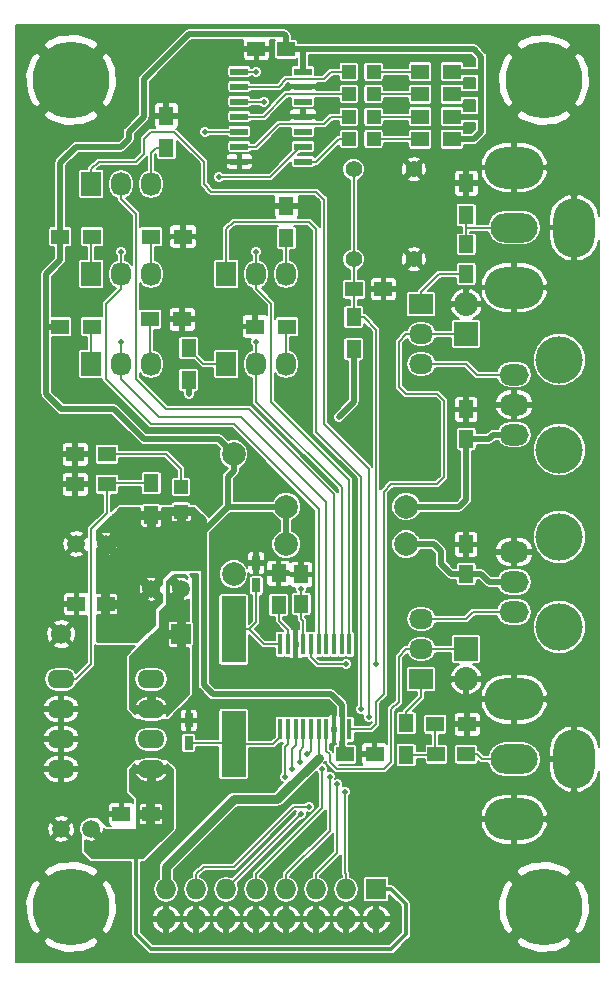
<source format=gtl>
G04 #@! TF.FileFunction,Copper,L1,Top,Signal*
%FSLAX46Y46*%
G04 Gerber Fmt 4.6, Leading zero omitted, Abs format (unit mm)*
G04 Created by KiCad (PCBNEW (2015-07-22 BZR 5980)-product) date Montag, 16. Mai 2016 'u14' 16:14:33*
%MOMM*%
G01*
G04 APERTURE LIST*
%ADD10C,0.100000*%
%ADD11C,0.500000*%
%ADD12C,6.500000*%
%ADD13C,1.501140*%
%ADD14R,1.500000X1.250000*%
%ADD15R,1.250000X1.500000*%
%ADD16R,0.750000X1.200000*%
%ADD17C,1.699260*%
%ADD18R,1.699260X1.699260*%
%ADD19R,1.198880X1.198880*%
%ADD20O,3.500000X5.000000*%
%ADD21O,5.000000X3.500000*%
%ADD22O,4.000000X2.500000*%
%ADD23R,2.032000X1.727200*%
%ADD24O,2.032000X1.727200*%
%ADD25R,1.727200X2.032000*%
%ADD26O,1.727200X2.032000*%
%ADD27C,1.998980*%
%ADD28R,1.727200X1.727200*%
%ADD29O,1.727200X1.727200*%
%ADD30R,1.300000X1.500000*%
%ADD31R,1.500000X1.300000*%
%ADD32C,1.397000*%
%ADD33O,2.300000X1.600000*%
%ADD34O,2.500000X1.800000*%
%ADD35C,4.000000*%
%ADD36R,1.500000X0.600000*%
%ADD37R,0.450000X1.750000*%
%ADD38R,2.032000X2.032000*%
%ADD39O,2.032000X2.032000*%
%ADD40R,2.100580X5.600700*%
%ADD41C,0.350000*%
%ADD42C,0.500000*%
%ADD43C,0.400000*%
%ADD44C,0.200000*%
%ADD45C,0.800000*%
G04 APERTURE END LIST*
D10*
D11*
X113030000Y-74930000D03*
X114300000Y-74930000D03*
X114300000Y-76200000D03*
X113030000Y-76200000D03*
D12*
X105000000Y-75000000D03*
X145000000Y-75000000D03*
X145000000Y-145000000D03*
D11*
X119380000Y-113030000D03*
X117475000Y-118110000D03*
X121920000Y-113030000D03*
X117475000Y-115570000D03*
X121285000Y-120650000D03*
X121920000Y-121285000D03*
X116205000Y-128270000D03*
X116205000Y-129540000D03*
X106680000Y-86360000D03*
X105410000Y-86360000D03*
X114300000Y-82550000D03*
X114300000Y-83820000D03*
X114935000Y-90170000D03*
X114935000Y-91440000D03*
X114935000Y-92710000D03*
X127000000Y-128270000D03*
X125730000Y-128270000D03*
X124460000Y-128270000D03*
X123190000Y-128270000D03*
X108585000Y-127000000D03*
X108585000Y-129540000D03*
X108585000Y-132080000D03*
X131445000Y-130175000D03*
X130810000Y-130810000D03*
X123190000Y-125730000D03*
X124460000Y-125730000D03*
X125730000Y-125730000D03*
X127000000Y-125730000D03*
X128270000Y-125730000D03*
D12*
X105000000Y-145000000D03*
D13*
X104140000Y-138430000D03*
X106680000Y-138430000D03*
D14*
X111740000Y-137160000D03*
X109240000Y-137160000D03*
X107930000Y-119380000D03*
X105430000Y-119380000D03*
D15*
X138430000Y-102890000D03*
X138430000Y-105390000D03*
X138430000Y-88920000D03*
X138430000Y-91420000D03*
D14*
X138410000Y-132080000D03*
X135910000Y-132080000D03*
D15*
X138430000Y-114320000D03*
X138430000Y-116820000D03*
D14*
X128925000Y-92710000D03*
X131425000Y-92710000D03*
X123170000Y-72390000D03*
X120670000Y-72390000D03*
D16*
X114935000Y-131125000D03*
X114935000Y-129225000D03*
X120650000Y-117790000D03*
X120650000Y-115890000D03*
D15*
X124460000Y-119360000D03*
X124460000Y-116860000D03*
D14*
X128170000Y-132080000D03*
X130670000Y-132080000D03*
D17*
X104140000Y-121920000D03*
D18*
X114300000Y-121920000D03*
D19*
X114300000Y-111539020D03*
X114300000Y-109440980D03*
X130589020Y-74295000D03*
X128490980Y-74295000D03*
X130589020Y-76200000D03*
X128490980Y-76200000D03*
X130589020Y-78105000D03*
X128490980Y-78105000D03*
X130589020Y-80010000D03*
X128490980Y-80010000D03*
D20*
X147580000Y-87500000D03*
D21*
X142500000Y-92580000D03*
X142500000Y-82420000D03*
D22*
X142500000Y-87500000D03*
D20*
X147580000Y-132500000D03*
D21*
X142500000Y-137580000D03*
X142500000Y-127420000D03*
D22*
X142500000Y-132500000D03*
D23*
X134620000Y-93980000D03*
D24*
X134620000Y-96520000D03*
X134620000Y-99060000D03*
D23*
X134620000Y-125730000D03*
D24*
X134620000Y-123190000D03*
X134620000Y-120650000D03*
D25*
X106680000Y-91440000D03*
D26*
X109220000Y-91440000D03*
X111760000Y-91440000D03*
D25*
X118110000Y-91440000D03*
D26*
X120650000Y-91440000D03*
X123190000Y-91440000D03*
D25*
X118110000Y-99060000D03*
D26*
X120650000Y-99060000D03*
X123190000Y-99060000D03*
D25*
X106680000Y-83820000D03*
D26*
X109220000Y-83820000D03*
X111760000Y-83820000D03*
D25*
X106680000Y-99060000D03*
D26*
X109220000Y-99060000D03*
X111760000Y-99060000D03*
D13*
X114300000Y-118110000D03*
X111760000Y-118110000D03*
D27*
X118745000Y-106680000D03*
X118745000Y-116840000D03*
D28*
X130810000Y-143510000D03*
D29*
X130810000Y-146050000D03*
X128270000Y-143510000D03*
X128270000Y-146050000D03*
X125730000Y-143510000D03*
X125730000Y-146050000D03*
X123190000Y-143510000D03*
X123190000Y-146050000D03*
X120650000Y-143510000D03*
X120650000Y-146050000D03*
X118110000Y-143510000D03*
X118110000Y-146050000D03*
X115570000Y-143510000D03*
X115570000Y-146050000D03*
X113030000Y-143510000D03*
X113030000Y-146050000D03*
D30*
X111760000Y-111840000D03*
X111760000Y-109140000D03*
D31*
X108030000Y-109220000D03*
X105330000Y-109220000D03*
X108030000Y-106680000D03*
X105330000Y-106680000D03*
D30*
X138430000Y-86440000D03*
X138430000Y-83740000D03*
D31*
X135810000Y-129540000D03*
X138510000Y-129540000D03*
D30*
X133350000Y-129460000D03*
X133350000Y-132160000D03*
X128905000Y-97790000D03*
X128905000Y-95090000D03*
X122555000Y-119460000D03*
X122555000Y-116760000D03*
D31*
X134540000Y-74295000D03*
X137240000Y-74295000D03*
X134540000Y-76200000D03*
X137240000Y-76200000D03*
X134540000Y-78105000D03*
X137240000Y-78105000D03*
X134540000Y-80010000D03*
X137240000Y-80010000D03*
X104060000Y-88265000D03*
X106760000Y-88265000D03*
X111760000Y-88265000D03*
X114460000Y-88265000D03*
D30*
X123190000Y-88345000D03*
X123190000Y-85645000D03*
X114935000Y-100410000D03*
X114935000Y-97710000D03*
D31*
X123270000Y-95885000D03*
X120570000Y-95885000D03*
D30*
X113030000Y-80725000D03*
X113030000Y-78025000D03*
D31*
X104060000Y-95885000D03*
X106760000Y-95885000D03*
X111680000Y-95250000D03*
X114380000Y-95250000D03*
D32*
X128905000Y-82550000D03*
X133985000Y-82550000D03*
X128905000Y-90170000D03*
X133985000Y-90170000D03*
D33*
X104140000Y-125730000D03*
X104140000Y-128270000D03*
X104140000Y-130810000D03*
X104140000Y-133350000D03*
X111760000Y-133350000D03*
X111760000Y-130810000D03*
X111760000Y-128270000D03*
X111760000Y-125730000D03*
D34*
X142500000Y-99960000D03*
X142500000Y-102500000D03*
X142500000Y-105040000D03*
D35*
X146310000Y-106310000D03*
X146310000Y-98690000D03*
D34*
X142500000Y-114960000D03*
X142500000Y-117500000D03*
X142500000Y-120040000D03*
D35*
X146310000Y-121310000D03*
X146310000Y-113690000D03*
D36*
X119220000Y-74295000D03*
X119220000Y-75565000D03*
X119220000Y-76835000D03*
X119220000Y-78105000D03*
X119220000Y-79375000D03*
X119220000Y-80645000D03*
X119220000Y-81915000D03*
X124620000Y-81915000D03*
X124620000Y-80645000D03*
X124620000Y-79375000D03*
X124620000Y-78105000D03*
X124620000Y-76835000D03*
X124620000Y-75565000D03*
X124620000Y-74295000D03*
D37*
X128535000Y-122765000D03*
X127885000Y-122765000D03*
X127235000Y-122765000D03*
X126585000Y-122765000D03*
X125935000Y-122765000D03*
X125285000Y-122765000D03*
X124635000Y-122765000D03*
X123985000Y-122765000D03*
X123335000Y-122765000D03*
X122685000Y-122765000D03*
X122685000Y-129965000D03*
X123335000Y-129965000D03*
X123985000Y-129965000D03*
X124635000Y-129965000D03*
X125285000Y-129965000D03*
X125935000Y-129965000D03*
X126585000Y-129965000D03*
X127235000Y-129965000D03*
X127885000Y-129965000D03*
X128535000Y-129965000D03*
D38*
X138430000Y-96520000D03*
D39*
X138430000Y-93980000D03*
D38*
X138430000Y-123190000D03*
D39*
X138430000Y-125730000D03*
D40*
X118745000Y-131213860D03*
X118745000Y-121516140D03*
D13*
X105410000Y-114300000D03*
X107950000Y-114300000D03*
D27*
X123190000Y-111125000D03*
X133350000Y-111125000D03*
X123190000Y-114300000D03*
X133350000Y-114300000D03*
D11*
X127635000Y-103505000D03*
X114935000Y-105410000D03*
X114935000Y-101600000D03*
X130810000Y-124460000D03*
X128270000Y-124460000D03*
X124460000Y-118110000D03*
X109220000Y-89535000D03*
X117475000Y-83185000D03*
X125095000Y-136525000D03*
X129540000Y-128270000D03*
X120650000Y-89535000D03*
X120650000Y-74295000D03*
X120650000Y-97155000D03*
X121285000Y-76835000D03*
X130175000Y-128905000D03*
X124460000Y-137160000D03*
X116329604Y-79375000D03*
X109220000Y-97155000D03*
X128150000Y-135255000D03*
X123070000Y-133985000D03*
X127515000Y-134620000D03*
X123705000Y-133350000D03*
X126880000Y-133985000D03*
X124340000Y-132715000D03*
X126245000Y-133350000D03*
X124975000Y-132080000D03*
D41*
X111740000Y-137160000D02*
X111740000Y-133370000D01*
X111740000Y-133370000D02*
X111760000Y-133350000D01*
X107950000Y-139700000D02*
X110490000Y-139700000D01*
X106680000Y-138430000D02*
X107950000Y-139700000D01*
X110490000Y-139700000D02*
X111740000Y-138450000D01*
X111740000Y-138450000D02*
X111740000Y-137160000D01*
X110490000Y-147320000D02*
X110490000Y-139700000D01*
X111760000Y-148590000D02*
X110490000Y-147320000D01*
X132080000Y-148590000D02*
X111760000Y-148590000D01*
X133350000Y-147320000D02*
X132080000Y-148590000D01*
X133350000Y-144780000D02*
X133350000Y-147320000D01*
X132080000Y-143510000D02*
X133350000Y-144780000D01*
X130810000Y-143510000D02*
X132080000Y-143510000D01*
D42*
X104060000Y-84770765D02*
X104060000Y-81995000D01*
X111125000Y-78105000D02*
X111125000Y-74930000D01*
X104060000Y-81995000D02*
X105410000Y-80645000D01*
X111125000Y-74930000D02*
X114935000Y-71120000D01*
X105410000Y-80645000D02*
X109220000Y-80645000D01*
X109220000Y-80645000D02*
X109855000Y-80010000D01*
X109855000Y-80010000D02*
X109855000Y-79375000D01*
X109855000Y-79375000D02*
X111125000Y-78105000D01*
X114935000Y-71120000D02*
X123025000Y-71120000D01*
X123025000Y-71120000D02*
X123170000Y-71265000D01*
X123170000Y-71265000D02*
X123170000Y-72390000D01*
X104060000Y-84770765D02*
X104060000Y-88265000D01*
X104060000Y-84770765D02*
X104060000Y-83265000D01*
X123190000Y-114300000D02*
X123190000Y-111125000D01*
X121285000Y-111125000D02*
X123190000Y-111125000D01*
X139700000Y-76311138D02*
X139700000Y-74268446D01*
X139700000Y-74268446D02*
X139700000Y-73025000D01*
X137240000Y-74295000D02*
X139673446Y-74295000D01*
X139673446Y-74295000D02*
X139700000Y-74268446D01*
X139700000Y-78005643D02*
X139700000Y-76311138D01*
X137240000Y-76200000D02*
X139588862Y-76200000D01*
X139588862Y-76200000D02*
X139700000Y-76311138D01*
X139700000Y-79375000D02*
X139700000Y-78005643D01*
X137240000Y-78105000D02*
X139600643Y-78105000D01*
X139600643Y-78105000D02*
X139700000Y-78005643D01*
X124620000Y-73362217D02*
X124620000Y-72989078D01*
X139065000Y-72390000D02*
X124632888Y-72390000D01*
X124620000Y-74295000D02*
X124620000Y-73362217D01*
X124632888Y-72390000D02*
X123170000Y-72390000D01*
X124620000Y-73362217D02*
X124620000Y-72402888D01*
X124620000Y-72402888D02*
X124632888Y-72390000D01*
X139700000Y-73025000D02*
X139065000Y-72390000D01*
X139065000Y-80010000D02*
X139700000Y-79375000D01*
X137240000Y-80010000D02*
X139065000Y-80010000D01*
X128905000Y-97790000D02*
X128905000Y-102235000D01*
X128905000Y-102235000D02*
X127635000Y-103505000D01*
X124020922Y-72390000D02*
X123170000Y-72390000D01*
X102870000Y-101600000D02*
X102870000Y-95901924D01*
X102870000Y-95901924D02*
X102870000Y-91440000D01*
X104060000Y-95885000D02*
X102886924Y-95885000D01*
X102886924Y-95885000D02*
X102870000Y-95901924D01*
X114935000Y-100410000D02*
X114935000Y-101600000D01*
X102870000Y-91440000D02*
X104060000Y-90250000D01*
X104060000Y-90250000D02*
X104060000Y-88265000D01*
X104140000Y-102870000D02*
X102870000Y-101600000D01*
X108585000Y-102870000D02*
X104140000Y-102870000D01*
X111125000Y-105410000D02*
X108585000Y-102870000D01*
X114935000Y-105410000D02*
X111125000Y-105410000D01*
X114935000Y-105410000D02*
X117475000Y-105410000D01*
X117475000Y-105410000D02*
X118745000Y-106680000D01*
X118745000Y-106680000D02*
X118745000Y-108093492D01*
X118745000Y-108093492D02*
X118230000Y-108608492D01*
X118230000Y-108608492D02*
X118230000Y-111125000D01*
X118230000Y-111125000D02*
X121285000Y-111125000D01*
X127885000Y-128877890D02*
X127885000Y-127885000D01*
X116205000Y-126247023D02*
X116205000Y-124111718D01*
X127885000Y-127885000D02*
X127000000Y-127000000D01*
X127000000Y-127000000D02*
X116957977Y-127000000D01*
X116205000Y-124111718D02*
X116205000Y-114404333D01*
X116957977Y-127000000D02*
X116205000Y-126247023D01*
X113030000Y-114300000D02*
X114176589Y-113153411D01*
X114176589Y-113153411D02*
X114300000Y-113030000D01*
X116205000Y-113150000D02*
X114180000Y-113150000D01*
X114180000Y-113150000D02*
X114176589Y-113153411D01*
X116205000Y-114404333D02*
X116205000Y-113150000D01*
X116205000Y-113150000D02*
X118230000Y-111125000D01*
X127885000Y-131730000D02*
X127885000Y-131367310D01*
X127885000Y-131367310D02*
X127885000Y-131023316D01*
D43*
X128170000Y-132080000D02*
X128170000Y-131652310D01*
X128170000Y-131652310D02*
X127885000Y-131367310D01*
X127885000Y-131023316D02*
X127885000Y-129965000D01*
X127885000Y-128877890D02*
X127885000Y-129965000D01*
D42*
X107950000Y-114300000D02*
X111755498Y-114300000D01*
X111755498Y-114300000D02*
X113030000Y-114300000D01*
X111760000Y-111840000D02*
X111760000Y-114295498D01*
X111760000Y-114295498D02*
X111755498Y-114300000D01*
X114300000Y-113030000D02*
X114300000Y-111539020D01*
X107930000Y-119380000D02*
X107930000Y-114320000D01*
X107930000Y-114320000D02*
X107950000Y-114300000D01*
X107930000Y-119380000D02*
X110490000Y-119380000D01*
X110490000Y-119380000D02*
X111760000Y-118110000D01*
X133350000Y-111125000D02*
X137826084Y-111125000D01*
X137826084Y-111125000D02*
X138430000Y-110521084D01*
X138430000Y-110521084D02*
X138430000Y-105390000D01*
X140705000Y-105040000D02*
X142500000Y-105040000D01*
X140705000Y-105040000D02*
X140355000Y-105390000D01*
X140355000Y-105390000D02*
X138430000Y-105390000D01*
D44*
X138430000Y-88920000D02*
X138430000Y-87501764D01*
X138430000Y-87501764D02*
X138430000Y-86440000D01*
X142387142Y-87500000D02*
X138431764Y-87500000D01*
X138431764Y-87500000D02*
X138430000Y-87501764D01*
X134620000Y-93980000D02*
X134620000Y-92916400D01*
X134620000Y-92916400D02*
X136116400Y-91420000D01*
X136116400Y-91420000D02*
X137605000Y-91420000D01*
X137605000Y-91420000D02*
X138430000Y-91420000D01*
X138410000Y-132080000D02*
X139360000Y-132080000D01*
X139360000Y-132080000D02*
X139780000Y-132500000D01*
X139780000Y-132500000D02*
X142500000Y-132500000D01*
X135810000Y-129540000D02*
X135810000Y-131980000D01*
X135810000Y-131980000D02*
X135910000Y-132080000D01*
X133350000Y-132160000D02*
X135830000Y-132160000D01*
X135830000Y-132160000D02*
X135910000Y-132080000D01*
D42*
X136285000Y-115965000D02*
X136285000Y-114884966D01*
X133350000Y-114300000D02*
X135700034Y-114300000D01*
X135700034Y-114300000D02*
X136285000Y-114884966D01*
X138430000Y-116820000D02*
X139680000Y-116820000D01*
X139680000Y-116820000D02*
X140360000Y-117500000D01*
X140360000Y-117500000D02*
X142500000Y-117500000D01*
X138430000Y-116820000D02*
X137140000Y-116820000D01*
X137140000Y-116820000D02*
X136285000Y-115965000D01*
X138410000Y-116840000D02*
X138430000Y-116820000D01*
D44*
X130810000Y-124460000D02*
X130810000Y-96145000D01*
X129755000Y-95090000D02*
X128905000Y-95090000D01*
X130810000Y-96145000D02*
X129755000Y-95090000D01*
X125285000Y-122765000D02*
X125285000Y-123840000D01*
X125905000Y-124460000D02*
X128270000Y-124460000D01*
X125285000Y-123840000D02*
X125905000Y-124460000D01*
X128905000Y-82550000D02*
X128905000Y-90170000D01*
X128905000Y-90170000D02*
X128905000Y-92690000D01*
X128905000Y-92690000D02*
X128925000Y-92710000D01*
X128905000Y-95090000D02*
X128905000Y-92730000D01*
X128905000Y-92730000D02*
X128925000Y-92710000D01*
X118745000Y-131213860D02*
X122086140Y-131213860D01*
X122086140Y-131213860D02*
X122685000Y-130615000D01*
X122685000Y-130615000D02*
X122685000Y-129965000D01*
X114935000Y-131125000D02*
X118656140Y-131125000D01*
X118656140Y-131125000D02*
X118745000Y-131213860D01*
X120650000Y-119060000D02*
X120650000Y-117790000D01*
X120650000Y-119060000D02*
X120650000Y-120910000D01*
X120650000Y-120910000D02*
X120043860Y-121516140D01*
X122685000Y-122765000D02*
X121292720Y-122765000D01*
X121292720Y-122765000D02*
X120043860Y-121516140D01*
X118745000Y-121516140D02*
X120043860Y-121516140D01*
X124460000Y-119360000D02*
X124460000Y-118110000D01*
X124635000Y-120825000D02*
X124460000Y-120650000D01*
X124460000Y-120650000D02*
X124460000Y-119360000D01*
X124635000Y-122765000D02*
X124635000Y-120825000D01*
D42*
X114300000Y-121920000D02*
X114300000Y-118110000D01*
X114300000Y-127380000D02*
X114300000Y-121920000D01*
X111760000Y-128270000D02*
X113410000Y-128270000D01*
X113410000Y-128270000D02*
X114300000Y-127380000D01*
D44*
X113030000Y-106680000D02*
X114300000Y-107950000D01*
X114300000Y-107950000D02*
X114300000Y-109440980D01*
X108030000Y-106680000D02*
X113030000Y-106680000D01*
X130589020Y-74295000D02*
X134540000Y-74295000D01*
X126365000Y-74930000D02*
X127000000Y-74295000D01*
X127000000Y-74295000D02*
X128490980Y-74295000D01*
X123190000Y-74930000D02*
X126365000Y-74930000D01*
X122555000Y-75565000D02*
X123190000Y-74930000D01*
X119220000Y-75565000D02*
X122555000Y-75565000D01*
X134540000Y-76200000D02*
X130589020Y-76200000D01*
X123190000Y-76200000D02*
X128490980Y-76200000D01*
X121285000Y-78105000D02*
X123190000Y-76200000D01*
X119220000Y-78105000D02*
X121285000Y-78105000D01*
X134540000Y-78105000D02*
X130589020Y-78105000D01*
X126365000Y-78740000D02*
X127000000Y-78105000D01*
X127000000Y-78105000D02*
X128490980Y-78105000D01*
X122555000Y-78740000D02*
X126365000Y-78740000D01*
X120650000Y-80645000D02*
X122555000Y-78740000D01*
X119220000Y-80645000D02*
X120650000Y-80645000D01*
X130589020Y-80010000D02*
X134540000Y-80010000D01*
X124620000Y-81915000D02*
X125730000Y-81915000D01*
X125730000Y-81915000D02*
X127635000Y-80010000D01*
X127635000Y-80010000D02*
X128490980Y-80010000D01*
X128535000Y-129965000D02*
X130385000Y-129965000D01*
X130385000Y-129965000D02*
X130810000Y-129540000D01*
X132715000Y-100965000D02*
X132715000Y-97155000D01*
X130810000Y-129540000D02*
X130810000Y-127635000D01*
X131445000Y-127000000D02*
X131445000Y-109855000D01*
X130810000Y-127635000D02*
X131445000Y-127000000D01*
X135979301Y-101600000D02*
X133350000Y-101600000D01*
X132715000Y-97155000D02*
X133350000Y-96520000D01*
X131445000Y-109855000D02*
X132080000Y-109220000D01*
X133350000Y-101600000D02*
X132715000Y-100965000D01*
X132080000Y-109220000D02*
X135936135Y-109220000D01*
X135936135Y-109220000D02*
X136525000Y-108631135D01*
X136525000Y-108631135D02*
X136525000Y-102145699D01*
X136525000Y-102145699D02*
X135979301Y-101600000D01*
X133350000Y-96520000D02*
X134620000Y-96520000D01*
X134620000Y-96520000D02*
X138430000Y-96520000D01*
X142500000Y-99960000D02*
X139330000Y-99960000D01*
X138430000Y-99060000D02*
X139330000Y-99960000D01*
X134620000Y-99060000D02*
X138430000Y-99060000D01*
X133350000Y-129460000D02*
X133350000Y-128510000D01*
X133350000Y-128510000D02*
X134620000Y-127240000D01*
X134620000Y-127240000D02*
X134620000Y-125730000D01*
X131445000Y-133350000D02*
X127515000Y-133350000D01*
X132715000Y-123825000D02*
X133350000Y-123190000D01*
X133350000Y-123190000D02*
X134620000Y-123190000D01*
X132715000Y-127635000D02*
X132715000Y-123825000D01*
X132080000Y-128270000D02*
X132715000Y-127635000D01*
X132080000Y-132715000D02*
X132080000Y-128270000D01*
X131445000Y-133350000D02*
X132080000Y-132715000D01*
X126880000Y-132715000D02*
X127515000Y-133350000D01*
X126880000Y-132080000D02*
X126880000Y-132715000D01*
X126585000Y-131785000D02*
X126880000Y-132080000D01*
X126585000Y-129965000D02*
X126585000Y-131785000D01*
X134620000Y-123190000D02*
X138430000Y-123190000D01*
X142500000Y-120040000D02*
X139040000Y-120040000D01*
X139040000Y-120040000D02*
X138430000Y-120650000D01*
X134620000Y-120650000D02*
X138430000Y-120650000D01*
X106680000Y-91440000D02*
X106680000Y-88345000D01*
X106680000Y-88345000D02*
X106760000Y-88265000D01*
X109220000Y-89535000D02*
X109220000Y-91440000D01*
X124620000Y-80645000D02*
X124389998Y-80645000D01*
X124389998Y-80645000D02*
X121849998Y-83185000D01*
X121849998Y-83185000D02*
X117475000Y-83185000D01*
X125935000Y-122765000D02*
X125935000Y-114977517D01*
X125935000Y-114977517D02*
X125935000Y-114505000D01*
X118745000Y-104140000D02*
X125935000Y-111330000D01*
X125935000Y-111330000D02*
X125935000Y-114977517D01*
X118488935Y-104140000D02*
X118745000Y-104140000D01*
X111760000Y-104140000D02*
X118488935Y-104140000D01*
X107950000Y-100330000D02*
X111760000Y-104140000D01*
X107950000Y-99974962D02*
X107950000Y-93980000D01*
X107950000Y-99974962D02*
X107950000Y-100330000D01*
X107950000Y-93980000D02*
X109220000Y-92710000D01*
X109220000Y-92710000D02*
X109220000Y-91440000D01*
X111760000Y-91440000D02*
X111760000Y-88265000D01*
X125730000Y-88265000D02*
X125730000Y-89415802D01*
X125730000Y-89415802D02*
X125730000Y-103649391D01*
X125095000Y-86995000D02*
X125730000Y-87630000D01*
X125730000Y-87630000D02*
X125730000Y-89415802D01*
X118745000Y-86995000D02*
X125095000Y-86995000D01*
X118110000Y-87630000D02*
X118745000Y-86995000D01*
X118110000Y-89811420D02*
X118110000Y-88519000D01*
X118110000Y-91440000D02*
X118110000Y-89811420D01*
X118110000Y-89811420D02*
X118110000Y-87630000D01*
X129540000Y-128270000D02*
X129540000Y-108585000D01*
X129540000Y-108585000D02*
X125730000Y-104775000D01*
X125730000Y-104775000D02*
X125730000Y-103649391D01*
X125095000Y-136525000D02*
X123825000Y-136525000D01*
X118745000Y-141605000D02*
X116205000Y-141605000D01*
X123825000Y-136525000D02*
X118745000Y-141605000D01*
X116205000Y-141605000D02*
X115570000Y-142240000D01*
X115570000Y-142240000D02*
X115570000Y-143510000D01*
X120650000Y-89535000D02*
X120650000Y-91440000D01*
X119220000Y-74295000D02*
X120650000Y-74295000D01*
X120650000Y-91440000D02*
X120650000Y-92656000D01*
X120650000Y-92656000D02*
X121920000Y-93926000D01*
X121920000Y-93926000D02*
X121920000Y-102235000D01*
X121920000Y-102235000D02*
X128535000Y-108850000D01*
X128535000Y-108850000D02*
X128535000Y-113316282D01*
X128535000Y-113316282D02*
X128535000Y-122765000D01*
X123190000Y-91440000D02*
X123190000Y-88345000D01*
X114935000Y-97710000D02*
X114935000Y-97810000D01*
X114935000Y-97810000D02*
X116185000Y-99060000D01*
X116185000Y-99060000D02*
X117046400Y-99060000D01*
X117046400Y-99060000D02*
X118110000Y-99060000D01*
X120650000Y-97155000D02*
X120650000Y-99060000D01*
X119220000Y-76835000D02*
X121285000Y-76835000D01*
X120650000Y-99060000D02*
X120650000Y-102235000D01*
X120650000Y-102235000D02*
X127885000Y-109470000D01*
X127885000Y-109470000D02*
X127885000Y-113086887D01*
X127885000Y-113086887D02*
X127885000Y-122765000D01*
X123190000Y-99060000D02*
X123190000Y-95965000D01*
X123190000Y-95965000D02*
X123270000Y-95885000D01*
X106680000Y-83820000D02*
X106680000Y-82550000D01*
X106680000Y-82550000D02*
X107315000Y-81915000D01*
X116205000Y-81915000D02*
X116205000Y-83820000D01*
X116840000Y-84455000D02*
X125730000Y-84455000D01*
X126365000Y-104140000D02*
X130175000Y-107950000D01*
X130175000Y-107950000D02*
X130175000Y-128905000D01*
X107315000Y-81915000D02*
X110490000Y-81915000D01*
X125730000Y-84455000D02*
X126332424Y-85057424D01*
X110490000Y-81915000D02*
X111125000Y-81280000D01*
X111125000Y-81280000D02*
X111125000Y-80025943D01*
X111125000Y-80025943D02*
X111775943Y-79375000D01*
X111775943Y-79375000D02*
X113665000Y-79375000D01*
X113665000Y-79375000D02*
X116205000Y-81915000D01*
X116205000Y-83820000D02*
X116840000Y-84455000D01*
X126332424Y-85057424D02*
X126365000Y-85057424D01*
X126365000Y-85057424D02*
X126365000Y-104140000D01*
X124460000Y-137160000D02*
X118110000Y-143510000D01*
X109220000Y-83820000D02*
X109220000Y-85090000D01*
X109220000Y-85090000D02*
X110490000Y-86360000D01*
X110490000Y-86360000D02*
X110490000Y-100330000D01*
X127235000Y-115061974D02*
X127235000Y-122765000D01*
X110490000Y-100330000D02*
X113013065Y-102853065D01*
X113013065Y-102853065D02*
X113013065Y-102870000D01*
X113013065Y-102870000D02*
X120015000Y-102870000D01*
X120015000Y-102870000D02*
X127235000Y-110090000D01*
X127235000Y-110090000D02*
X127235000Y-115061974D01*
X111760000Y-83820000D02*
X111760000Y-81145000D01*
X111760000Y-81145000D02*
X112180000Y-80725000D01*
X112180000Y-80725000D02*
X113030000Y-80725000D01*
X106680000Y-99060000D02*
X106680000Y-95965000D01*
X106680000Y-95965000D02*
X106760000Y-95885000D01*
X119220000Y-79375000D02*
X116329604Y-79375000D01*
X109220000Y-97155000D02*
X109220000Y-99060000D01*
X126585000Y-122765000D02*
X126585000Y-110710000D01*
X126585000Y-110710000D02*
X119380000Y-103505000D01*
X119380000Y-103505000D02*
X112395000Y-103505000D01*
X112395000Y-103505000D02*
X109220000Y-100330000D01*
X109220000Y-100330000D02*
X109220000Y-100124268D01*
X109220000Y-100124268D02*
X109220000Y-99060000D01*
X111680000Y-95250000D02*
X111680000Y-98980000D01*
X111680000Y-98980000D02*
X111760000Y-99060000D01*
X128150000Y-135255000D02*
X128150000Y-142120000D01*
X128150000Y-142120000D02*
X128270000Y-142240000D01*
X128270000Y-142240000D02*
X128270000Y-143510000D01*
X123335000Y-131180000D02*
X123070000Y-131445000D01*
X123070000Y-131445000D02*
X123070000Y-133985000D01*
X123335000Y-129965000D02*
X123335000Y-131180000D01*
X125730000Y-142240000D02*
X125730000Y-143510000D01*
X127515000Y-140455000D02*
X125730000Y-142240000D01*
X127515000Y-134620000D02*
X127515000Y-140455000D01*
X123705000Y-133350000D02*
X123705000Y-131602626D01*
X123705000Y-131602626D02*
X123985000Y-131322626D01*
X123985000Y-131322626D02*
X123985000Y-129965000D01*
X126880000Y-133985000D02*
X126880000Y-138550000D01*
X126880000Y-138550000D02*
X123190000Y-142240000D01*
X123190000Y-142240000D02*
X123190000Y-143510000D01*
X124340000Y-132715000D02*
X124340000Y-131794859D01*
X124340000Y-131794859D02*
X124635000Y-131499859D01*
X124635000Y-131499859D02*
X124635000Y-131150000D01*
X124635000Y-131150000D02*
X124635000Y-129965000D01*
X126245000Y-133350000D02*
X126245000Y-136645000D01*
X126245000Y-136645000D02*
X120650000Y-142240000D01*
X120650000Y-142240000D02*
X120650000Y-143510000D01*
X125285000Y-129965000D02*
X125285000Y-131770000D01*
X125285000Y-131770000D02*
X124975000Y-132080000D01*
D45*
X125935000Y-132390000D02*
X122435000Y-135890000D01*
X122435000Y-135890000D02*
X118745000Y-135890000D01*
X118745000Y-135890000D02*
X113030000Y-141605000D01*
X113030000Y-141605000D02*
X113030000Y-143510000D01*
D44*
X125935000Y-132390000D02*
X125935000Y-129965000D01*
X108030000Y-109220000D02*
X108030000Y-111680000D01*
X108030000Y-111680000D02*
X106680000Y-113030000D01*
X106680000Y-113030000D02*
X106680000Y-124460000D01*
X106680000Y-124460000D02*
X105410000Y-125730000D01*
X105410000Y-125730000D02*
X104140000Y-125730000D01*
X111760000Y-109140000D02*
X108110000Y-109140000D01*
X108110000Y-109140000D02*
X108030000Y-109220000D01*
X123335000Y-121540842D02*
X122555000Y-120760842D01*
X123335000Y-122765000D02*
X123335000Y-121540842D01*
X122555000Y-120760842D02*
X122555000Y-119460000D01*
G36*
X149700000Y-86489893D02*
X149508938Y-85788649D01*
X148994213Y-85123655D01*
X148264187Y-84706257D01*
X148063668Y-84655110D01*
X147730000Y-84705495D01*
X147730000Y-87350000D01*
X147750000Y-87350000D01*
X147750000Y-87650000D01*
X147730000Y-87650000D01*
X147730000Y-90294505D01*
X148063668Y-90344890D01*
X148264187Y-90293743D01*
X148994213Y-89876345D01*
X149508938Y-89211351D01*
X149700000Y-88510107D01*
X149700000Y-131489893D01*
X149508938Y-130788649D01*
X148994213Y-130123655D01*
X148264187Y-129706257D01*
X148063668Y-129655110D01*
X147730000Y-129705495D01*
X147730000Y-132350000D01*
X147750000Y-132350000D01*
X147750000Y-132650000D01*
X147730000Y-132650000D01*
X147730000Y-135294505D01*
X148063668Y-135344890D01*
X148264187Y-135293743D01*
X148994213Y-134876345D01*
X149508938Y-134211351D01*
X149700000Y-133510107D01*
X149700000Y-149700000D01*
X100300000Y-149700000D01*
X100300000Y-147937447D01*
X102628239Y-147937447D01*
X103028310Y-148394320D01*
X104477346Y-148890475D01*
X106005951Y-148794341D01*
X106971690Y-148394320D01*
X107371761Y-147937447D01*
X105000000Y-145565685D01*
X102628239Y-147937447D01*
X100300000Y-147937447D01*
X100300000Y-144477346D01*
X101109525Y-144477346D01*
X101205659Y-146005951D01*
X101605680Y-146971690D01*
X102062553Y-147371761D01*
X104434315Y-145000000D01*
X105565685Y-145000000D01*
X107937447Y-147371761D01*
X108394320Y-146971690D01*
X108890475Y-145522654D01*
X108794341Y-143994049D01*
X108394320Y-143028310D01*
X107937447Y-142628239D01*
X105565685Y-145000000D01*
X104434315Y-145000000D01*
X104434315Y-145000000D01*
X102062553Y-142628239D01*
X101605680Y-143028310D01*
X101109525Y-144477346D01*
X100300000Y-144477346D01*
X100300000Y-142062553D01*
X102628239Y-142062553D01*
X105000000Y-144434315D01*
X107371761Y-142062553D01*
X106971690Y-141605680D01*
X105522654Y-141109525D01*
X103994049Y-141205659D01*
X103028310Y-141605680D01*
X102628239Y-142062553D01*
X100300000Y-142062553D01*
X100300000Y-139287421D01*
X103494711Y-139287421D01*
X103577475Y-139459444D01*
X104014247Y-139596351D01*
X104470163Y-139555692D01*
X104702525Y-139459444D01*
X104785289Y-139287421D01*
X104140000Y-138642132D01*
X103494711Y-139287421D01*
X100300000Y-139287421D01*
X100300000Y-138304247D01*
X102973649Y-138304247D01*
X103014308Y-138760163D01*
X103110556Y-138992525D01*
X103282579Y-139075289D01*
X103927868Y-138430000D01*
X104352132Y-138430000D01*
X104997421Y-139075289D01*
X105169444Y-138992525D01*
X105283657Y-138628152D01*
X105679257Y-138628152D01*
X105795000Y-138908271D01*
X105795000Y-140335000D01*
X105814030Y-140430671D01*
X105868223Y-140511777D01*
X106503220Y-141146773D01*
X106503223Y-141146777D01*
X106503224Y-141146777D01*
X106584329Y-141200970D01*
X106680000Y-141220001D01*
X106680000Y-141220000D01*
X110065000Y-141220000D01*
X110065000Y-147320000D01*
X110075296Y-147371761D01*
X110097351Y-147482641D01*
X110189480Y-147620520D01*
X111459479Y-148890520D01*
X111551608Y-148952078D01*
X111597360Y-148982649D01*
X111760000Y-149015000D01*
X132080000Y-149015000D01*
X132215657Y-148988016D01*
X132242641Y-148982649D01*
X132380520Y-148890520D01*
X133333593Y-147937447D01*
X142628239Y-147937447D01*
X143028310Y-148394320D01*
X144477346Y-148890475D01*
X146005951Y-148794341D01*
X146971690Y-148394320D01*
X147371761Y-147937447D01*
X145000000Y-145565685D01*
X142628239Y-147937447D01*
X133333593Y-147937447D01*
X133650520Y-147620521D01*
X133742648Y-147482641D01*
X133742649Y-147482640D01*
X133775000Y-147320000D01*
X133775000Y-144780000D01*
X133742649Y-144617360D01*
X133699448Y-144552705D01*
X133650520Y-144479479D01*
X133648387Y-144477346D01*
X141109525Y-144477346D01*
X141205659Y-146005951D01*
X141605680Y-146971690D01*
X142062553Y-147371761D01*
X144434315Y-145000000D01*
X145565685Y-145000000D01*
X147937447Y-147371761D01*
X148394320Y-146971690D01*
X148890475Y-145522654D01*
X148794341Y-143994049D01*
X148394320Y-143028310D01*
X147937447Y-142628239D01*
X145565685Y-145000000D01*
X144434315Y-145000000D01*
X144434315Y-145000000D01*
X142062553Y-142628239D01*
X141605680Y-143028310D01*
X141109525Y-144477346D01*
X133648387Y-144477346D01*
X132380520Y-143209480D01*
X132242641Y-143117351D01*
X132215657Y-143111984D01*
X132080000Y-143085000D01*
X131928498Y-143085000D01*
X131928498Y-142646400D01*
X131910003Y-142551076D01*
X131854967Y-142467295D01*
X131771884Y-142411212D01*
X131673600Y-142391502D01*
X129946400Y-142391502D01*
X129851076Y-142409997D01*
X129767295Y-142465033D01*
X129711212Y-142548116D01*
X129691502Y-142646400D01*
X129691502Y-144373600D01*
X129709997Y-144468924D01*
X129765033Y-144552705D01*
X129848116Y-144608788D01*
X129946400Y-144628498D01*
X131673600Y-144628498D01*
X131768924Y-144610003D01*
X131852705Y-144554967D01*
X131908788Y-144471884D01*
X131928498Y-144373600D01*
X131928498Y-143959538D01*
X132925000Y-144956041D01*
X132925000Y-147143959D01*
X131903960Y-148165000D01*
X111936041Y-148165000D01*
X110915000Y-147143960D01*
X110915000Y-146394428D01*
X111814233Y-146394428D01*
X112038585Y-146833464D01*
X112413871Y-147153224D01*
X112685574Y-147265753D01*
X112880000Y-147203891D01*
X112880000Y-146200000D01*
X113180000Y-146200000D01*
X113180000Y-147203891D01*
X113374426Y-147265753D01*
X113646129Y-147153224D01*
X114021415Y-146833464D01*
X114245767Y-146394428D01*
X114354233Y-146394428D01*
X114578585Y-146833464D01*
X114953871Y-147153224D01*
X115225574Y-147265753D01*
X115420000Y-147203891D01*
X115420000Y-146200000D01*
X115720000Y-146200000D01*
X115720000Y-147203891D01*
X115914426Y-147265753D01*
X116186129Y-147153224D01*
X116561415Y-146833464D01*
X116785767Y-146394428D01*
X116894233Y-146394428D01*
X117118585Y-146833464D01*
X117493871Y-147153224D01*
X117765574Y-147265753D01*
X117960000Y-147203891D01*
X117960000Y-146200000D01*
X118260000Y-146200000D01*
X118260000Y-147203891D01*
X118454426Y-147265753D01*
X118726129Y-147153224D01*
X119101415Y-146833464D01*
X119325767Y-146394428D01*
X119434233Y-146394428D01*
X119658585Y-146833464D01*
X120033871Y-147153224D01*
X120305574Y-147265753D01*
X120500000Y-147203891D01*
X120500000Y-146200000D01*
X120800000Y-146200000D01*
X120800000Y-147203891D01*
X120994426Y-147265753D01*
X121266129Y-147153224D01*
X121641415Y-146833464D01*
X121865767Y-146394428D01*
X121974233Y-146394428D01*
X122198585Y-146833464D01*
X122573871Y-147153224D01*
X122845574Y-147265753D01*
X123040000Y-147203891D01*
X123040000Y-146200000D01*
X123340000Y-146200000D01*
X123340000Y-147203891D01*
X123534426Y-147265753D01*
X123806129Y-147153224D01*
X124181415Y-146833464D01*
X124405767Y-146394428D01*
X124514233Y-146394428D01*
X124738585Y-146833464D01*
X125113871Y-147153224D01*
X125385574Y-147265753D01*
X125580000Y-147203891D01*
X125580000Y-146200000D01*
X125880000Y-146200000D01*
X125880000Y-147203891D01*
X126074426Y-147265753D01*
X126346129Y-147153224D01*
X126721415Y-146833464D01*
X126945767Y-146394428D01*
X127054233Y-146394428D01*
X127278585Y-146833464D01*
X127653871Y-147153224D01*
X127925574Y-147265753D01*
X128120000Y-147203891D01*
X128120000Y-146200000D01*
X128420000Y-146200000D01*
X128420000Y-147203891D01*
X128614426Y-147265753D01*
X128886129Y-147153224D01*
X129261415Y-146833464D01*
X129485767Y-146394428D01*
X129594233Y-146394428D01*
X129818585Y-146833464D01*
X130193871Y-147153224D01*
X130465574Y-147265753D01*
X130660000Y-147203891D01*
X130660000Y-146200000D01*
X130960000Y-146200000D01*
X130960000Y-147203891D01*
X131154426Y-147265753D01*
X131426129Y-147153224D01*
X131801415Y-146833464D01*
X132025767Y-146394428D01*
X131964679Y-146200000D01*
X130960000Y-146200000D01*
X130660000Y-146200000D01*
X130660000Y-146200000D01*
X129655321Y-146200000D01*
X129594233Y-146394428D01*
X129485767Y-146394428D01*
X129485767Y-146394428D01*
X129424679Y-146200000D01*
X128420000Y-146200000D01*
X128120000Y-146200000D01*
X128120000Y-146200000D01*
X127115321Y-146200000D01*
X127054233Y-146394428D01*
X126945767Y-146394428D01*
X126945767Y-146394428D01*
X126884679Y-146200000D01*
X125880000Y-146200000D01*
X125580000Y-146200000D01*
X125580000Y-146200000D01*
X124575321Y-146200000D01*
X124514233Y-146394428D01*
X124405767Y-146394428D01*
X124405767Y-146394428D01*
X124344679Y-146200000D01*
X123340000Y-146200000D01*
X123040000Y-146200000D01*
X123040000Y-146200000D01*
X122035321Y-146200000D01*
X121974233Y-146394428D01*
X121865767Y-146394428D01*
X121865767Y-146394428D01*
X121804679Y-146200000D01*
X120800000Y-146200000D01*
X120500000Y-146200000D01*
X120500000Y-146200000D01*
X119495321Y-146200000D01*
X119434233Y-146394428D01*
X119325767Y-146394428D01*
X119325767Y-146394428D01*
X119264679Y-146200000D01*
X118260000Y-146200000D01*
X117960000Y-146200000D01*
X117960000Y-146200000D01*
X116955321Y-146200000D01*
X116894233Y-146394428D01*
X116785767Y-146394428D01*
X116785767Y-146394428D01*
X116724679Y-146200000D01*
X115720000Y-146200000D01*
X115420000Y-146200000D01*
X115420000Y-146200000D01*
X114415321Y-146200000D01*
X114354233Y-146394428D01*
X114245767Y-146394428D01*
X114245767Y-146394428D01*
X114184679Y-146200000D01*
X113180000Y-146200000D01*
X112880000Y-146200000D01*
X112880000Y-146200000D01*
X111875321Y-146200000D01*
X111814233Y-146394428D01*
X110915000Y-146394428D01*
X110915000Y-145705572D01*
X111814233Y-145705572D01*
X111875321Y-145900000D01*
X112880000Y-145900000D01*
X112880000Y-144896109D01*
X113180000Y-144896109D01*
X113180000Y-145900000D01*
X114184679Y-145900000D01*
X114245767Y-145705572D01*
X114354233Y-145705572D01*
X114415321Y-145900000D01*
X115420000Y-145900000D01*
X115420000Y-144896109D01*
X115720000Y-144896109D01*
X115720000Y-145900000D01*
X116724679Y-145900000D01*
X116785767Y-145705572D01*
X116894233Y-145705572D01*
X116955321Y-145900000D01*
X117960000Y-145900000D01*
X117960000Y-144896109D01*
X118260000Y-144896109D01*
X118260000Y-145900000D01*
X119264679Y-145900000D01*
X119325767Y-145705572D01*
X119434233Y-145705572D01*
X119495321Y-145900000D01*
X120500000Y-145900000D01*
X120500000Y-144896109D01*
X120800000Y-144896109D01*
X120800000Y-145900000D01*
X121804679Y-145900000D01*
X121865767Y-145705572D01*
X121974233Y-145705572D01*
X122035321Y-145900000D01*
X123040000Y-145900000D01*
X123040000Y-144896109D01*
X123340000Y-144896109D01*
X123340000Y-145900000D01*
X124344679Y-145900000D01*
X124405767Y-145705572D01*
X124514233Y-145705572D01*
X124575321Y-145900000D01*
X125580000Y-145900000D01*
X125580000Y-144896109D01*
X125880000Y-144896109D01*
X125880000Y-145900000D01*
X126884679Y-145900000D01*
X126945767Y-145705572D01*
X127054233Y-145705572D01*
X127115321Y-145900000D01*
X128120000Y-145900000D01*
X128120000Y-144896109D01*
X128420000Y-144896109D01*
X128420000Y-145900000D01*
X129424679Y-145900000D01*
X129485767Y-145705572D01*
X129594233Y-145705572D01*
X129655321Y-145900000D01*
X130660000Y-145900000D01*
X130660000Y-144896109D01*
X130960000Y-144896109D01*
X130960000Y-145900000D01*
X131964679Y-145900000D01*
X132025767Y-145705572D01*
X131801415Y-145266536D01*
X131426129Y-144946776D01*
X131154426Y-144834247D01*
X130960000Y-144896109D01*
X130660000Y-144896109D01*
X130660000Y-144896109D01*
X130465574Y-144834247D01*
X130193871Y-144946776D01*
X129818585Y-145266536D01*
X129594233Y-145705572D01*
X129485767Y-145705572D01*
X129485767Y-145705572D01*
X129261415Y-145266536D01*
X128886129Y-144946776D01*
X128614426Y-144834247D01*
X128420000Y-144896109D01*
X128120000Y-144896109D01*
X128120000Y-144896109D01*
X127925574Y-144834247D01*
X127653871Y-144946776D01*
X127278585Y-145266536D01*
X127054233Y-145705572D01*
X126945767Y-145705572D01*
X126945767Y-145705572D01*
X126721415Y-145266536D01*
X126346129Y-144946776D01*
X126074426Y-144834247D01*
X125880000Y-144896109D01*
X125580000Y-144896109D01*
X125580000Y-144896109D01*
X125385574Y-144834247D01*
X125113871Y-144946776D01*
X124738585Y-145266536D01*
X124514233Y-145705572D01*
X124405767Y-145705572D01*
X124405767Y-145705572D01*
X124181415Y-145266536D01*
X123806129Y-144946776D01*
X123534426Y-144834247D01*
X123340000Y-144896109D01*
X123040000Y-144896109D01*
X123040000Y-144896109D01*
X122845574Y-144834247D01*
X122573871Y-144946776D01*
X122198585Y-145266536D01*
X121974233Y-145705572D01*
X121865767Y-145705572D01*
X121865767Y-145705572D01*
X121641415Y-145266536D01*
X121266129Y-144946776D01*
X120994426Y-144834247D01*
X120800000Y-144896109D01*
X120500000Y-144896109D01*
X120500000Y-144896109D01*
X120305574Y-144834247D01*
X120033871Y-144946776D01*
X119658585Y-145266536D01*
X119434233Y-145705572D01*
X119325767Y-145705572D01*
X119325767Y-145705572D01*
X119101415Y-145266536D01*
X118726129Y-144946776D01*
X118454426Y-144834247D01*
X118260000Y-144896109D01*
X117960000Y-144896109D01*
X117960000Y-144896109D01*
X117765574Y-144834247D01*
X117493871Y-144946776D01*
X117118585Y-145266536D01*
X116894233Y-145705572D01*
X116785767Y-145705572D01*
X116785767Y-145705572D01*
X116561415Y-145266536D01*
X116186129Y-144946776D01*
X115914426Y-144834247D01*
X115720000Y-144896109D01*
X115420000Y-144896109D01*
X115420000Y-144896109D01*
X115225574Y-144834247D01*
X114953871Y-144946776D01*
X114578585Y-145266536D01*
X114354233Y-145705572D01*
X114245767Y-145705572D01*
X114245767Y-145705572D01*
X114021415Y-145266536D01*
X113646129Y-144946776D01*
X113374426Y-144834247D01*
X113180000Y-144896109D01*
X112880000Y-144896109D01*
X112880000Y-144896109D01*
X112685574Y-144834247D01*
X112413871Y-144946776D01*
X112038585Y-145266536D01*
X111814233Y-145705572D01*
X110915000Y-145705572D01*
X110915000Y-141220000D01*
X111125000Y-141220000D01*
X111220671Y-141200970D01*
X111301777Y-141146777D01*
X113841773Y-138606779D01*
X113841776Y-138606777D01*
X113841777Y-138606777D01*
X113895970Y-138525671D01*
X113915000Y-138430000D01*
X113915000Y-133350000D01*
X113915001Y-133350000D01*
X113895970Y-133254329D01*
X113841777Y-133173224D01*
X113841777Y-133173223D01*
X113841773Y-133173220D01*
X113206777Y-132538223D01*
X113125671Y-132484030D01*
X113030000Y-132465000D01*
X112666568Y-132465000D01*
X112539246Y-132379926D01*
X112137428Y-132300000D01*
X111382572Y-132300000D01*
X110980754Y-132379926D01*
X110853432Y-132465000D01*
X110490005Y-132465000D01*
X110490000Y-132464999D01*
X110394329Y-132484030D01*
X110313223Y-132538223D01*
X109678223Y-133173223D01*
X109624030Y-133254329D01*
X109605000Y-133350000D01*
X109605000Y-135255000D01*
X109624030Y-135350671D01*
X109678223Y-135431777D01*
X110240000Y-135993553D01*
X110240000Y-136219314D01*
X110216582Y-136195896D01*
X110069565Y-136135000D01*
X109490000Y-136135000D01*
X109390000Y-136235000D01*
X109390000Y-137010000D01*
X109410000Y-137010000D01*
X109410000Y-137310000D01*
X109390000Y-137310000D01*
X109390000Y-137330000D01*
X109090000Y-137330000D01*
X109090000Y-137310000D01*
X108190000Y-137310000D01*
X108090000Y-137410000D01*
X108090000Y-137864565D01*
X108150896Y-138011582D01*
X108263418Y-138124104D01*
X108398364Y-138180000D01*
X108053554Y-138180000D01*
X107364777Y-137491223D01*
X107283671Y-137437030D01*
X107188000Y-137418000D01*
X106680000Y-137418000D01*
X106671189Y-137419752D01*
X106662278Y-137418629D01*
X106623630Y-137429212D01*
X106622786Y-137429380D01*
X106481848Y-137429257D01*
X106113963Y-137581264D01*
X105832253Y-137862483D01*
X105679604Y-138230101D01*
X105679257Y-138628152D01*
X105283657Y-138628152D01*
X105306351Y-138555753D01*
X105265692Y-138099837D01*
X105169444Y-137867475D01*
X104997421Y-137784711D01*
X104352132Y-138430000D01*
X103927868Y-138430000D01*
X103927868Y-138430000D01*
X103282579Y-137784711D01*
X103110556Y-137867475D01*
X102973649Y-138304247D01*
X100300000Y-138304247D01*
X100300000Y-137572579D01*
X103494711Y-137572579D01*
X104140000Y-138217868D01*
X104785289Y-137572579D01*
X104702525Y-137400556D01*
X104265753Y-137263649D01*
X103809837Y-137304308D01*
X103577475Y-137400556D01*
X103494711Y-137572579D01*
X100300000Y-137572579D01*
X100300000Y-136455435D01*
X108090000Y-136455435D01*
X108090000Y-136910000D01*
X108190000Y-137010000D01*
X109090000Y-137010000D01*
X109090000Y-136235000D01*
X108990000Y-136135000D01*
X108410435Y-136135000D01*
X108263418Y-136195896D01*
X108150896Y-136308418D01*
X108090000Y-136455435D01*
X100300000Y-136455435D01*
X100300000Y-133684402D01*
X102637535Y-133684402D01*
X102835406Y-134092462D01*
X103192198Y-134401253D01*
X103640000Y-134550000D01*
X103990000Y-134550000D01*
X103990000Y-133500000D01*
X104290000Y-133500000D01*
X104290000Y-134550000D01*
X104640000Y-134550000D01*
X105087802Y-134401253D01*
X105444594Y-134092462D01*
X105642465Y-133684402D01*
X105579725Y-133500000D01*
X104290000Y-133500000D01*
X103990000Y-133500000D01*
X103990000Y-133500000D01*
X102700275Y-133500000D01*
X102637535Y-133684402D01*
X100300000Y-133684402D01*
X100300000Y-133015598D01*
X102637535Y-133015598D01*
X102700275Y-133200000D01*
X103990000Y-133200000D01*
X103990000Y-132150000D01*
X104290000Y-132150000D01*
X104290000Y-133200000D01*
X105579725Y-133200000D01*
X105642465Y-133015598D01*
X105444594Y-132607538D01*
X105087802Y-132298747D01*
X104640000Y-132150000D01*
X104290000Y-132150000D01*
X103990000Y-132150000D01*
X103990000Y-132150000D01*
X103640000Y-132150000D01*
X103192198Y-132298747D01*
X102835406Y-132607538D01*
X102637535Y-133015598D01*
X100300000Y-133015598D01*
X100300000Y-131144402D01*
X102637535Y-131144402D01*
X102835406Y-131552462D01*
X103192198Y-131861253D01*
X103640000Y-132010000D01*
X103990000Y-132010000D01*
X103990000Y-130960000D01*
X104290000Y-130960000D01*
X104290000Y-132010000D01*
X104640000Y-132010000D01*
X105087802Y-131861253D01*
X105444594Y-131552462D01*
X105642465Y-131144402D01*
X105579725Y-130960000D01*
X104290000Y-130960000D01*
X103990000Y-130960000D01*
X103990000Y-130960000D01*
X102700275Y-130960000D01*
X102637535Y-131144402D01*
X100300000Y-131144402D01*
X100300000Y-130810000D01*
X110332572Y-130810000D01*
X110412498Y-131211818D01*
X110640110Y-131552462D01*
X110980754Y-131780074D01*
X111382572Y-131860000D01*
X112137428Y-131860000D01*
X112539246Y-131780074D01*
X112879890Y-131552462D01*
X113107502Y-131211818D01*
X113187428Y-130810000D01*
X113107502Y-130408182D01*
X112879890Y-130067538D01*
X112539246Y-129839926D01*
X112137428Y-129760000D01*
X111382572Y-129760000D01*
X110980754Y-129839926D01*
X110640110Y-130067538D01*
X110412498Y-130408182D01*
X110332572Y-130810000D01*
X100300000Y-130810000D01*
X100300000Y-130475598D01*
X102637535Y-130475598D01*
X102700275Y-130660000D01*
X103990000Y-130660000D01*
X103990000Y-129610000D01*
X104290000Y-129610000D01*
X104290000Y-130660000D01*
X105579725Y-130660000D01*
X105642465Y-130475598D01*
X105444594Y-130067538D01*
X105087802Y-129758747D01*
X104640000Y-129610000D01*
X104290000Y-129610000D01*
X103990000Y-129610000D01*
X103990000Y-129610000D01*
X103640000Y-129610000D01*
X103192198Y-129758747D01*
X102835406Y-130067538D01*
X102637535Y-130475598D01*
X100300000Y-130475598D01*
X100300000Y-129475000D01*
X114160000Y-129475000D01*
X114160000Y-129904565D01*
X114220896Y-130051582D01*
X114333418Y-130164104D01*
X114480435Y-130225000D01*
X114685000Y-130225000D01*
X114785000Y-130125000D01*
X114785000Y-129375000D01*
X115085000Y-129375000D01*
X115085000Y-130125000D01*
X115185000Y-130225000D01*
X115389565Y-130225000D01*
X115536582Y-130164104D01*
X115649104Y-130051582D01*
X115710000Y-129904565D01*
X115710000Y-129475000D01*
X115610000Y-129375000D01*
X115085000Y-129375000D01*
X114785000Y-129375000D01*
X114785000Y-129375000D01*
X114260000Y-129375000D01*
X114160000Y-129475000D01*
X100300000Y-129475000D01*
X100300000Y-128604402D01*
X102637535Y-128604402D01*
X102835406Y-129012462D01*
X103192198Y-129321253D01*
X103640000Y-129470000D01*
X103990000Y-129470000D01*
X103990000Y-128420000D01*
X104290000Y-128420000D01*
X104290000Y-129470000D01*
X104640000Y-129470000D01*
X105087802Y-129321253D01*
X105444594Y-129012462D01*
X105642465Y-128604402D01*
X105579725Y-128420000D01*
X104290000Y-128420000D01*
X103990000Y-128420000D01*
X103990000Y-128420000D01*
X102700275Y-128420000D01*
X102637535Y-128604402D01*
X100300000Y-128604402D01*
X100300000Y-127935598D01*
X102637535Y-127935598D01*
X102700275Y-128120000D01*
X103990000Y-128120000D01*
X103990000Y-127070000D01*
X104290000Y-127070000D01*
X104290000Y-128120000D01*
X105579725Y-128120000D01*
X105642465Y-127935598D01*
X105444594Y-127527538D01*
X105087802Y-127218747D01*
X104640000Y-127070000D01*
X104290000Y-127070000D01*
X103990000Y-127070000D01*
X103990000Y-127070000D01*
X103640000Y-127070000D01*
X103192198Y-127218747D01*
X102835406Y-127527538D01*
X102637535Y-127935598D01*
X100300000Y-127935598D01*
X100300000Y-122849485D01*
X103422647Y-122849485D01*
X103517656Y-123031778D01*
X103990488Y-123185310D01*
X104486082Y-123146209D01*
X104762344Y-123031778D01*
X104857353Y-122849485D01*
X104140000Y-122132132D01*
X103422647Y-122849485D01*
X100300000Y-122849485D01*
X100300000Y-121770488D01*
X102874690Y-121770488D01*
X102913791Y-122266082D01*
X103028222Y-122542344D01*
X103210515Y-122637353D01*
X103927868Y-121920000D01*
X104352132Y-121920000D01*
X105069485Y-122637353D01*
X105251778Y-122542344D01*
X105405310Y-122069512D01*
X105366209Y-121573918D01*
X105251778Y-121297656D01*
X105069485Y-121202647D01*
X104352132Y-121920000D01*
X103927868Y-121920000D01*
X103927868Y-121920000D01*
X103210515Y-121202647D01*
X103028222Y-121297656D01*
X102874690Y-121770488D01*
X100300000Y-121770488D01*
X100300000Y-120990515D01*
X103422647Y-120990515D01*
X104140000Y-121707868D01*
X104857353Y-120990515D01*
X104762344Y-120808222D01*
X104289512Y-120654690D01*
X103793918Y-120693791D01*
X103517656Y-120808222D01*
X103422647Y-120990515D01*
X100300000Y-120990515D01*
X100300000Y-119630000D01*
X104280000Y-119630000D01*
X104280000Y-120084565D01*
X104340896Y-120231582D01*
X104453418Y-120344104D01*
X104600435Y-120405000D01*
X105180000Y-120405000D01*
X105280000Y-120305000D01*
X105280000Y-119530000D01*
X104380000Y-119530000D01*
X104280000Y-119630000D01*
X100300000Y-119630000D01*
X100300000Y-118675435D01*
X104280000Y-118675435D01*
X104280000Y-119130000D01*
X104380000Y-119230000D01*
X105280000Y-119230000D01*
X105280000Y-118455000D01*
X105180000Y-118355000D01*
X104600435Y-118355000D01*
X104453418Y-118415896D01*
X104340896Y-118528418D01*
X104280000Y-118675435D01*
X100300000Y-118675435D01*
X100300000Y-115157421D01*
X104764711Y-115157421D01*
X104847475Y-115329444D01*
X105284247Y-115466351D01*
X105740163Y-115425692D01*
X105972525Y-115329444D01*
X106055289Y-115157421D01*
X105410000Y-114512132D01*
X104764711Y-115157421D01*
X100300000Y-115157421D01*
X100300000Y-114174247D01*
X104243649Y-114174247D01*
X104284308Y-114630163D01*
X104380556Y-114862525D01*
X104552579Y-114945289D01*
X105197868Y-114300000D01*
X104552579Y-113654711D01*
X104380556Y-113737475D01*
X104243649Y-114174247D01*
X100300000Y-114174247D01*
X100300000Y-113442579D01*
X104764711Y-113442579D01*
X105410000Y-114087868D01*
X106055289Y-113442579D01*
X105972525Y-113270556D01*
X105535753Y-113133649D01*
X105079837Y-113174308D01*
X104847475Y-113270556D01*
X104764711Y-113442579D01*
X100300000Y-113442579D01*
X100300000Y-109470000D01*
X104180000Y-109470000D01*
X104180000Y-109949565D01*
X104240896Y-110096582D01*
X104353418Y-110209104D01*
X104500435Y-110270000D01*
X105080000Y-110270000D01*
X105180000Y-110170000D01*
X105180000Y-109370000D01*
X105480000Y-109370000D01*
X105480000Y-110170000D01*
X105580000Y-110270000D01*
X106159565Y-110270000D01*
X106306582Y-110209104D01*
X106419104Y-110096582D01*
X106480000Y-109949565D01*
X106480000Y-109470000D01*
X106380000Y-109370000D01*
X105480000Y-109370000D01*
X105180000Y-109370000D01*
X105180000Y-109370000D01*
X104280000Y-109370000D01*
X104180000Y-109470000D01*
X100300000Y-109470000D01*
X100300000Y-108490435D01*
X104180000Y-108490435D01*
X104180000Y-108970000D01*
X104280000Y-109070000D01*
X105180000Y-109070000D01*
X105180000Y-108270000D01*
X105480000Y-108270000D01*
X105480000Y-109070000D01*
X106380000Y-109070000D01*
X106480000Y-108970000D01*
X106480000Y-108490435D01*
X106419104Y-108343418D01*
X106306582Y-108230896D01*
X106159565Y-108170000D01*
X105580000Y-108170000D01*
X105480000Y-108270000D01*
X105180000Y-108270000D01*
X105180000Y-108270000D01*
X105080000Y-108170000D01*
X104500435Y-108170000D01*
X104353418Y-108230896D01*
X104240896Y-108343418D01*
X104180000Y-108490435D01*
X100300000Y-108490435D01*
X100300000Y-106930000D01*
X104180000Y-106930000D01*
X104180000Y-107409565D01*
X104240896Y-107556582D01*
X104353418Y-107669104D01*
X104500435Y-107730000D01*
X105080000Y-107730000D01*
X105180000Y-107630000D01*
X105180000Y-106830000D01*
X105480000Y-106830000D01*
X105480000Y-107630000D01*
X105580000Y-107730000D01*
X106159565Y-107730000D01*
X106306582Y-107669104D01*
X106419104Y-107556582D01*
X106480000Y-107409565D01*
X106480000Y-106930000D01*
X106380000Y-106830000D01*
X105480000Y-106830000D01*
X105180000Y-106830000D01*
X105180000Y-106830000D01*
X104280000Y-106830000D01*
X104180000Y-106930000D01*
X100300000Y-106930000D01*
X100300000Y-105950435D01*
X104180000Y-105950435D01*
X104180000Y-106430000D01*
X104280000Y-106530000D01*
X105180000Y-106530000D01*
X105180000Y-105730000D01*
X105480000Y-105730000D01*
X105480000Y-106530000D01*
X106380000Y-106530000D01*
X106480000Y-106430000D01*
X106480000Y-106030000D01*
X107025102Y-106030000D01*
X107025102Y-107330000D01*
X107043597Y-107425324D01*
X107098633Y-107509105D01*
X107181716Y-107565188D01*
X107280000Y-107584898D01*
X108780000Y-107584898D01*
X108875324Y-107566403D01*
X108959105Y-107511367D01*
X109015188Y-107428284D01*
X109034898Y-107330000D01*
X109034898Y-107030000D01*
X112885026Y-107030000D01*
X113950000Y-108094975D01*
X113950000Y-108586642D01*
X113700560Y-108586642D01*
X113605236Y-108605137D01*
X113521455Y-108660173D01*
X113465372Y-108743256D01*
X113445662Y-108841540D01*
X113445662Y-110040420D01*
X113464157Y-110135744D01*
X113519193Y-110219525D01*
X113602276Y-110275608D01*
X113700560Y-110295318D01*
X114899440Y-110295318D01*
X114994764Y-110276823D01*
X115078545Y-110221787D01*
X115134628Y-110138704D01*
X115154338Y-110040420D01*
X115154338Y-108841540D01*
X115135843Y-108746216D01*
X115080807Y-108662435D01*
X114997724Y-108606352D01*
X114899440Y-108586642D01*
X114650000Y-108586642D01*
X114650000Y-107950000D01*
X114623358Y-107816061D01*
X114623358Y-107816060D01*
X114547487Y-107702512D01*
X113277487Y-106432513D01*
X113163939Y-106356642D01*
X113030000Y-106330000D01*
X109034898Y-106330000D01*
X109034898Y-106030000D01*
X109016403Y-105934676D01*
X108961367Y-105850895D01*
X108878284Y-105794812D01*
X108780000Y-105775102D01*
X107280000Y-105775102D01*
X107184676Y-105793597D01*
X107100895Y-105848633D01*
X107044812Y-105931716D01*
X107025102Y-106030000D01*
X106480000Y-106030000D01*
X106480000Y-105950435D01*
X106419104Y-105803418D01*
X106306582Y-105690896D01*
X106159565Y-105630000D01*
X105580000Y-105630000D01*
X105480000Y-105730000D01*
X105180000Y-105730000D01*
X105180000Y-105730000D01*
X105080000Y-105630000D01*
X104500435Y-105630000D01*
X104353418Y-105690896D01*
X104240896Y-105803418D01*
X104180000Y-105950435D01*
X100300000Y-105950435D01*
X100300000Y-91440000D01*
X102370000Y-91440000D01*
X102370000Y-101600000D01*
X102389870Y-101699893D01*
X102408060Y-101791342D01*
X102516447Y-101953553D01*
X103786446Y-103223553D01*
X103837271Y-103257513D01*
X103948658Y-103331940D01*
X104140000Y-103370000D01*
X108377894Y-103370000D01*
X110771446Y-105763553D01*
X110876328Y-105833633D01*
X110933658Y-105871940D01*
X111125000Y-105910000D01*
X114934563Y-105910000D01*
X115034020Y-105910087D01*
X115034231Y-105910000D01*
X117267894Y-105910000D01*
X117581559Y-106223665D01*
X117495727Y-106430371D01*
X117495294Y-106927449D01*
X117685116Y-107386855D01*
X118036297Y-107738648D01*
X118245000Y-107825309D01*
X118245000Y-107886386D01*
X117876447Y-108254939D01*
X117768060Y-108417150D01*
X117730000Y-108608492D01*
X117730000Y-110917893D01*
X116654960Y-111992933D01*
X116635777Y-111964223D01*
X115619777Y-110948223D01*
X115538671Y-110894030D01*
X115443000Y-110875000D01*
X115141808Y-110875000D01*
X115135843Y-110844256D01*
X115080807Y-110760475D01*
X114997724Y-110704392D01*
X114899440Y-110684682D01*
X113700560Y-110684682D01*
X113605236Y-110703177D01*
X113521455Y-110758213D01*
X113465372Y-110841296D01*
X113458613Y-110875000D01*
X112538191Y-110875000D01*
X112508284Y-110854812D01*
X112410000Y-110835102D01*
X111110000Y-110835102D01*
X111014676Y-110853597D01*
X110982094Y-110875000D01*
X109093000Y-110875000D01*
X108997329Y-110894030D01*
X108916223Y-110948223D01*
X108380000Y-111484446D01*
X108380000Y-110124898D01*
X108780000Y-110124898D01*
X108875324Y-110106403D01*
X108959105Y-110051367D01*
X109015188Y-109968284D01*
X109034898Y-109870000D01*
X109034898Y-109490000D01*
X110855102Y-109490000D01*
X110855102Y-109890000D01*
X110873597Y-109985324D01*
X110928633Y-110069105D01*
X111011716Y-110125188D01*
X111110000Y-110144898D01*
X112410000Y-110144898D01*
X112505324Y-110126403D01*
X112589105Y-110071367D01*
X112645188Y-109988284D01*
X112664898Y-109890000D01*
X112664898Y-108390000D01*
X112646403Y-108294676D01*
X112591367Y-108210895D01*
X112508284Y-108154812D01*
X112410000Y-108135102D01*
X111110000Y-108135102D01*
X111014676Y-108153597D01*
X110930895Y-108208633D01*
X110874812Y-108291716D01*
X110855102Y-108390000D01*
X110855102Y-108790000D01*
X109034898Y-108790000D01*
X109034898Y-108570000D01*
X109016403Y-108474676D01*
X108961367Y-108390895D01*
X108878284Y-108334812D01*
X108780000Y-108315102D01*
X107280000Y-108315102D01*
X107184676Y-108333597D01*
X107100895Y-108388633D01*
X107044812Y-108471716D01*
X107025102Y-108570000D01*
X107025102Y-109870000D01*
X107043597Y-109965324D01*
X107098633Y-110049105D01*
X107181716Y-110105188D01*
X107280000Y-110124898D01*
X107680000Y-110124898D01*
X107680000Y-111535025D01*
X106432513Y-112782513D01*
X106356642Y-112896061D01*
X106330000Y-113030000D01*
X106330000Y-113684819D01*
X106267421Y-113654711D01*
X105622132Y-114300000D01*
X106267421Y-114945289D01*
X106330000Y-114915181D01*
X106330000Y-118384175D01*
X106259565Y-118355000D01*
X105680000Y-118355000D01*
X105580000Y-118455000D01*
X105580000Y-119230000D01*
X105600000Y-119230000D01*
X105600000Y-119530000D01*
X105580000Y-119530000D01*
X105580000Y-120305000D01*
X105680000Y-120405000D01*
X106259565Y-120405000D01*
X106330000Y-120375825D01*
X106330000Y-124315025D01*
X105419146Y-125225880D01*
X105259890Y-124987538D01*
X104919246Y-124759926D01*
X104517428Y-124680000D01*
X103762572Y-124680000D01*
X103360754Y-124759926D01*
X103020110Y-124987538D01*
X102792498Y-125328182D01*
X102712572Y-125730000D01*
X102792498Y-126131818D01*
X103020110Y-126472462D01*
X103360754Y-126700074D01*
X103762572Y-126780000D01*
X104517428Y-126780000D01*
X104919246Y-126700074D01*
X105259890Y-126472462D01*
X105487502Y-126131818D01*
X105501427Y-126061814D01*
X105543939Y-126053358D01*
X105657487Y-125977487D01*
X106927487Y-124707488D01*
X107003358Y-124593940D01*
X107010304Y-124559020D01*
X107030000Y-124460000D01*
X107030000Y-122871323D01*
X107092329Y-122912970D01*
X107188000Y-122932000D01*
X110394446Y-122932000D01*
X109678223Y-123648223D01*
X109624030Y-123729329D01*
X109605000Y-123825000D01*
X109605000Y-128270000D01*
X109624030Y-128365671D01*
X109678223Y-128446777D01*
X109932223Y-128700777D01*
X110313220Y-129081773D01*
X110313223Y-129081777D01*
X110394329Y-129135970D01*
X110490000Y-129155000D01*
X110853432Y-129155000D01*
X110980754Y-129240074D01*
X111382572Y-129320000D01*
X112137428Y-129320000D01*
X112539246Y-129240074D01*
X112666568Y-129155000D01*
X113157000Y-129155000D01*
X113252671Y-129135970D01*
X113333777Y-129081777D01*
X113870119Y-128545435D01*
X114160000Y-128545435D01*
X114160000Y-128975000D01*
X114260000Y-129075000D01*
X114785000Y-129075000D01*
X114785000Y-128325000D01*
X115085000Y-128325000D01*
X115085000Y-129075000D01*
X115610000Y-129075000D01*
X115710000Y-128975000D01*
X115710000Y-128545435D01*
X115649104Y-128398418D01*
X115536582Y-128285896D01*
X115389565Y-128225000D01*
X115185000Y-128225000D01*
X115085000Y-128325000D01*
X114785000Y-128325000D01*
X114785000Y-128325000D01*
X114685000Y-128225000D01*
X114480435Y-128225000D01*
X114333418Y-128285896D01*
X114220896Y-128398418D01*
X114160000Y-128545435D01*
X113870119Y-128545435D01*
X114603777Y-127811777D01*
X115238773Y-127176779D01*
X115238777Y-127176777D01*
X115238777Y-127176776D01*
X115292970Y-127095671D01*
X115312000Y-127000000D01*
X115312001Y-127000000D01*
X115312000Y-126999994D01*
X115312000Y-122961990D01*
X115328735Y-122950997D01*
X115384818Y-122867914D01*
X115404528Y-122769630D01*
X115404528Y-121070370D01*
X115386033Y-120975046D01*
X115330997Y-120891265D01*
X115312000Y-120878442D01*
X115312000Y-117221000D01*
X115292970Y-117125329D01*
X115238777Y-117044223D01*
X115238773Y-117044220D01*
X115030554Y-116836000D01*
X115705000Y-116836000D01*
X115705000Y-126247023D01*
X115742644Y-126436276D01*
X115743060Y-126438365D01*
X115851447Y-126600576D01*
X116604423Y-127353553D01*
X116766635Y-127461940D01*
X116957977Y-127500000D01*
X126792894Y-127500000D01*
X127385000Y-128092106D01*
X127385000Y-128752500D01*
X127347500Y-128790000D01*
X127347500Y-129815000D01*
X127405000Y-129815000D01*
X127405000Y-130115000D01*
X127347500Y-130115000D01*
X127347500Y-131140000D01*
X127385000Y-131177500D01*
X127385000Y-131206893D01*
X127324676Y-131218597D01*
X127240895Y-131273633D01*
X127184812Y-131356716D01*
X127165102Y-131455000D01*
X127165102Y-131888807D01*
X127127487Y-131832513D01*
X126935000Y-131640026D01*
X126935000Y-131240000D01*
X127022500Y-131240000D01*
X127122500Y-131140000D01*
X127122500Y-130115000D01*
X127065000Y-130115000D01*
X127065000Y-129815000D01*
X127122500Y-129815000D01*
X127122500Y-128790000D01*
X127022500Y-128690000D01*
X126930435Y-128690000D01*
X126783418Y-128750896D01*
X126699212Y-128835102D01*
X126360000Y-128835102D01*
X126264676Y-128853597D01*
X126260524Y-128856324D01*
X126258284Y-128854812D01*
X126160000Y-128835102D01*
X125710000Y-128835102D01*
X125614676Y-128853597D01*
X125610524Y-128856324D01*
X125608284Y-128854812D01*
X125510000Y-128835102D01*
X125060000Y-128835102D01*
X124964676Y-128853597D01*
X124960524Y-128856324D01*
X124958284Y-128854812D01*
X124860000Y-128835102D01*
X124410000Y-128835102D01*
X124314676Y-128853597D01*
X124310524Y-128856324D01*
X124308284Y-128854812D01*
X124210000Y-128835102D01*
X123760000Y-128835102D01*
X123664676Y-128853597D01*
X123660524Y-128856324D01*
X123658284Y-128854812D01*
X123560000Y-128835102D01*
X123110000Y-128835102D01*
X123014676Y-128853597D01*
X123010524Y-128856324D01*
X123008284Y-128854812D01*
X122910000Y-128835102D01*
X122460000Y-128835102D01*
X122364676Y-128853597D01*
X122280895Y-128908633D01*
X122224812Y-128991716D01*
X122205102Y-129090000D01*
X122205102Y-130599924D01*
X121941166Y-130863860D01*
X120050188Y-130863860D01*
X120050188Y-128413510D01*
X120031693Y-128318186D01*
X119976657Y-128234405D01*
X119893574Y-128178322D01*
X119795290Y-128158612D01*
X117694710Y-128158612D01*
X117599386Y-128177107D01*
X117515605Y-128232143D01*
X117459522Y-128315226D01*
X117439812Y-128413510D01*
X117439812Y-130775000D01*
X115564898Y-130775000D01*
X115564898Y-130525000D01*
X115546403Y-130429676D01*
X115491367Y-130345895D01*
X115408284Y-130289812D01*
X115310000Y-130270102D01*
X114560000Y-130270102D01*
X114464676Y-130288597D01*
X114380895Y-130343633D01*
X114324812Y-130426716D01*
X114305102Y-130525000D01*
X114305102Y-131725000D01*
X114323597Y-131820324D01*
X114378633Y-131904105D01*
X114461716Y-131960188D01*
X114560000Y-131979898D01*
X115310000Y-131979898D01*
X115405324Y-131961403D01*
X115489105Y-131906367D01*
X115545188Y-131823284D01*
X115564898Y-131725000D01*
X115564898Y-131475000D01*
X117439812Y-131475000D01*
X117439812Y-134014210D01*
X117458307Y-134109534D01*
X117513343Y-134193315D01*
X117596426Y-134249398D01*
X117694710Y-134269108D01*
X119795290Y-134269108D01*
X119890614Y-134250613D01*
X119974395Y-134195577D01*
X120030478Y-134112494D01*
X120050188Y-134014210D01*
X120050188Y-131563860D01*
X122086140Y-131563860D01*
X122220079Y-131537218D01*
X122333627Y-131461347D01*
X122700076Y-131094898D01*
X122910000Y-131094898D01*
X122928769Y-131091256D01*
X122822513Y-131197513D01*
X122746642Y-131311061D01*
X122720000Y-131445000D01*
X122720000Y-133627899D01*
X122646367Y-133701403D01*
X122570087Y-133885107D01*
X122569913Y-134084020D01*
X122645873Y-134267857D01*
X122786403Y-134408633D01*
X122935301Y-134470460D01*
X122165762Y-135240000D01*
X118745000Y-135240000D01*
X118496256Y-135289478D01*
X118285381Y-135430380D01*
X112570381Y-141145381D01*
X112429478Y-141356255D01*
X112429478Y-141356256D01*
X112380000Y-141605000D01*
X112380000Y-142608919D01*
X112242566Y-142700749D01*
X112001168Y-143062027D01*
X111916400Y-143488183D01*
X111916400Y-143531817D01*
X112001168Y-143957973D01*
X112242566Y-144319251D01*
X112603844Y-144560649D01*
X113030000Y-144645417D01*
X113456156Y-144560649D01*
X113817434Y-144319251D01*
X114058832Y-143957973D01*
X114143600Y-143531817D01*
X114143600Y-143488183D01*
X114456400Y-143488183D01*
X114456400Y-143531817D01*
X114541168Y-143957973D01*
X114782566Y-144319251D01*
X115143844Y-144560649D01*
X115570000Y-144645417D01*
X115996156Y-144560649D01*
X116357434Y-144319251D01*
X116598832Y-143957973D01*
X116683600Y-143531817D01*
X116683600Y-143488183D01*
X116598832Y-143062027D01*
X116357434Y-142700749D01*
X115996156Y-142459351D01*
X115920000Y-142444203D01*
X115920000Y-142384974D01*
X116349975Y-141955000D01*
X118745000Y-141955000D01*
X118878939Y-141928358D01*
X118992487Y-141852487D01*
X123969974Y-136875000D01*
X124037772Y-136875000D01*
X124036367Y-136876403D01*
X123960087Y-137060107D01*
X123959995Y-137165031D01*
X118613797Y-142511229D01*
X118536156Y-142459351D01*
X118110000Y-142374583D01*
X117683844Y-142459351D01*
X117322566Y-142700749D01*
X117081168Y-143062027D01*
X116996400Y-143488183D01*
X116996400Y-143531817D01*
X117081168Y-143957973D01*
X117322566Y-144319251D01*
X117683844Y-144560649D01*
X118110000Y-144645417D01*
X118536156Y-144560649D01*
X118897434Y-144319251D01*
X119138832Y-143957973D01*
X119223600Y-143531817D01*
X119223600Y-143488183D01*
X119138832Y-143062027D01*
X119104431Y-143010543D01*
X124454978Y-137659996D01*
X124559020Y-137660087D01*
X124742857Y-137584127D01*
X124883633Y-137443597D01*
X124959913Y-137259893D01*
X124960087Y-137060980D01*
X124934845Y-136999890D01*
X124995107Y-137024913D01*
X125194020Y-137025087D01*
X125377857Y-136949127D01*
X125518633Y-136808597D01*
X125594913Y-136624893D01*
X125595087Y-136425980D01*
X125519127Y-136242143D01*
X125378597Y-136101367D01*
X125194893Y-136025087D01*
X124995980Y-136024913D01*
X124812143Y-136100873D01*
X124737886Y-136175000D01*
X123825000Y-136175000D01*
X123691061Y-136201642D01*
X123577513Y-136277513D01*
X118600026Y-141255000D01*
X116205000Y-141255000D01*
X116071061Y-141281642D01*
X115957513Y-141357512D01*
X115322513Y-141992513D01*
X115246642Y-142106061D01*
X115220000Y-142240000D01*
X115220000Y-142444203D01*
X115143844Y-142459351D01*
X114782566Y-142700749D01*
X114541168Y-143062027D01*
X114456400Y-143488183D01*
X114143600Y-143488183D01*
X114143600Y-143488183D01*
X114058832Y-143062027D01*
X113817434Y-142700749D01*
X113680000Y-142608919D01*
X113680000Y-141874238D01*
X119014239Y-136540000D01*
X122435000Y-136540000D01*
X122642476Y-136498731D01*
X122683745Y-136490522D01*
X122894619Y-136349619D01*
X125759622Y-133484617D01*
X125820873Y-133632857D01*
X125895000Y-133707114D01*
X125895000Y-136500026D01*
X120402513Y-141992513D01*
X120326642Y-142106061D01*
X120300000Y-142240000D01*
X120300000Y-142444203D01*
X120223844Y-142459351D01*
X119862566Y-142700749D01*
X119621168Y-143062027D01*
X119536400Y-143488183D01*
X119536400Y-143531817D01*
X119621168Y-143957973D01*
X119862566Y-144319251D01*
X120223844Y-144560649D01*
X120650000Y-144645417D01*
X121076156Y-144560649D01*
X121437434Y-144319251D01*
X121678832Y-143957973D01*
X121763600Y-143531817D01*
X121763600Y-143488183D01*
X121678832Y-143062027D01*
X121437434Y-142700749D01*
X121076156Y-142459351D01*
X121000000Y-142444203D01*
X121000000Y-142384974D01*
X126492487Y-136892487D01*
X126530000Y-136836345D01*
X126530000Y-138405026D01*
X122942513Y-141992513D01*
X122866642Y-142106061D01*
X122840000Y-142240000D01*
X122840000Y-142444203D01*
X122763844Y-142459351D01*
X122402566Y-142700749D01*
X122161168Y-143062027D01*
X122076400Y-143488183D01*
X122076400Y-143531817D01*
X122161168Y-143957973D01*
X122402566Y-144319251D01*
X122763844Y-144560649D01*
X123190000Y-144645417D01*
X123616156Y-144560649D01*
X123977434Y-144319251D01*
X124218832Y-143957973D01*
X124303600Y-143531817D01*
X124303600Y-143488183D01*
X124218832Y-143062027D01*
X123977434Y-142700749D01*
X123616156Y-142459351D01*
X123540000Y-142444203D01*
X123540000Y-142384974D01*
X127127487Y-138797487D01*
X127165000Y-138741345D01*
X127165000Y-140310025D01*
X125482513Y-141992513D01*
X125406642Y-142106061D01*
X125380000Y-142240000D01*
X125380000Y-142444203D01*
X125303844Y-142459351D01*
X124942566Y-142700749D01*
X124701168Y-143062027D01*
X124616400Y-143488183D01*
X124616400Y-143531817D01*
X124701168Y-143957973D01*
X124942566Y-144319251D01*
X125303844Y-144560649D01*
X125730000Y-144645417D01*
X126156156Y-144560649D01*
X126517434Y-144319251D01*
X126758832Y-143957973D01*
X126843600Y-143531817D01*
X126843600Y-143488183D01*
X126758832Y-143062027D01*
X126517434Y-142700749D01*
X126156156Y-142459351D01*
X126080000Y-142444203D01*
X126080000Y-142384974D01*
X127762487Y-140702488D01*
X127800000Y-140646346D01*
X127800000Y-142120000D01*
X127823869Y-142240000D01*
X127826642Y-142253939D01*
X127902513Y-142367487D01*
X127920000Y-142384974D01*
X127920000Y-142444203D01*
X127843844Y-142459351D01*
X127482566Y-142700749D01*
X127241168Y-143062027D01*
X127156400Y-143488183D01*
X127156400Y-143531817D01*
X127241168Y-143957973D01*
X127482566Y-144319251D01*
X127843844Y-144560649D01*
X128270000Y-144645417D01*
X128696156Y-144560649D01*
X129057434Y-144319251D01*
X129298832Y-143957973D01*
X129383600Y-143531817D01*
X129383600Y-143488183D01*
X129298832Y-143062027D01*
X129057434Y-142700749D01*
X128696156Y-142459351D01*
X128620000Y-142444203D01*
X128620000Y-142240000D01*
X128593358Y-142106061D01*
X128564287Y-142062553D01*
X142628239Y-142062553D01*
X145000000Y-144434315D01*
X147371761Y-142062553D01*
X146971690Y-141605680D01*
X145522654Y-141109525D01*
X143994049Y-141205659D01*
X143028310Y-141605680D01*
X142628239Y-142062553D01*
X128564287Y-142062553D01*
X128564287Y-142062553D01*
X128517488Y-141992513D01*
X128500000Y-141975025D01*
X128500000Y-138063668D01*
X139655110Y-138063668D01*
X139706257Y-138264187D01*
X140123655Y-138994213D01*
X140788649Y-139508938D01*
X141600000Y-139730000D01*
X142350000Y-139730000D01*
X142350000Y-137730000D01*
X142650000Y-137730000D01*
X142650000Y-139730000D01*
X143400000Y-139730000D01*
X144211351Y-139508938D01*
X144876345Y-138994213D01*
X145293743Y-138264187D01*
X145344890Y-138063668D01*
X145294505Y-137730000D01*
X142650000Y-137730000D01*
X142350000Y-137730000D01*
X142350000Y-137730000D01*
X139705495Y-137730000D01*
X139655110Y-138063668D01*
X128500000Y-138063668D01*
X128500000Y-137096332D01*
X139655110Y-137096332D01*
X139705495Y-137430000D01*
X142350000Y-137430000D01*
X142350000Y-135430000D01*
X142650000Y-135430000D01*
X142650000Y-137430000D01*
X145294505Y-137430000D01*
X145344890Y-137096332D01*
X145293743Y-136895813D01*
X144876345Y-136165787D01*
X144211351Y-135651062D01*
X143400000Y-135430000D01*
X142650000Y-135430000D01*
X142350000Y-135430000D01*
X142350000Y-135430000D01*
X141600000Y-135430000D01*
X140788649Y-135651062D01*
X140123655Y-136165787D01*
X139706257Y-136895813D01*
X139655110Y-137096332D01*
X128500000Y-137096332D01*
X128500000Y-135612101D01*
X128573633Y-135538597D01*
X128649913Y-135354893D01*
X128650087Y-135155980D01*
X128574127Y-134972143D01*
X128433597Y-134831367D01*
X128249893Y-134755087D01*
X128050980Y-134754913D01*
X127989890Y-134780155D01*
X128014913Y-134719893D01*
X128015087Y-134520980D01*
X127939127Y-134337143D01*
X127798597Y-134196367D01*
X127614893Y-134120087D01*
X127415980Y-134119913D01*
X127354890Y-134145155D01*
X127379913Y-134084893D01*
X127380087Y-133885980D01*
X127304127Y-133702143D01*
X127163597Y-133561367D01*
X126979893Y-133485087D01*
X126780980Y-133484913D01*
X126719890Y-133510155D01*
X126744913Y-133449893D01*
X126745087Y-133250980D01*
X126669127Y-133067143D01*
X126528597Y-132926367D01*
X126379699Y-132864540D01*
X126394619Y-132849620D01*
X126530000Y-132647008D01*
X126530000Y-132715000D01*
X126546972Y-132800324D01*
X126556642Y-132848939D01*
X126632513Y-132962487D01*
X127267513Y-133597488D01*
X127381061Y-133673358D01*
X127515000Y-133700000D01*
X131445000Y-133700000D01*
X131578939Y-133673358D01*
X131692487Y-133597487D01*
X132327488Y-132962487D01*
X132403358Y-132848939D01*
X132430000Y-132715000D01*
X132430000Y-131410000D01*
X132445102Y-131410000D01*
X132445102Y-132910000D01*
X132463597Y-133005324D01*
X132518633Y-133089105D01*
X132601716Y-133145188D01*
X132700000Y-133164898D01*
X134000000Y-133164898D01*
X134095324Y-133146403D01*
X134179105Y-133091367D01*
X134235188Y-133008284D01*
X134254898Y-132910000D01*
X134254898Y-132510000D01*
X134905102Y-132510000D01*
X134905102Y-132705000D01*
X134923597Y-132800324D01*
X134978633Y-132884105D01*
X135061716Y-132940188D01*
X135160000Y-132959898D01*
X136660000Y-132959898D01*
X136755324Y-132941403D01*
X136839105Y-132886367D01*
X136895188Y-132803284D01*
X136914898Y-132705000D01*
X136914898Y-131455000D01*
X137405102Y-131455000D01*
X137405102Y-132705000D01*
X137423597Y-132800324D01*
X137478633Y-132884105D01*
X137561716Y-132940188D01*
X137660000Y-132959898D01*
X139160000Y-132959898D01*
X139255324Y-132941403D01*
X139339105Y-132886367D01*
X139395188Y-132803284D01*
X139414898Y-132705000D01*
X139414898Y-132629873D01*
X139532513Y-132747488D01*
X139611588Y-132800324D01*
X139646061Y-132823358D01*
X139780000Y-132850000D01*
X140275540Y-132850000D01*
X140320101Y-133074025D01*
X140645260Y-133560660D01*
X141131895Y-133885819D01*
X141705920Y-134000000D01*
X143294080Y-134000000D01*
X143868105Y-133885819D01*
X144354740Y-133560660D01*
X144679899Y-133074025D01*
X144764243Y-132650000D01*
X145430000Y-132650000D01*
X145430000Y-133400000D01*
X145651062Y-134211351D01*
X146165787Y-134876345D01*
X146895813Y-135293743D01*
X147096332Y-135344890D01*
X147430000Y-135294505D01*
X147430000Y-132650000D01*
X145430000Y-132650000D01*
X144764243Y-132650000D01*
X144794080Y-132500000D01*
X144679899Y-131925975D01*
X144462090Y-131600000D01*
X145430000Y-131600000D01*
X145430000Y-132350000D01*
X147430000Y-132350000D01*
X147430000Y-129705495D01*
X147096332Y-129655110D01*
X146895813Y-129706257D01*
X146165787Y-130123655D01*
X145651062Y-130788649D01*
X145430000Y-131600000D01*
X144462090Y-131600000D01*
X144354740Y-131439340D01*
X143868105Y-131114181D01*
X143294080Y-131000000D01*
X141705920Y-131000000D01*
X141131895Y-131114181D01*
X140645260Y-131439340D01*
X140320101Y-131925975D01*
X140275540Y-132150000D01*
X139924975Y-132150000D01*
X139607487Y-131832513D01*
X139493939Y-131756642D01*
X139414898Y-131740920D01*
X139414898Y-131455000D01*
X139396403Y-131359676D01*
X139341367Y-131275895D01*
X139258284Y-131219812D01*
X139160000Y-131200102D01*
X137660000Y-131200102D01*
X137564676Y-131218597D01*
X137480895Y-131273633D01*
X137424812Y-131356716D01*
X137405102Y-131455000D01*
X136914898Y-131455000D01*
X136914898Y-131455000D01*
X136896403Y-131359676D01*
X136841367Y-131275895D01*
X136758284Y-131219812D01*
X136660000Y-131200102D01*
X136160000Y-131200102D01*
X136160000Y-130444898D01*
X136560000Y-130444898D01*
X136655324Y-130426403D01*
X136739105Y-130371367D01*
X136795188Y-130288284D01*
X136814898Y-130190000D01*
X136814898Y-129790000D01*
X137360000Y-129790000D01*
X137360000Y-130269565D01*
X137420896Y-130416582D01*
X137533418Y-130529104D01*
X137680435Y-130590000D01*
X138260000Y-130590000D01*
X138360000Y-130490000D01*
X138360000Y-129690000D01*
X138660000Y-129690000D01*
X138660000Y-130490000D01*
X138760000Y-130590000D01*
X139339565Y-130590000D01*
X139486582Y-130529104D01*
X139599104Y-130416582D01*
X139660000Y-130269565D01*
X139660000Y-129790000D01*
X139560000Y-129690000D01*
X138660000Y-129690000D01*
X138360000Y-129690000D01*
X138360000Y-129690000D01*
X137460000Y-129690000D01*
X137360000Y-129790000D01*
X136814898Y-129790000D01*
X136814898Y-128890000D01*
X136799461Y-128810435D01*
X137360000Y-128810435D01*
X137360000Y-129290000D01*
X137460000Y-129390000D01*
X138360000Y-129390000D01*
X138360000Y-128590000D01*
X138660000Y-128590000D01*
X138660000Y-129390000D01*
X139560000Y-129390000D01*
X139660000Y-129290000D01*
X139660000Y-128810435D01*
X139599104Y-128663418D01*
X139486582Y-128550896D01*
X139339565Y-128490000D01*
X138760000Y-128490000D01*
X138660000Y-128590000D01*
X138360000Y-128590000D01*
X138360000Y-128590000D01*
X138260000Y-128490000D01*
X137680435Y-128490000D01*
X137533418Y-128550896D01*
X137420896Y-128663418D01*
X137360000Y-128810435D01*
X136799461Y-128810435D01*
X136796403Y-128794676D01*
X136741367Y-128710895D01*
X136658284Y-128654812D01*
X136560000Y-128635102D01*
X135060000Y-128635102D01*
X134964676Y-128653597D01*
X134880895Y-128708633D01*
X134824812Y-128791716D01*
X134805102Y-128890000D01*
X134805102Y-130190000D01*
X134823597Y-130285324D01*
X134878633Y-130369105D01*
X134961716Y-130425188D01*
X135060000Y-130444898D01*
X135460000Y-130444898D01*
X135460000Y-131200102D01*
X135160000Y-131200102D01*
X135064676Y-131218597D01*
X134980895Y-131273633D01*
X134924812Y-131356716D01*
X134905102Y-131455000D01*
X134905102Y-131810000D01*
X134254898Y-131810000D01*
X134254898Y-131410000D01*
X134236403Y-131314676D01*
X134181367Y-131230895D01*
X134098284Y-131174812D01*
X134000000Y-131155102D01*
X132700000Y-131155102D01*
X132604676Y-131173597D01*
X132520895Y-131228633D01*
X132464812Y-131311716D01*
X132445102Y-131410000D01*
X132430000Y-131410000D01*
X132430000Y-128710000D01*
X132445102Y-128710000D01*
X132445102Y-130210000D01*
X132463597Y-130305324D01*
X132518633Y-130389105D01*
X132601716Y-130445188D01*
X132700000Y-130464898D01*
X134000000Y-130464898D01*
X134095324Y-130446403D01*
X134179105Y-130391367D01*
X134235188Y-130308284D01*
X134254898Y-130210000D01*
X134254898Y-128710000D01*
X134236403Y-128614676D01*
X134181367Y-128530895D01*
X134098284Y-128474812D01*
X134000000Y-128455102D01*
X133899872Y-128455102D01*
X134451306Y-127903668D01*
X139655110Y-127903668D01*
X139706257Y-128104187D01*
X140123655Y-128834213D01*
X140788649Y-129348938D01*
X141600000Y-129570000D01*
X142350000Y-129570000D01*
X142350000Y-127570000D01*
X142650000Y-127570000D01*
X142650000Y-129570000D01*
X143400000Y-129570000D01*
X144211351Y-129348938D01*
X144876345Y-128834213D01*
X145293743Y-128104187D01*
X145344890Y-127903668D01*
X145294505Y-127570000D01*
X142650000Y-127570000D01*
X142350000Y-127570000D01*
X142350000Y-127570000D01*
X139705495Y-127570000D01*
X139655110Y-127903668D01*
X134451306Y-127903668D01*
X134867487Y-127487488D01*
X134943358Y-127373940D01*
X134953419Y-127323358D01*
X134970000Y-127240000D01*
X134970000Y-126848498D01*
X135636000Y-126848498D01*
X135731324Y-126830003D01*
X135815105Y-126774967D01*
X135871188Y-126691884D01*
X135890898Y-126593600D01*
X135890898Y-126098418D01*
X137062767Y-126098418D01*
X137202700Y-126436276D01*
X137566403Y-126852181D01*
X138061580Y-127097244D01*
X138280000Y-127038045D01*
X138280000Y-125880000D01*
X138580000Y-125880000D01*
X138580000Y-127038045D01*
X138798420Y-127097244D01*
X139123560Y-126936332D01*
X139655110Y-126936332D01*
X139705495Y-127270000D01*
X142350000Y-127270000D01*
X142350000Y-125270000D01*
X142650000Y-125270000D01*
X142650000Y-127270000D01*
X145294505Y-127270000D01*
X145344890Y-126936332D01*
X145293743Y-126735813D01*
X144876345Y-126005787D01*
X144211351Y-125491062D01*
X143400000Y-125270000D01*
X142650000Y-125270000D01*
X142350000Y-125270000D01*
X142350000Y-125270000D01*
X141600000Y-125270000D01*
X140788649Y-125491062D01*
X140123655Y-126005787D01*
X139706257Y-126735813D01*
X139655110Y-126936332D01*
X139123560Y-126936332D01*
X139293597Y-126852181D01*
X139657300Y-126436276D01*
X139797233Y-126098418D01*
X139737423Y-125880000D01*
X138580000Y-125880000D01*
X138280000Y-125880000D01*
X138280000Y-125880000D01*
X137122577Y-125880000D01*
X137062767Y-126098418D01*
X135890898Y-126098418D01*
X135890898Y-124866400D01*
X135872403Y-124771076D01*
X135817367Y-124687295D01*
X135734284Y-124631212D01*
X135636000Y-124611502D01*
X133604000Y-124611502D01*
X133508676Y-124629997D01*
X133424895Y-124685033D01*
X133368812Y-124768116D01*
X133349102Y-124866400D01*
X133349102Y-126593600D01*
X133367597Y-126688924D01*
X133422633Y-126772705D01*
X133505716Y-126828788D01*
X133604000Y-126848498D01*
X134270000Y-126848498D01*
X134270000Y-127095025D01*
X133102513Y-128262513D01*
X133026642Y-128376061D01*
X133010920Y-128455102D01*
X132700000Y-128455102D01*
X132604676Y-128473597D01*
X132520895Y-128528633D01*
X132464812Y-128611716D01*
X132445102Y-128710000D01*
X132430000Y-128710000D01*
X132430000Y-128414974D01*
X132962488Y-127882487D01*
X133038358Y-127768939D01*
X133065000Y-127635000D01*
X133065000Y-123969974D01*
X133415910Y-123619065D01*
X133655364Y-123977434D01*
X134016642Y-124218832D01*
X134442798Y-124303600D01*
X134797202Y-124303600D01*
X135223358Y-124218832D01*
X135584636Y-123977434D01*
X135826034Y-123616156D01*
X135841182Y-123540000D01*
X137159102Y-123540000D01*
X137159102Y-124206000D01*
X137177597Y-124301324D01*
X137232633Y-124385105D01*
X137315716Y-124441188D01*
X137414000Y-124460898D01*
X137863273Y-124460898D01*
X137566403Y-124607819D01*
X137202700Y-125023724D01*
X137062767Y-125361582D01*
X137122577Y-125580000D01*
X138280000Y-125580000D01*
X138280000Y-125560000D01*
X138580000Y-125560000D01*
X138580000Y-125580000D01*
X139737423Y-125580000D01*
X139797233Y-125361582D01*
X139657300Y-125023724D01*
X139293597Y-124607819D01*
X138996727Y-124460898D01*
X139446000Y-124460898D01*
X139541324Y-124442403D01*
X139625105Y-124387367D01*
X139681188Y-124304284D01*
X139700898Y-124206000D01*
X139700898Y-122174000D01*
X139682403Y-122078676D01*
X139627367Y-121994895D01*
X139544284Y-121938812D01*
X139446000Y-121919102D01*
X137414000Y-121919102D01*
X137318676Y-121937597D01*
X137234895Y-121992633D01*
X137178812Y-122075716D01*
X137159102Y-122174000D01*
X137159102Y-122840000D01*
X135841182Y-122840000D01*
X135826034Y-122763844D01*
X135584636Y-122402566D01*
X135223358Y-122161168D01*
X134797202Y-122076400D01*
X134442798Y-122076400D01*
X134016642Y-122161168D01*
X133655364Y-122402566D01*
X133413966Y-122763844D01*
X133398818Y-122840000D01*
X133350000Y-122840000D01*
X133216061Y-122866642D01*
X133102513Y-122942512D01*
X132467513Y-123577513D01*
X132391642Y-123691061D01*
X132365000Y-123825000D01*
X132365000Y-127490025D01*
X131832513Y-128022513D01*
X131756642Y-128136061D01*
X131730000Y-128270000D01*
X131730000Y-131199314D01*
X131646582Y-131115896D01*
X131499565Y-131055000D01*
X130920000Y-131055000D01*
X130820000Y-131155000D01*
X130820000Y-131930000D01*
X130840000Y-131930000D01*
X130840000Y-132230000D01*
X130820000Y-132230000D01*
X130820000Y-132250000D01*
X130520000Y-132250000D01*
X130520000Y-132230000D01*
X129620000Y-132230000D01*
X129520000Y-132330000D01*
X129520000Y-132784565D01*
X129580896Y-132931582D01*
X129649314Y-133000000D01*
X127659975Y-133000000D01*
X127619873Y-132959898D01*
X128920000Y-132959898D01*
X129015324Y-132941403D01*
X129099105Y-132886367D01*
X129155188Y-132803284D01*
X129174898Y-132705000D01*
X129174898Y-131455000D01*
X129159461Y-131375435D01*
X129520000Y-131375435D01*
X129520000Y-131830000D01*
X129620000Y-131930000D01*
X130520000Y-131930000D01*
X130520000Y-131155000D01*
X130420000Y-131055000D01*
X129840435Y-131055000D01*
X129693418Y-131115896D01*
X129580896Y-131228418D01*
X129520000Y-131375435D01*
X129159461Y-131375435D01*
X129156403Y-131359676D01*
X129101367Y-131275895D01*
X129018284Y-131219812D01*
X128920000Y-131200102D01*
X128385000Y-131200102D01*
X128385000Y-131094898D01*
X128760000Y-131094898D01*
X128855324Y-131076403D01*
X128939105Y-131021367D01*
X128995188Y-130938284D01*
X129014898Y-130840000D01*
X129014898Y-130315000D01*
X130385000Y-130315000D01*
X130518939Y-130288358D01*
X130632487Y-130212487D01*
X131057488Y-129787487D01*
X131133358Y-129673939D01*
X131160000Y-129540000D01*
X131160000Y-127779974D01*
X131692488Y-127247487D01*
X131768358Y-127133939D01*
X131795000Y-127000000D01*
X131795000Y-120650000D01*
X133329198Y-120650000D01*
X133413966Y-121076156D01*
X133655364Y-121437434D01*
X134016642Y-121678832D01*
X134442798Y-121763600D01*
X134797202Y-121763600D01*
X134837475Y-121755589D01*
X144059610Y-121755589D01*
X144401431Y-122582858D01*
X145033813Y-123216345D01*
X145860484Y-123559608D01*
X146755589Y-123560390D01*
X147582858Y-123218569D01*
X148216345Y-122586187D01*
X148559608Y-121759516D01*
X148560390Y-120864411D01*
X148218569Y-120037142D01*
X147586187Y-119403655D01*
X146759516Y-119060392D01*
X145864411Y-119059610D01*
X145037142Y-119401431D01*
X144403655Y-120033813D01*
X144060392Y-120860484D01*
X144059610Y-121755589D01*
X134837475Y-121755589D01*
X135223358Y-121678832D01*
X135584636Y-121437434D01*
X135826034Y-121076156D01*
X135841182Y-121000000D01*
X138430000Y-121000000D01*
X138563939Y-120973358D01*
X138677487Y-120897487D01*
X139184975Y-120390000D01*
X141040233Y-120390000D01*
X141058152Y-120480086D01*
X141307440Y-120853173D01*
X141680527Y-121102461D01*
X142120613Y-121190000D01*
X142879387Y-121190000D01*
X143319473Y-121102461D01*
X143692560Y-120853173D01*
X143941848Y-120480086D01*
X144029387Y-120040000D01*
X143941848Y-119599914D01*
X143692560Y-119226827D01*
X143319473Y-118977539D01*
X142879387Y-118890000D01*
X142120613Y-118890000D01*
X141680527Y-118977539D01*
X141307440Y-119226827D01*
X141058152Y-119599914D01*
X141040233Y-119690000D01*
X139040000Y-119690000D01*
X138939453Y-119710000D01*
X138906060Y-119716642D01*
X138792512Y-119792513D01*
X138285026Y-120300000D01*
X135841182Y-120300000D01*
X135826034Y-120223844D01*
X135584636Y-119862566D01*
X135223358Y-119621168D01*
X134797202Y-119536400D01*
X134442798Y-119536400D01*
X134016642Y-119621168D01*
X133655364Y-119862566D01*
X133413966Y-120223844D01*
X133329198Y-120650000D01*
X131795000Y-120650000D01*
X131795000Y-114547449D01*
X132100294Y-114547449D01*
X132290116Y-115006855D01*
X132641297Y-115358648D01*
X133100371Y-115549273D01*
X133597449Y-115549706D01*
X134056855Y-115359884D01*
X134408648Y-115008703D01*
X134495309Y-114800000D01*
X135492928Y-114800000D01*
X135785000Y-115092072D01*
X135785000Y-115965000D01*
X135805886Y-116070000D01*
X135823060Y-116156342D01*
X135931447Y-116318553D01*
X136786447Y-117173554D01*
X136883686Y-117238526D01*
X136948658Y-117281940D01*
X137140000Y-117320000D01*
X137550102Y-117320000D01*
X137550102Y-117570000D01*
X137568597Y-117665324D01*
X137623633Y-117749105D01*
X137706716Y-117805188D01*
X137805000Y-117824898D01*
X139055000Y-117824898D01*
X139150324Y-117806403D01*
X139234105Y-117751367D01*
X139290188Y-117668284D01*
X139309898Y-117570000D01*
X139309898Y-117320000D01*
X139472894Y-117320000D01*
X140006446Y-117853553D01*
X140149448Y-117949104D01*
X140168658Y-117961940D01*
X140360000Y-118000000D01*
X141098185Y-118000000D01*
X141307440Y-118313173D01*
X141680527Y-118562461D01*
X142120613Y-118650000D01*
X142879387Y-118650000D01*
X143319473Y-118562461D01*
X143692560Y-118313173D01*
X143941848Y-117940086D01*
X144029387Y-117500000D01*
X143941848Y-117059914D01*
X143692560Y-116686827D01*
X143319473Y-116437539D01*
X142879387Y-116350000D01*
X142120613Y-116350000D01*
X141680527Y-116437539D01*
X141307440Y-116686827D01*
X141098185Y-117000000D01*
X140567107Y-117000000D01*
X140033553Y-116466447D01*
X139871342Y-116358060D01*
X139680000Y-116320000D01*
X139309898Y-116320000D01*
X139309898Y-116070000D01*
X139291403Y-115974676D01*
X139236367Y-115890895D01*
X139153284Y-115834812D01*
X139055000Y-115815102D01*
X137805000Y-115815102D01*
X137709676Y-115833597D01*
X137625895Y-115888633D01*
X137569812Y-115971716D01*
X137550102Y-116070000D01*
X137550102Y-116320000D01*
X137347107Y-116320000D01*
X136785000Y-115757894D01*
X136785000Y-114884966D01*
X136746940Y-114693624D01*
X136664337Y-114570000D01*
X137405000Y-114570000D01*
X137405000Y-115149565D01*
X137465896Y-115296582D01*
X137578418Y-115409104D01*
X137725435Y-115470000D01*
X138180000Y-115470000D01*
X138280000Y-115370000D01*
X138280000Y-114470000D01*
X138580000Y-114470000D01*
X138580000Y-115370000D01*
X138680000Y-115470000D01*
X139134565Y-115470000D01*
X139281582Y-115409104D01*
X139380526Y-115310160D01*
X140898046Y-115310160D01*
X141124695Y-115773173D01*
X141513930Y-116103641D01*
X142000000Y-116260000D01*
X142350000Y-116260000D01*
X142350000Y-115110000D01*
X142650000Y-115110000D01*
X142650000Y-116260000D01*
X143000000Y-116260000D01*
X143486070Y-116103641D01*
X143875305Y-115773173D01*
X144101954Y-115310160D01*
X144040588Y-115110000D01*
X142650000Y-115110000D01*
X142350000Y-115110000D01*
X142350000Y-115110000D01*
X140959412Y-115110000D01*
X140898046Y-115310160D01*
X139380526Y-115310160D01*
X139394104Y-115296582D01*
X139455000Y-115149565D01*
X139455000Y-114609840D01*
X140898046Y-114609840D01*
X140959412Y-114810000D01*
X142350000Y-114810000D01*
X142350000Y-113660000D01*
X142650000Y-113660000D01*
X142650000Y-114810000D01*
X144040588Y-114810000D01*
X144101954Y-114609840D01*
X143875305Y-114146827D01*
X143862069Y-114135589D01*
X144059610Y-114135589D01*
X144401431Y-114962858D01*
X145033813Y-115596345D01*
X145860484Y-115939608D01*
X146755589Y-115940390D01*
X147582858Y-115598569D01*
X148216345Y-114966187D01*
X148559608Y-114139516D01*
X148560390Y-113244411D01*
X148218569Y-112417142D01*
X147586187Y-111783655D01*
X146759516Y-111440392D01*
X145864411Y-111439610D01*
X145037142Y-111781431D01*
X144403655Y-112413813D01*
X144060392Y-113240484D01*
X144059610Y-114135589D01*
X143862069Y-114135589D01*
X143486070Y-113816359D01*
X143000000Y-113660000D01*
X142650000Y-113660000D01*
X142350000Y-113660000D01*
X142350000Y-113660000D01*
X142000000Y-113660000D01*
X141513930Y-113816359D01*
X141124695Y-114146827D01*
X140898046Y-114609840D01*
X139455000Y-114609840D01*
X139455000Y-114570000D01*
X139355000Y-114470000D01*
X138580000Y-114470000D01*
X138280000Y-114470000D01*
X138280000Y-114470000D01*
X137505000Y-114470000D01*
X137405000Y-114570000D01*
X136664337Y-114570000D01*
X136638553Y-114531413D01*
X136053587Y-113946447D01*
X135891376Y-113838060D01*
X135700034Y-113800000D01*
X134495354Y-113800000D01*
X134409884Y-113593145D01*
X134307353Y-113490435D01*
X137405000Y-113490435D01*
X137405000Y-114070000D01*
X137505000Y-114170000D01*
X138280000Y-114170000D01*
X138280000Y-113270000D01*
X138580000Y-113270000D01*
X138580000Y-114170000D01*
X139355000Y-114170000D01*
X139455000Y-114070000D01*
X139455000Y-113490435D01*
X139394104Y-113343418D01*
X139281582Y-113230896D01*
X139134565Y-113170000D01*
X138680000Y-113170000D01*
X138580000Y-113270000D01*
X138280000Y-113270000D01*
X138280000Y-113270000D01*
X138180000Y-113170000D01*
X137725435Y-113170000D01*
X137578418Y-113230896D01*
X137465896Y-113343418D01*
X137405000Y-113490435D01*
X134307353Y-113490435D01*
X134058703Y-113241352D01*
X133599629Y-113050727D01*
X133102551Y-113050294D01*
X132643145Y-113240116D01*
X132291352Y-113591297D01*
X132100727Y-114050371D01*
X132100294Y-114547449D01*
X131795000Y-114547449D01*
X131795000Y-111372449D01*
X132100294Y-111372449D01*
X132290116Y-111831855D01*
X132641297Y-112183648D01*
X133100371Y-112374273D01*
X133597449Y-112374706D01*
X134056855Y-112184884D01*
X134408648Y-111833703D01*
X134495309Y-111625000D01*
X137826084Y-111625000D01*
X138017426Y-111586940D01*
X138179637Y-111478553D01*
X138783553Y-110874638D01*
X138891940Y-110712426D01*
X138893780Y-110703177D01*
X138930000Y-110521084D01*
X138930000Y-106755589D01*
X144059610Y-106755589D01*
X144401431Y-107582858D01*
X145033813Y-108216345D01*
X145860484Y-108559608D01*
X146755589Y-108560390D01*
X147582858Y-108218569D01*
X148216345Y-107586187D01*
X148559608Y-106759516D01*
X148560390Y-105864411D01*
X148218569Y-105037142D01*
X147586187Y-104403655D01*
X146759516Y-104060392D01*
X145864411Y-104059610D01*
X145037142Y-104401431D01*
X144403655Y-105033813D01*
X144060392Y-105860484D01*
X144059610Y-106755589D01*
X138930000Y-106755589D01*
X138930000Y-106394898D01*
X139055000Y-106394898D01*
X139150324Y-106376403D01*
X139234105Y-106321367D01*
X139290188Y-106238284D01*
X139309898Y-106140000D01*
X139309898Y-105890000D01*
X140355000Y-105890000D01*
X140546342Y-105851940D01*
X140708553Y-105743553D01*
X140912107Y-105540000D01*
X141098185Y-105540000D01*
X141307440Y-105853173D01*
X141680527Y-106102461D01*
X142120613Y-106190000D01*
X142879387Y-106190000D01*
X143319473Y-106102461D01*
X143692560Y-105853173D01*
X143941848Y-105480086D01*
X144029387Y-105040000D01*
X143941848Y-104599914D01*
X143692560Y-104226827D01*
X143319473Y-103977539D01*
X142879387Y-103890000D01*
X142120613Y-103890000D01*
X141680527Y-103977539D01*
X141307440Y-104226827D01*
X141098185Y-104540000D01*
X140705000Y-104540000D01*
X140513658Y-104578060D01*
X140351447Y-104686446D01*
X140147894Y-104890000D01*
X139309898Y-104890000D01*
X139309898Y-104640000D01*
X139291403Y-104544676D01*
X139236367Y-104460895D01*
X139153284Y-104404812D01*
X139055000Y-104385102D01*
X137805000Y-104385102D01*
X137709676Y-104403597D01*
X137625895Y-104458633D01*
X137569812Y-104541716D01*
X137550102Y-104640000D01*
X137550102Y-106140000D01*
X137568597Y-106235324D01*
X137623633Y-106319105D01*
X137706716Y-106375188D01*
X137805000Y-106394898D01*
X137930000Y-106394898D01*
X137930000Y-110313977D01*
X137618978Y-110625000D01*
X134495354Y-110625000D01*
X134409884Y-110418145D01*
X134058703Y-110066352D01*
X133599629Y-109875727D01*
X133102551Y-109875294D01*
X132643145Y-110065116D01*
X132291352Y-110416297D01*
X132100727Y-110875371D01*
X132100294Y-111372449D01*
X131795000Y-111372449D01*
X131795000Y-109999974D01*
X132224975Y-109570000D01*
X135936135Y-109570000D01*
X136070074Y-109543358D01*
X136183622Y-109467487D01*
X136772487Y-108878622D01*
X136848358Y-108765074D01*
X136875000Y-108631135D01*
X136875000Y-103140000D01*
X137405000Y-103140000D01*
X137405000Y-103719565D01*
X137465896Y-103866582D01*
X137578418Y-103979104D01*
X137725435Y-104040000D01*
X138180000Y-104040000D01*
X138280000Y-103940000D01*
X138280000Y-103040000D01*
X138580000Y-103040000D01*
X138580000Y-103940000D01*
X138680000Y-104040000D01*
X139134565Y-104040000D01*
X139281582Y-103979104D01*
X139394104Y-103866582D01*
X139455000Y-103719565D01*
X139455000Y-103140000D01*
X139355000Y-103040000D01*
X138580000Y-103040000D01*
X138280000Y-103040000D01*
X138280000Y-103040000D01*
X137505000Y-103040000D01*
X137405000Y-103140000D01*
X136875000Y-103140000D01*
X136875000Y-102850160D01*
X140898046Y-102850160D01*
X141124695Y-103313173D01*
X141513930Y-103643641D01*
X142000000Y-103800000D01*
X142350000Y-103800000D01*
X142350000Y-102650000D01*
X142650000Y-102650000D01*
X142650000Y-103800000D01*
X143000000Y-103800000D01*
X143486070Y-103643641D01*
X143875305Y-103313173D01*
X144101954Y-102850160D01*
X144040588Y-102650000D01*
X142650000Y-102650000D01*
X142350000Y-102650000D01*
X142350000Y-102650000D01*
X140959412Y-102650000D01*
X140898046Y-102850160D01*
X136875000Y-102850160D01*
X136875000Y-102145699D01*
X136858041Y-102060435D01*
X137405000Y-102060435D01*
X137405000Y-102640000D01*
X137505000Y-102740000D01*
X138280000Y-102740000D01*
X138280000Y-101840000D01*
X138580000Y-101840000D01*
X138580000Y-102740000D01*
X139355000Y-102740000D01*
X139455000Y-102640000D01*
X139455000Y-102149840D01*
X140898046Y-102149840D01*
X140959412Y-102350000D01*
X142350000Y-102350000D01*
X142350000Y-101200000D01*
X142650000Y-101200000D01*
X142650000Y-102350000D01*
X144040588Y-102350000D01*
X144101954Y-102149840D01*
X143875305Y-101686827D01*
X143486070Y-101356359D01*
X143000000Y-101200000D01*
X142650000Y-101200000D01*
X142350000Y-101200000D01*
X142350000Y-101200000D01*
X142000000Y-101200000D01*
X141513930Y-101356359D01*
X141124695Y-101686827D01*
X140898046Y-102149840D01*
X139455000Y-102149840D01*
X139455000Y-102060435D01*
X139394104Y-101913418D01*
X139281582Y-101800896D01*
X139134565Y-101740000D01*
X138680000Y-101740000D01*
X138580000Y-101840000D01*
X138280000Y-101840000D01*
X138280000Y-101840000D01*
X138180000Y-101740000D01*
X137725435Y-101740000D01*
X137578418Y-101800896D01*
X137465896Y-101913418D01*
X137405000Y-102060435D01*
X136858041Y-102060435D01*
X136848358Y-102011760D01*
X136772487Y-101898212D01*
X136226788Y-101352513D01*
X136113240Y-101276642D01*
X135979301Y-101250000D01*
X133494975Y-101250000D01*
X133065000Y-100820026D01*
X133065000Y-99060000D01*
X133329198Y-99060000D01*
X133413966Y-99486156D01*
X133655364Y-99847434D01*
X134016642Y-100088832D01*
X134442798Y-100173600D01*
X134797202Y-100173600D01*
X135223358Y-100088832D01*
X135584636Y-99847434D01*
X135826034Y-99486156D01*
X135841182Y-99410000D01*
X138285026Y-99410000D01*
X139082512Y-100207487D01*
X139196060Y-100283358D01*
X139218282Y-100287778D01*
X139330000Y-100310000D01*
X141040233Y-100310000D01*
X141058152Y-100400086D01*
X141307440Y-100773173D01*
X141680527Y-101022461D01*
X142120613Y-101110000D01*
X142879387Y-101110000D01*
X143319473Y-101022461D01*
X143692560Y-100773173D01*
X143941848Y-100400086D01*
X144029387Y-99960000D01*
X143941848Y-99519914D01*
X143692560Y-99146827D01*
X143675742Y-99135589D01*
X144059610Y-99135589D01*
X144401431Y-99962858D01*
X145033813Y-100596345D01*
X145860484Y-100939608D01*
X146755589Y-100940390D01*
X147582858Y-100598569D01*
X148216345Y-99966187D01*
X148559608Y-99139516D01*
X148560390Y-98244411D01*
X148218569Y-97417142D01*
X147586187Y-96783655D01*
X146759516Y-96440392D01*
X145864411Y-96439610D01*
X145037142Y-96781431D01*
X144403655Y-97413813D01*
X144060392Y-98240484D01*
X144059610Y-99135589D01*
X143675742Y-99135589D01*
X143319473Y-98897539D01*
X142879387Y-98810000D01*
X142120613Y-98810000D01*
X141680527Y-98897539D01*
X141307440Y-99146827D01*
X141058152Y-99519914D01*
X141040233Y-99610000D01*
X139474975Y-99610000D01*
X138677487Y-98812513D01*
X138563939Y-98736642D01*
X138430000Y-98710000D01*
X135841182Y-98710000D01*
X135826034Y-98633844D01*
X135584636Y-98272566D01*
X135223358Y-98031168D01*
X134797202Y-97946400D01*
X134442798Y-97946400D01*
X134016642Y-98031168D01*
X133655364Y-98272566D01*
X133413966Y-98633844D01*
X133329198Y-99060000D01*
X133065000Y-99060000D01*
X133065000Y-97299974D01*
X133415910Y-96949065D01*
X133655364Y-97307434D01*
X134016642Y-97548832D01*
X134442798Y-97633600D01*
X134797202Y-97633600D01*
X135223358Y-97548832D01*
X135584636Y-97307434D01*
X135826034Y-96946156D01*
X135841182Y-96870000D01*
X137159102Y-96870000D01*
X137159102Y-97536000D01*
X137177597Y-97631324D01*
X137232633Y-97715105D01*
X137315716Y-97771188D01*
X137414000Y-97790898D01*
X139446000Y-97790898D01*
X139541324Y-97772403D01*
X139625105Y-97717367D01*
X139681188Y-97634284D01*
X139700898Y-97536000D01*
X139700898Y-95504000D01*
X139682403Y-95408676D01*
X139627367Y-95324895D01*
X139544284Y-95268812D01*
X139446000Y-95249102D01*
X138996727Y-95249102D01*
X139293597Y-95102181D01*
X139657300Y-94686276D01*
X139797233Y-94348418D01*
X139737423Y-94130000D01*
X138580000Y-94130000D01*
X138580000Y-94150000D01*
X138280000Y-94150000D01*
X138280000Y-94130000D01*
X137122577Y-94130000D01*
X137062767Y-94348418D01*
X137202700Y-94686276D01*
X137566403Y-95102181D01*
X137863273Y-95249102D01*
X137414000Y-95249102D01*
X137318676Y-95267597D01*
X137234895Y-95322633D01*
X137178812Y-95405716D01*
X137159102Y-95504000D01*
X137159102Y-96170000D01*
X135841182Y-96170000D01*
X135826034Y-96093844D01*
X135584636Y-95732566D01*
X135223358Y-95491168D01*
X134797202Y-95406400D01*
X134442798Y-95406400D01*
X134016642Y-95491168D01*
X133655364Y-95732566D01*
X133413966Y-96093844D01*
X133398818Y-96170000D01*
X133350000Y-96170000D01*
X133216061Y-96196642D01*
X133102513Y-96272512D01*
X132467513Y-96907513D01*
X132391642Y-97021061D01*
X132365000Y-97155000D01*
X132365000Y-100965000D01*
X132376430Y-101022461D01*
X132391642Y-101098939D01*
X132467513Y-101212487D01*
X133102513Y-101847488D01*
X133216061Y-101923358D01*
X133350000Y-101950000D01*
X135834327Y-101950000D01*
X136175000Y-102290673D01*
X136175000Y-108486161D01*
X135791161Y-108870000D01*
X132080000Y-108870000D01*
X131946061Y-108896642D01*
X131832513Y-108972512D01*
X131197513Y-109607513D01*
X131160000Y-109663655D01*
X131160000Y-96145000D01*
X131133358Y-96011061D01*
X131133358Y-96011060D01*
X131057487Y-95897512D01*
X130002487Y-94842513D01*
X129888939Y-94766642D01*
X129809898Y-94750920D01*
X129809898Y-94340000D01*
X129791403Y-94244676D01*
X129736367Y-94160895D01*
X129653284Y-94104812D01*
X129555000Y-94085102D01*
X129255000Y-94085102D01*
X129255000Y-93589898D01*
X129675000Y-93589898D01*
X129770324Y-93571403D01*
X129854105Y-93516367D01*
X129910188Y-93433284D01*
X129929898Y-93335000D01*
X129929898Y-92960000D01*
X130275000Y-92960000D01*
X130275000Y-93414565D01*
X130335896Y-93561582D01*
X130448418Y-93674104D01*
X130595435Y-93735000D01*
X131175000Y-93735000D01*
X131275000Y-93635000D01*
X131275000Y-92860000D01*
X131575000Y-92860000D01*
X131575000Y-93635000D01*
X131675000Y-93735000D01*
X132254565Y-93735000D01*
X132401582Y-93674104D01*
X132514104Y-93561582D01*
X132575000Y-93414565D01*
X132575000Y-93116400D01*
X133349102Y-93116400D01*
X133349102Y-94843600D01*
X133367597Y-94938924D01*
X133422633Y-95022705D01*
X133505716Y-95078788D01*
X133604000Y-95098498D01*
X135636000Y-95098498D01*
X135731324Y-95080003D01*
X135815105Y-95024967D01*
X135871188Y-94941884D01*
X135890898Y-94843600D01*
X135890898Y-93611582D01*
X137062767Y-93611582D01*
X137122577Y-93830000D01*
X138280000Y-93830000D01*
X138280000Y-92671955D01*
X138580000Y-92671955D01*
X138580000Y-93830000D01*
X139737423Y-93830000D01*
X139797233Y-93611582D01*
X139657300Y-93273724D01*
X139473610Y-93063668D01*
X139655110Y-93063668D01*
X139706257Y-93264187D01*
X140123655Y-93994213D01*
X140788649Y-94508938D01*
X141600000Y-94730000D01*
X142350000Y-94730000D01*
X142350000Y-92730000D01*
X142650000Y-92730000D01*
X142650000Y-94730000D01*
X143400000Y-94730000D01*
X144211351Y-94508938D01*
X144876345Y-93994213D01*
X145293743Y-93264187D01*
X145344890Y-93063668D01*
X145294505Y-92730000D01*
X142650000Y-92730000D01*
X142350000Y-92730000D01*
X142350000Y-92730000D01*
X139705495Y-92730000D01*
X139655110Y-93063668D01*
X139473610Y-93063668D01*
X139293597Y-92857819D01*
X138798420Y-92612756D01*
X138580000Y-92671955D01*
X138280000Y-92671955D01*
X138280000Y-92671955D01*
X138061580Y-92612756D01*
X137566403Y-92857819D01*
X137202700Y-93273724D01*
X137062767Y-93611582D01*
X135890898Y-93611582D01*
X135890898Y-93116400D01*
X135872403Y-93021076D01*
X135817367Y-92937295D01*
X135734284Y-92881212D01*
X135636000Y-92861502D01*
X135169872Y-92861502D01*
X136261374Y-91770000D01*
X137550102Y-91770000D01*
X137550102Y-92170000D01*
X137568597Y-92265324D01*
X137623633Y-92349105D01*
X137706716Y-92405188D01*
X137805000Y-92424898D01*
X139055000Y-92424898D01*
X139150324Y-92406403D01*
X139234105Y-92351367D01*
X139290188Y-92268284D01*
X139309898Y-92170000D01*
X139309898Y-92096332D01*
X139655110Y-92096332D01*
X139705495Y-92430000D01*
X142350000Y-92430000D01*
X142350000Y-90430000D01*
X142650000Y-90430000D01*
X142650000Y-92430000D01*
X145294505Y-92430000D01*
X145344890Y-92096332D01*
X145293743Y-91895813D01*
X144876345Y-91165787D01*
X144211351Y-90651062D01*
X143400000Y-90430000D01*
X142650000Y-90430000D01*
X142350000Y-90430000D01*
X142350000Y-90430000D01*
X141600000Y-90430000D01*
X140788649Y-90651062D01*
X140123655Y-91165787D01*
X139706257Y-91895813D01*
X139655110Y-92096332D01*
X139309898Y-92096332D01*
X139309898Y-90670000D01*
X139291403Y-90574676D01*
X139236367Y-90490895D01*
X139153284Y-90434812D01*
X139055000Y-90415102D01*
X137805000Y-90415102D01*
X137709676Y-90433597D01*
X137625895Y-90488633D01*
X137569812Y-90571716D01*
X137550102Y-90670000D01*
X137550102Y-91070000D01*
X136116400Y-91070000D01*
X136015853Y-91090000D01*
X135982460Y-91096642D01*
X135868913Y-91172513D01*
X134372513Y-92668913D01*
X134296642Y-92782461D01*
X134280920Y-92861502D01*
X133604000Y-92861502D01*
X133508676Y-92879997D01*
X133424895Y-92935033D01*
X133368812Y-93018116D01*
X133349102Y-93116400D01*
X132575000Y-93116400D01*
X132575000Y-92960000D01*
X132475000Y-92860000D01*
X131575000Y-92860000D01*
X131275000Y-92860000D01*
X131275000Y-92860000D01*
X130375000Y-92860000D01*
X130275000Y-92960000D01*
X129929898Y-92960000D01*
X129929898Y-92085000D01*
X129914461Y-92005435D01*
X130275000Y-92005435D01*
X130275000Y-92460000D01*
X130375000Y-92560000D01*
X131275000Y-92560000D01*
X131275000Y-91785000D01*
X131575000Y-91785000D01*
X131575000Y-92560000D01*
X132475000Y-92560000D01*
X132575000Y-92460000D01*
X132575000Y-92005435D01*
X132514104Y-91858418D01*
X132401582Y-91745896D01*
X132254565Y-91685000D01*
X131675000Y-91685000D01*
X131575000Y-91785000D01*
X131275000Y-91785000D01*
X131275000Y-91785000D01*
X131175000Y-91685000D01*
X130595435Y-91685000D01*
X130448418Y-91745896D01*
X130335896Y-91858418D01*
X130275000Y-92005435D01*
X129914461Y-92005435D01*
X129911403Y-91989676D01*
X129856367Y-91905895D01*
X129773284Y-91849812D01*
X129675000Y-91830102D01*
X129255000Y-91830102D01*
X129255000Y-91051661D01*
X129405468Y-90989489D01*
X133377643Y-90989489D01*
X133453951Y-91156121D01*
X133871748Y-91284281D01*
X134306785Y-91242800D01*
X134516049Y-91156121D01*
X134592357Y-90989489D01*
X133985000Y-90382132D01*
X133377643Y-90989489D01*
X129405468Y-90989489D01*
X129441580Y-90974568D01*
X129708630Y-90707983D01*
X129853335Y-90359496D01*
X129853598Y-90056748D01*
X132870719Y-90056748D01*
X132912200Y-90491785D01*
X132998879Y-90701049D01*
X133165511Y-90777357D01*
X133772868Y-90170000D01*
X134197132Y-90170000D01*
X134804489Y-90777357D01*
X134971121Y-90701049D01*
X135099281Y-90283252D01*
X135057800Y-89848215D01*
X134971121Y-89638951D01*
X134804489Y-89562643D01*
X134197132Y-90170000D01*
X133772868Y-90170000D01*
X133772868Y-90170000D01*
X133165511Y-89562643D01*
X132998879Y-89638951D01*
X132870719Y-90056748D01*
X129853598Y-90056748D01*
X129853664Y-89982159D01*
X129709568Y-89633420D01*
X129442983Y-89366370D01*
X129404791Y-89350511D01*
X133377643Y-89350511D01*
X133985000Y-89957868D01*
X134592357Y-89350511D01*
X134516049Y-89183879D01*
X134098252Y-89055719D01*
X133663215Y-89097200D01*
X133453951Y-89183879D01*
X133377643Y-89350511D01*
X129404791Y-89350511D01*
X129255000Y-89288312D01*
X129255000Y-85690000D01*
X137525102Y-85690000D01*
X137525102Y-87190000D01*
X137543597Y-87285324D01*
X137598633Y-87369105D01*
X137681716Y-87425188D01*
X137780000Y-87444898D01*
X138080000Y-87444898D01*
X138080000Y-87915102D01*
X137805000Y-87915102D01*
X137709676Y-87933597D01*
X137625895Y-87988633D01*
X137569812Y-88071716D01*
X137550102Y-88170000D01*
X137550102Y-89670000D01*
X137568597Y-89765324D01*
X137623633Y-89849105D01*
X137706716Y-89905188D01*
X137805000Y-89924898D01*
X139055000Y-89924898D01*
X139150324Y-89906403D01*
X139234105Y-89851367D01*
X139290188Y-89768284D01*
X139309898Y-89670000D01*
X139309898Y-88170000D01*
X139291403Y-88074676D01*
X139236367Y-87990895D01*
X139153284Y-87934812D01*
X139055000Y-87915102D01*
X138780000Y-87915102D01*
X138780000Y-87850000D01*
X140275540Y-87850000D01*
X140320101Y-88074025D01*
X140645260Y-88560660D01*
X141131895Y-88885819D01*
X141705920Y-89000000D01*
X143294080Y-89000000D01*
X143868105Y-88885819D01*
X144354740Y-88560660D01*
X144679899Y-88074025D01*
X144764243Y-87650000D01*
X145430000Y-87650000D01*
X145430000Y-88400000D01*
X145651062Y-89211351D01*
X146165787Y-89876345D01*
X146895813Y-90293743D01*
X147096332Y-90344890D01*
X147430000Y-90294505D01*
X147430000Y-87650000D01*
X145430000Y-87650000D01*
X144764243Y-87650000D01*
X144794080Y-87500000D01*
X144679899Y-86925975D01*
X144462090Y-86600000D01*
X145430000Y-86600000D01*
X145430000Y-87350000D01*
X147430000Y-87350000D01*
X147430000Y-84705495D01*
X147096332Y-84655110D01*
X146895813Y-84706257D01*
X146165787Y-85123655D01*
X145651062Y-85788649D01*
X145430000Y-86600000D01*
X144462090Y-86600000D01*
X144354740Y-86439340D01*
X143868105Y-86114181D01*
X143294080Y-86000000D01*
X141705920Y-86000000D01*
X141131895Y-86114181D01*
X140645260Y-86439340D01*
X140320101Y-86925975D01*
X140275540Y-87150000D01*
X139334898Y-87150000D01*
X139334898Y-85690000D01*
X139316403Y-85594676D01*
X139261367Y-85510895D01*
X139178284Y-85454812D01*
X139080000Y-85435102D01*
X137780000Y-85435102D01*
X137684676Y-85453597D01*
X137600895Y-85508633D01*
X137544812Y-85591716D01*
X137525102Y-85690000D01*
X129255000Y-85690000D01*
X129255000Y-83990000D01*
X137380000Y-83990000D01*
X137380000Y-84569565D01*
X137440896Y-84716582D01*
X137553418Y-84829104D01*
X137700435Y-84890000D01*
X138180000Y-84890000D01*
X138280000Y-84790000D01*
X138280000Y-83890000D01*
X138580000Y-83890000D01*
X138580000Y-84790000D01*
X138680000Y-84890000D01*
X139159565Y-84890000D01*
X139306582Y-84829104D01*
X139419104Y-84716582D01*
X139480000Y-84569565D01*
X139480000Y-83990000D01*
X139380000Y-83890000D01*
X138580000Y-83890000D01*
X138280000Y-83890000D01*
X138280000Y-83890000D01*
X137480000Y-83890000D01*
X137380000Y-83990000D01*
X129255000Y-83990000D01*
X129255000Y-83431661D01*
X129405468Y-83369489D01*
X133377643Y-83369489D01*
X133453951Y-83536121D01*
X133871748Y-83664281D01*
X134306785Y-83622800D01*
X134516049Y-83536121D01*
X134592357Y-83369489D01*
X133985000Y-82762132D01*
X133377643Y-83369489D01*
X129405468Y-83369489D01*
X129441580Y-83354568D01*
X129708630Y-83087983D01*
X129853335Y-82739496D01*
X129853598Y-82436748D01*
X132870719Y-82436748D01*
X132912200Y-82871785D01*
X132998879Y-83081049D01*
X133165511Y-83157357D01*
X133772868Y-82550000D01*
X134197132Y-82550000D01*
X134804489Y-83157357D01*
X134971121Y-83081049D01*
X135023457Y-82910435D01*
X137380000Y-82910435D01*
X137380000Y-83490000D01*
X137480000Y-83590000D01*
X138280000Y-83590000D01*
X138280000Y-82690000D01*
X138580000Y-82690000D01*
X138580000Y-83590000D01*
X139380000Y-83590000D01*
X139480000Y-83490000D01*
X139480000Y-82910435D01*
X139477198Y-82903668D01*
X139655110Y-82903668D01*
X139706257Y-83104187D01*
X140123655Y-83834213D01*
X140788649Y-84348938D01*
X141600000Y-84570000D01*
X142350000Y-84570000D01*
X142350000Y-82570000D01*
X142650000Y-82570000D01*
X142650000Y-84570000D01*
X143400000Y-84570000D01*
X144211351Y-84348938D01*
X144876345Y-83834213D01*
X145293743Y-83104187D01*
X145344890Y-82903668D01*
X145294505Y-82570000D01*
X142650000Y-82570000D01*
X142350000Y-82570000D01*
X142350000Y-82570000D01*
X139705495Y-82570000D01*
X139655110Y-82903668D01*
X139477198Y-82903668D01*
X139419104Y-82763418D01*
X139306582Y-82650896D01*
X139159565Y-82590000D01*
X138680000Y-82590000D01*
X138580000Y-82690000D01*
X138280000Y-82690000D01*
X138280000Y-82690000D01*
X138180000Y-82590000D01*
X137700435Y-82590000D01*
X137553418Y-82650896D01*
X137440896Y-82763418D01*
X137380000Y-82910435D01*
X135023457Y-82910435D01*
X135099281Y-82663252D01*
X135057800Y-82228215D01*
X134971121Y-82018951D01*
X134804489Y-81942643D01*
X134197132Y-82550000D01*
X133772868Y-82550000D01*
X133772868Y-82550000D01*
X133165511Y-81942643D01*
X132998879Y-82018951D01*
X132870719Y-82436748D01*
X129853598Y-82436748D01*
X129853664Y-82362159D01*
X129709568Y-82013420D01*
X129442983Y-81746370D01*
X129404791Y-81730511D01*
X133377643Y-81730511D01*
X133985000Y-82337868D01*
X134386536Y-81936332D01*
X139655110Y-81936332D01*
X139705495Y-82270000D01*
X142350000Y-82270000D01*
X142350000Y-80270000D01*
X142650000Y-80270000D01*
X142650000Y-82270000D01*
X145294505Y-82270000D01*
X145344890Y-81936332D01*
X145293743Y-81735813D01*
X144876345Y-81005787D01*
X144211351Y-80491062D01*
X143400000Y-80270000D01*
X142650000Y-80270000D01*
X142350000Y-80270000D01*
X142350000Y-80270000D01*
X141600000Y-80270000D01*
X140788649Y-80491062D01*
X140123655Y-81005787D01*
X139706257Y-81735813D01*
X139655110Y-81936332D01*
X134386536Y-81936332D01*
X134592357Y-81730511D01*
X134516049Y-81563879D01*
X134098252Y-81435719D01*
X133663215Y-81477200D01*
X133453951Y-81563879D01*
X133377643Y-81730511D01*
X129404791Y-81730511D01*
X129094496Y-81601665D01*
X128717159Y-81601336D01*
X128368420Y-81745432D01*
X128101370Y-82012017D01*
X127956665Y-82360504D01*
X127956336Y-82737841D01*
X128100432Y-83086580D01*
X128367017Y-83353630D01*
X128555000Y-83431688D01*
X128555000Y-89288339D01*
X128368420Y-89365432D01*
X128101370Y-89632017D01*
X127956665Y-89980504D01*
X127956336Y-90357841D01*
X128100432Y-90706580D01*
X128367017Y-90973630D01*
X128555000Y-91051688D01*
X128555000Y-91830102D01*
X128175000Y-91830102D01*
X128079676Y-91848597D01*
X127995895Y-91903633D01*
X127939812Y-91986716D01*
X127920102Y-92085000D01*
X127920102Y-93335000D01*
X127938597Y-93430324D01*
X127993633Y-93514105D01*
X128076716Y-93570188D01*
X128175000Y-93589898D01*
X128555000Y-93589898D01*
X128555000Y-94085102D01*
X128255000Y-94085102D01*
X128159676Y-94103597D01*
X128075895Y-94158633D01*
X128019812Y-94241716D01*
X128000102Y-94340000D01*
X128000102Y-95840000D01*
X128018597Y-95935324D01*
X128073633Y-96019105D01*
X128156716Y-96075188D01*
X128255000Y-96094898D01*
X129555000Y-96094898D01*
X129650324Y-96076403D01*
X129734105Y-96021367D01*
X129790188Y-95938284D01*
X129809898Y-95840000D01*
X129809898Y-95639872D01*
X130460000Y-96289975D01*
X130460000Y-107758654D01*
X130422488Y-107702513D01*
X126715000Y-103995026D01*
X126715000Y-103604020D01*
X127134913Y-103604020D01*
X127210873Y-103787857D01*
X127351403Y-103928633D01*
X127535107Y-104004913D01*
X127734020Y-104005087D01*
X127917857Y-103929127D01*
X128058633Y-103788597D01*
X128058721Y-103788385D01*
X129258553Y-102588554D01*
X129366940Y-102426342D01*
X129382125Y-102350000D01*
X129405000Y-102235000D01*
X129405000Y-98794898D01*
X129555000Y-98794898D01*
X129650324Y-98776403D01*
X129734105Y-98721367D01*
X129790188Y-98638284D01*
X129809898Y-98540000D01*
X129809898Y-97040000D01*
X129791403Y-96944676D01*
X129736367Y-96860895D01*
X129653284Y-96804812D01*
X129555000Y-96785102D01*
X128255000Y-96785102D01*
X128159676Y-96803597D01*
X128075895Y-96858633D01*
X128019812Y-96941716D01*
X128000102Y-97040000D01*
X128000102Y-98540000D01*
X128018597Y-98635324D01*
X128073633Y-98719105D01*
X128156716Y-98775188D01*
X128255000Y-98794898D01*
X128405000Y-98794898D01*
X128405000Y-102027893D01*
X127282327Y-103150567D01*
X127211367Y-103221403D01*
X127135087Y-103405107D01*
X127134913Y-103604020D01*
X126715000Y-103604020D01*
X126715000Y-85057424D01*
X126688358Y-84923485D01*
X126612487Y-84809937D01*
X126514315Y-84744340D01*
X125977487Y-84207513D01*
X125863939Y-84131642D01*
X125730000Y-84105000D01*
X116984975Y-84105000D01*
X116555000Y-83675026D01*
X116555000Y-83284020D01*
X116974913Y-83284020D01*
X117050873Y-83467857D01*
X117191403Y-83608633D01*
X117375107Y-83684913D01*
X117574020Y-83685087D01*
X117757857Y-83609127D01*
X117832114Y-83535000D01*
X121849998Y-83535000D01*
X121983937Y-83508358D01*
X122097485Y-83432487D01*
X123615102Y-81914871D01*
X123615102Y-82215000D01*
X123633597Y-82310324D01*
X123688633Y-82394105D01*
X123771716Y-82450188D01*
X123870000Y-82469898D01*
X125370000Y-82469898D01*
X125465324Y-82451403D01*
X125549105Y-82396367D01*
X125605188Y-82313284D01*
X125614871Y-82265000D01*
X125730000Y-82265000D01*
X125863939Y-82238358D01*
X125977487Y-82162487D01*
X127636642Y-80503332D01*
X127636642Y-80609440D01*
X127655137Y-80704764D01*
X127710173Y-80788545D01*
X127793256Y-80844628D01*
X127891540Y-80864338D01*
X129090420Y-80864338D01*
X129185744Y-80845843D01*
X129269525Y-80790807D01*
X129325608Y-80707724D01*
X129345318Y-80609440D01*
X129345318Y-79410560D01*
X129734682Y-79410560D01*
X129734682Y-80609440D01*
X129753177Y-80704764D01*
X129808213Y-80788545D01*
X129891296Y-80844628D01*
X129989580Y-80864338D01*
X131188460Y-80864338D01*
X131283784Y-80845843D01*
X131367565Y-80790807D01*
X131423648Y-80707724D01*
X131443358Y-80609440D01*
X131443358Y-80360000D01*
X133535102Y-80360000D01*
X133535102Y-80660000D01*
X133553597Y-80755324D01*
X133608633Y-80839105D01*
X133691716Y-80895188D01*
X133790000Y-80914898D01*
X135290000Y-80914898D01*
X135385324Y-80896403D01*
X135469105Y-80841367D01*
X135525188Y-80758284D01*
X135544898Y-80660000D01*
X135544898Y-79360000D01*
X135526403Y-79264676D01*
X135471367Y-79180895D01*
X135388284Y-79124812D01*
X135290000Y-79105102D01*
X133790000Y-79105102D01*
X133694676Y-79123597D01*
X133610895Y-79178633D01*
X133554812Y-79261716D01*
X133535102Y-79360000D01*
X133535102Y-79660000D01*
X131443358Y-79660000D01*
X131443358Y-79410560D01*
X131424863Y-79315236D01*
X131369827Y-79231455D01*
X131286744Y-79175372D01*
X131188460Y-79155662D01*
X129989580Y-79155662D01*
X129894256Y-79174157D01*
X129810475Y-79229193D01*
X129754392Y-79312276D01*
X129734682Y-79410560D01*
X129345318Y-79410560D01*
X129345318Y-79410560D01*
X129326823Y-79315236D01*
X129271787Y-79231455D01*
X129188704Y-79175372D01*
X129090420Y-79155662D01*
X127891540Y-79155662D01*
X127796216Y-79174157D01*
X127712435Y-79229193D01*
X127656352Y-79312276D01*
X127636642Y-79410560D01*
X127636642Y-79660000D01*
X127635000Y-79660000D01*
X127501061Y-79686642D01*
X127387513Y-79762513D01*
X125610294Y-81539732D01*
X125606403Y-81519676D01*
X125551367Y-81435895D01*
X125468284Y-81379812D01*
X125370000Y-81360102D01*
X124169871Y-81360102D01*
X124330075Y-81199898D01*
X125370000Y-81199898D01*
X125465324Y-81181403D01*
X125549105Y-81126367D01*
X125605188Y-81043284D01*
X125624898Y-80945000D01*
X125624898Y-80345000D01*
X125606403Y-80249676D01*
X125551367Y-80165895D01*
X125468284Y-80109812D01*
X125370000Y-80090102D01*
X123870000Y-80090102D01*
X123774676Y-80108597D01*
X123690895Y-80163633D01*
X123634812Y-80246716D01*
X123615102Y-80345000D01*
X123615102Y-80924921D01*
X121705024Y-82835000D01*
X117832101Y-82835000D01*
X117758597Y-82761367D01*
X117574893Y-82685087D01*
X117375980Y-82684913D01*
X117192143Y-82760873D01*
X117051367Y-82901403D01*
X116975087Y-83085107D01*
X116974913Y-83284020D01*
X116555000Y-83284020D01*
X116555000Y-82165000D01*
X118070000Y-82165000D01*
X118070000Y-82294565D01*
X118130896Y-82441582D01*
X118243418Y-82554104D01*
X118390435Y-82615000D01*
X118970000Y-82615000D01*
X119070000Y-82515000D01*
X119070000Y-82065000D01*
X119370000Y-82065000D01*
X119370000Y-82515000D01*
X119470000Y-82615000D01*
X120049565Y-82615000D01*
X120196582Y-82554104D01*
X120309104Y-82441582D01*
X120370000Y-82294565D01*
X120370000Y-82165000D01*
X120270000Y-82065000D01*
X119370000Y-82065000D01*
X119070000Y-82065000D01*
X119070000Y-82065000D01*
X118170000Y-82065000D01*
X118070000Y-82165000D01*
X116555000Y-82165000D01*
X116555000Y-81915000D01*
X116528358Y-81781061D01*
X116481002Y-81710188D01*
X116452487Y-81667512D01*
X116320410Y-81535435D01*
X118070000Y-81535435D01*
X118070000Y-81665000D01*
X118170000Y-81765000D01*
X119070000Y-81765000D01*
X119070000Y-81315000D01*
X119370000Y-81315000D01*
X119370000Y-81765000D01*
X120270000Y-81765000D01*
X120370000Y-81665000D01*
X120370000Y-81535435D01*
X120309104Y-81388418D01*
X120196582Y-81275896D01*
X120049565Y-81215000D01*
X119470000Y-81215000D01*
X119370000Y-81315000D01*
X119070000Y-81315000D01*
X119070000Y-81315000D01*
X118970000Y-81215000D01*
X118390435Y-81215000D01*
X118243418Y-81275896D01*
X118130896Y-81388418D01*
X118070000Y-81535435D01*
X116320410Y-81535435D01*
X115129975Y-80345000D01*
X118215102Y-80345000D01*
X118215102Y-80945000D01*
X118233597Y-81040324D01*
X118288633Y-81124105D01*
X118371716Y-81180188D01*
X118470000Y-81199898D01*
X119970000Y-81199898D01*
X120065324Y-81181403D01*
X120149105Y-81126367D01*
X120205188Y-81043284D01*
X120214871Y-80995000D01*
X120650000Y-80995000D01*
X120783939Y-80968358D01*
X120897487Y-80892487D01*
X122699974Y-79090000D01*
X123615102Y-79090000D01*
X123615102Y-79675000D01*
X123633597Y-79770324D01*
X123688633Y-79854105D01*
X123771716Y-79910188D01*
X123870000Y-79929898D01*
X125370000Y-79929898D01*
X125465324Y-79911403D01*
X125549105Y-79856367D01*
X125605188Y-79773284D01*
X125624898Y-79675000D01*
X125624898Y-79090000D01*
X126365000Y-79090000D01*
X126498939Y-79063358D01*
X126612487Y-78987487D01*
X127144975Y-78455000D01*
X127636642Y-78455000D01*
X127636642Y-78704440D01*
X127655137Y-78799764D01*
X127710173Y-78883545D01*
X127793256Y-78939628D01*
X127891540Y-78959338D01*
X129090420Y-78959338D01*
X129185744Y-78940843D01*
X129269525Y-78885807D01*
X129325608Y-78802724D01*
X129345318Y-78704440D01*
X129345318Y-77505560D01*
X129734682Y-77505560D01*
X129734682Y-78704440D01*
X129753177Y-78799764D01*
X129808213Y-78883545D01*
X129891296Y-78939628D01*
X129989580Y-78959338D01*
X131188460Y-78959338D01*
X131283784Y-78940843D01*
X131367565Y-78885807D01*
X131423648Y-78802724D01*
X131443358Y-78704440D01*
X131443358Y-78455000D01*
X133535102Y-78455000D01*
X133535102Y-78755000D01*
X133553597Y-78850324D01*
X133608633Y-78934105D01*
X133691716Y-78990188D01*
X133790000Y-79009898D01*
X135290000Y-79009898D01*
X135385324Y-78991403D01*
X135469105Y-78936367D01*
X135525188Y-78853284D01*
X135544898Y-78755000D01*
X135544898Y-77455000D01*
X135526403Y-77359676D01*
X135471367Y-77275895D01*
X135388284Y-77219812D01*
X135290000Y-77200102D01*
X133790000Y-77200102D01*
X133694676Y-77218597D01*
X133610895Y-77273633D01*
X133554812Y-77356716D01*
X133535102Y-77455000D01*
X133535102Y-77755000D01*
X131443358Y-77755000D01*
X131443358Y-77505560D01*
X131424863Y-77410236D01*
X131369827Y-77326455D01*
X131286744Y-77270372D01*
X131188460Y-77250662D01*
X129989580Y-77250662D01*
X129894256Y-77269157D01*
X129810475Y-77324193D01*
X129754392Y-77407276D01*
X129734682Y-77505560D01*
X129345318Y-77505560D01*
X129345318Y-77505560D01*
X129326823Y-77410236D01*
X129271787Y-77326455D01*
X129188704Y-77270372D01*
X129090420Y-77250662D01*
X127891540Y-77250662D01*
X127796216Y-77269157D01*
X127712435Y-77324193D01*
X127656352Y-77407276D01*
X127636642Y-77505560D01*
X127636642Y-77755000D01*
X127000000Y-77755000D01*
X126866061Y-77781642D01*
X126752513Y-77857512D01*
X126220026Y-78390000D01*
X125770000Y-78390000D01*
X125770000Y-78355000D01*
X125670000Y-78255000D01*
X124770000Y-78255000D01*
X124770000Y-78275000D01*
X124470000Y-78275000D01*
X124470000Y-78255000D01*
X123570000Y-78255000D01*
X123470000Y-78355000D01*
X123470000Y-78390000D01*
X122555000Y-78390000D01*
X122421061Y-78416642D01*
X122307513Y-78492513D01*
X120505026Y-80295000D01*
X120215197Y-80295000D01*
X120206403Y-80249676D01*
X120151367Y-80165895D01*
X120068284Y-80109812D01*
X119970000Y-80090102D01*
X118470000Y-80090102D01*
X118374676Y-80108597D01*
X118290895Y-80163633D01*
X118234812Y-80246716D01*
X118215102Y-80345000D01*
X115129975Y-80345000D01*
X114258995Y-79474020D01*
X115829517Y-79474020D01*
X115905477Y-79657857D01*
X116046007Y-79798633D01*
X116229711Y-79874913D01*
X116428624Y-79875087D01*
X116612461Y-79799127D01*
X116686718Y-79725000D01*
X118224803Y-79725000D01*
X118233597Y-79770324D01*
X118288633Y-79854105D01*
X118371716Y-79910188D01*
X118470000Y-79929898D01*
X119970000Y-79929898D01*
X120065324Y-79911403D01*
X120149105Y-79856367D01*
X120205188Y-79773284D01*
X120224898Y-79675000D01*
X120224898Y-79075000D01*
X120206403Y-78979676D01*
X120151367Y-78895895D01*
X120068284Y-78839812D01*
X119970000Y-78820102D01*
X118470000Y-78820102D01*
X118374676Y-78838597D01*
X118290895Y-78893633D01*
X118234812Y-78976716D01*
X118225129Y-79025000D01*
X116686705Y-79025000D01*
X116613201Y-78951367D01*
X116429497Y-78875087D01*
X116230584Y-78874913D01*
X116046747Y-78950873D01*
X115905971Y-79091403D01*
X115829691Y-79275107D01*
X115829517Y-79474020D01*
X114258995Y-79474020D01*
X113912487Y-79127513D01*
X113897839Y-79117725D01*
X113906582Y-79114104D01*
X114019104Y-79001582D01*
X114080000Y-78854565D01*
X114080000Y-78275000D01*
X113980000Y-78175000D01*
X113180000Y-78175000D01*
X113180000Y-78195000D01*
X112880000Y-78195000D01*
X112880000Y-78175000D01*
X112080000Y-78175000D01*
X111980000Y-78275000D01*
X111980000Y-78854565D01*
X112040896Y-79001582D01*
X112064314Y-79025000D01*
X111775943Y-79025000D01*
X111664225Y-79047222D01*
X111642003Y-79051642D01*
X111528455Y-79127513D01*
X110877513Y-79778456D01*
X110801642Y-79892004D01*
X110775000Y-80025943D01*
X110775000Y-81135025D01*
X110345026Y-81565000D01*
X107315000Y-81565000D01*
X107181061Y-81591642D01*
X107067513Y-81667512D01*
X106432513Y-82302513D01*
X106356642Y-82416061D01*
X106330179Y-82549102D01*
X105816400Y-82549102D01*
X105721076Y-82567597D01*
X105637295Y-82622633D01*
X105581212Y-82705716D01*
X105561502Y-82804000D01*
X105561502Y-84836000D01*
X105579997Y-84931324D01*
X105635033Y-85015105D01*
X105718116Y-85071188D01*
X105816400Y-85090898D01*
X107543600Y-85090898D01*
X107638924Y-85072403D01*
X107722705Y-85017367D01*
X107778788Y-84934284D01*
X107798498Y-84836000D01*
X107798498Y-82804000D01*
X107780003Y-82708676D01*
X107724967Y-82624895D01*
X107641884Y-82568812D01*
X107543600Y-82549102D01*
X107175872Y-82549102D01*
X107459975Y-82265000D01*
X110490000Y-82265000D01*
X110623939Y-82238358D01*
X110737487Y-82162487D01*
X111372488Y-81527487D01*
X111410000Y-81471346D01*
X111410000Y-82598818D01*
X111333844Y-82613966D01*
X110972566Y-82855364D01*
X110731168Y-83216642D01*
X110646400Y-83642798D01*
X110646400Y-83997202D01*
X110731168Y-84423358D01*
X110972566Y-84784636D01*
X111333844Y-85026034D01*
X111760000Y-85110802D01*
X112186156Y-85026034D01*
X112547434Y-84784636D01*
X112788832Y-84423358D01*
X112873600Y-83997202D01*
X112873600Y-83642798D01*
X112788832Y-83216642D01*
X112547434Y-82855364D01*
X112186156Y-82613966D01*
X112110000Y-82598818D01*
X112110000Y-81289974D01*
X112125102Y-81274872D01*
X112125102Y-81475000D01*
X112143597Y-81570324D01*
X112198633Y-81654105D01*
X112281716Y-81710188D01*
X112380000Y-81729898D01*
X113680000Y-81729898D01*
X113775324Y-81711403D01*
X113859105Y-81656367D01*
X113915188Y-81573284D01*
X113934898Y-81475000D01*
X113934898Y-80139872D01*
X115855000Y-82059975D01*
X115855000Y-83820000D01*
X115868924Y-83890000D01*
X115881642Y-83953939D01*
X115957513Y-84067487D01*
X116592513Y-84702488D01*
X116688527Y-84766642D01*
X116706061Y-84778358D01*
X116840000Y-84805000D01*
X122144322Y-84805000D01*
X122140000Y-84815435D01*
X122140000Y-85395000D01*
X122240000Y-85495000D01*
X123040000Y-85495000D01*
X123040000Y-85475000D01*
X123340000Y-85475000D01*
X123340000Y-85495000D01*
X124140000Y-85495000D01*
X124240000Y-85395000D01*
X124240000Y-84815435D01*
X124235678Y-84805000D01*
X125585026Y-84805000D01*
X126015000Y-85234975D01*
X126015000Y-87438654D01*
X125977488Y-87382513D01*
X125342487Y-86747513D01*
X125228939Y-86671642D01*
X125095000Y-86645000D01*
X124155686Y-86645000D01*
X124179104Y-86621582D01*
X124240000Y-86474565D01*
X124240000Y-85895000D01*
X124140000Y-85795000D01*
X123340000Y-85795000D01*
X123340000Y-85815000D01*
X123040000Y-85815000D01*
X123040000Y-85795000D01*
X122240000Y-85795000D01*
X122140000Y-85895000D01*
X122140000Y-86474565D01*
X122200896Y-86621582D01*
X122224314Y-86645000D01*
X118745000Y-86645000D01*
X118611061Y-86671642D01*
X118497513Y-86747512D01*
X117862513Y-87382513D01*
X117786642Y-87496061D01*
X117760000Y-87630000D01*
X117760000Y-90169102D01*
X117246400Y-90169102D01*
X117151076Y-90187597D01*
X117067295Y-90242633D01*
X117011212Y-90325716D01*
X116991502Y-90424000D01*
X116991502Y-92456000D01*
X117009997Y-92551324D01*
X117065033Y-92635105D01*
X117148116Y-92691188D01*
X117246400Y-92710898D01*
X118973600Y-92710898D01*
X119068924Y-92692403D01*
X119152705Y-92637367D01*
X119208788Y-92554284D01*
X119228498Y-92456000D01*
X119228498Y-90424000D01*
X119210003Y-90328676D01*
X119154967Y-90244895D01*
X119071884Y-90188812D01*
X118973600Y-90169102D01*
X118460000Y-90169102D01*
X118460000Y-87774974D01*
X118889975Y-87345000D01*
X122514756Y-87345000D01*
X122444676Y-87358597D01*
X122360895Y-87413633D01*
X122304812Y-87496716D01*
X122285102Y-87595000D01*
X122285102Y-89095000D01*
X122303597Y-89190324D01*
X122358633Y-89274105D01*
X122441716Y-89330188D01*
X122540000Y-89349898D01*
X122840000Y-89349898D01*
X122840000Y-90218818D01*
X122763844Y-90233966D01*
X122402566Y-90475364D01*
X122161168Y-90836642D01*
X122076400Y-91262798D01*
X122076400Y-91617202D01*
X122161168Y-92043358D01*
X122402566Y-92404636D01*
X122763844Y-92646034D01*
X123190000Y-92730802D01*
X123616156Y-92646034D01*
X123977434Y-92404636D01*
X124218832Y-92043358D01*
X124303600Y-91617202D01*
X124303600Y-91262798D01*
X124218832Y-90836642D01*
X123977434Y-90475364D01*
X123616156Y-90233966D01*
X123540000Y-90218818D01*
X123540000Y-89349898D01*
X123840000Y-89349898D01*
X123935324Y-89331403D01*
X124019105Y-89276367D01*
X124075188Y-89193284D01*
X124094898Y-89095000D01*
X124094898Y-87595000D01*
X124076403Y-87499676D01*
X124021367Y-87415895D01*
X123938284Y-87359812D01*
X123864424Y-87345000D01*
X124950026Y-87345000D01*
X125380000Y-87774975D01*
X125380000Y-104775000D01*
X125402875Y-104890000D01*
X125406642Y-104908939D01*
X125482513Y-105022487D01*
X129190000Y-108729975D01*
X129190000Y-127912899D01*
X129116367Y-127986403D01*
X129040087Y-128170107D01*
X129039913Y-128369020D01*
X129115873Y-128552857D01*
X129256403Y-128693633D01*
X129440107Y-128769913D01*
X129639020Y-128770087D01*
X129700110Y-128744845D01*
X129675087Y-128805107D01*
X129674913Y-129004020D01*
X129750873Y-129187857D01*
X129891403Y-129328633D01*
X130075107Y-129404913D01*
X130274020Y-129405087D01*
X130457857Y-129329127D01*
X130460000Y-129326988D01*
X130460000Y-129395025D01*
X130240026Y-129615000D01*
X129014898Y-129615000D01*
X129014898Y-129090000D01*
X128996403Y-128994676D01*
X128941367Y-128910895D01*
X128858284Y-128854812D01*
X128760000Y-128835102D01*
X128385000Y-128835102D01*
X128385000Y-127885000D01*
X128346940Y-127693658D01*
X128238553Y-127531447D01*
X127353553Y-126646447D01*
X127191342Y-126538060D01*
X127000000Y-126500000D01*
X117165084Y-126500000D01*
X116705000Y-126039917D01*
X116705000Y-118715790D01*
X117439812Y-118715790D01*
X117439812Y-124316490D01*
X117458307Y-124411814D01*
X117513343Y-124495595D01*
X117596426Y-124551678D01*
X117694710Y-124571388D01*
X119795290Y-124571388D01*
X119890614Y-124552893D01*
X119974395Y-124497857D01*
X120030478Y-124414774D01*
X120050188Y-124316490D01*
X120050188Y-122017442D01*
X121045233Y-123012488D01*
X121158781Y-123088358D01*
X121292720Y-123115000D01*
X122205102Y-123115000D01*
X122205102Y-123640000D01*
X122223597Y-123735324D01*
X122278633Y-123819105D01*
X122361716Y-123875188D01*
X122460000Y-123894898D01*
X122910000Y-123894898D01*
X123005324Y-123876403D01*
X123009476Y-123873676D01*
X123011716Y-123875188D01*
X123110000Y-123894898D01*
X123449212Y-123894898D01*
X123533418Y-123979104D01*
X123680435Y-124040000D01*
X123772500Y-124040000D01*
X123872500Y-123940000D01*
X123872500Y-122915000D01*
X123815000Y-122915000D01*
X123815000Y-122615000D01*
X123872500Y-122615000D01*
X123872500Y-121590000D01*
X123772500Y-121490000D01*
X123680435Y-121490000D01*
X123675309Y-121492123D01*
X123658358Y-121406903D01*
X123610165Y-121334777D01*
X123582488Y-121293355D01*
X122905000Y-120615868D01*
X122905000Y-120464898D01*
X123205000Y-120464898D01*
X123300324Y-120446403D01*
X123384105Y-120391367D01*
X123440188Y-120308284D01*
X123459898Y-120210000D01*
X123459898Y-118710000D01*
X123441403Y-118614676D01*
X123386367Y-118530895D01*
X123303284Y-118474812D01*
X123205000Y-118455102D01*
X121905000Y-118455102D01*
X121809676Y-118473597D01*
X121725895Y-118528633D01*
X121669812Y-118611716D01*
X121650102Y-118710000D01*
X121650102Y-120210000D01*
X121668597Y-120305324D01*
X121723633Y-120389105D01*
X121806716Y-120445188D01*
X121905000Y-120464898D01*
X122205000Y-120464898D01*
X122205000Y-120760842D01*
X122223366Y-120853173D01*
X122231642Y-120894781D01*
X122307513Y-121008329D01*
X122940377Y-121641194D01*
X122910000Y-121635102D01*
X122460000Y-121635102D01*
X122364676Y-121653597D01*
X122280895Y-121708633D01*
X122224812Y-121791716D01*
X122205102Y-121890000D01*
X122205102Y-122415000D01*
X121437695Y-122415000D01*
X120538834Y-121516140D01*
X120897487Y-121157488D01*
X120973358Y-121043940D01*
X120982098Y-120999999D01*
X121000000Y-120910000D01*
X121000000Y-118644898D01*
X121025000Y-118644898D01*
X121120324Y-118626403D01*
X121204105Y-118571367D01*
X121260188Y-118488284D01*
X121279898Y-118390000D01*
X121279898Y-117190000D01*
X121261403Y-117094676D01*
X121206367Y-117010895D01*
X121205042Y-117010000D01*
X121505000Y-117010000D01*
X121505000Y-117589565D01*
X121565896Y-117736582D01*
X121678418Y-117849104D01*
X121825435Y-117910000D01*
X122305000Y-117910000D01*
X122405000Y-117810000D01*
X122405000Y-116910000D01*
X121605000Y-116910000D01*
X121505000Y-117010000D01*
X121205042Y-117010000D01*
X121123284Y-116954812D01*
X121025000Y-116935102D01*
X120275000Y-116935102D01*
X120179676Y-116953597D01*
X120095895Y-117008633D01*
X120039812Y-117091716D01*
X120020102Y-117190000D01*
X120020102Y-118390000D01*
X120038597Y-118485324D01*
X120093633Y-118569105D01*
X120176716Y-118625188D01*
X120275000Y-118644898D01*
X120300000Y-118644898D01*
X120300000Y-120765025D01*
X120050188Y-121014838D01*
X120050188Y-118715790D01*
X120031693Y-118620466D01*
X119976657Y-118536685D01*
X119893574Y-118480602D01*
X119795290Y-118460892D01*
X117694710Y-118460892D01*
X117599386Y-118479387D01*
X117515605Y-118534423D01*
X117459522Y-118617506D01*
X117439812Y-118715790D01*
X116705000Y-118715790D01*
X116705000Y-117087449D01*
X117495294Y-117087449D01*
X117685116Y-117546855D01*
X118036297Y-117898648D01*
X118495371Y-118089273D01*
X118992449Y-118089706D01*
X119451855Y-117899884D01*
X119803648Y-117548703D01*
X119994273Y-117089629D01*
X119994547Y-116775233D01*
X120048418Y-116829104D01*
X120195435Y-116890000D01*
X120400000Y-116890000D01*
X120500000Y-116790000D01*
X120500000Y-116040000D01*
X120800000Y-116040000D01*
X120800000Y-116790000D01*
X120900000Y-116890000D01*
X121104565Y-116890000D01*
X121251582Y-116829104D01*
X121364104Y-116716582D01*
X121425000Y-116569565D01*
X121425000Y-116140000D01*
X121325000Y-116040000D01*
X120800000Y-116040000D01*
X120500000Y-116040000D01*
X120500000Y-116040000D01*
X119975000Y-116040000D01*
X119875000Y-116140000D01*
X119875000Y-116302839D01*
X119804884Y-116133145D01*
X119602527Y-115930435D01*
X121505000Y-115930435D01*
X121505000Y-116510000D01*
X121605000Y-116610000D01*
X122405000Y-116610000D01*
X122405000Y-115710000D01*
X122705000Y-115710000D01*
X122705000Y-116610000D01*
X123435000Y-116610000D01*
X123535000Y-116710000D01*
X124310000Y-116710000D01*
X124310000Y-115810000D01*
X124610000Y-115810000D01*
X124610000Y-116710000D01*
X125385000Y-116710000D01*
X125485000Y-116610000D01*
X125485000Y-116030435D01*
X125424104Y-115883418D01*
X125311582Y-115770896D01*
X125164565Y-115710000D01*
X124710000Y-115710000D01*
X124610000Y-115810000D01*
X124310000Y-115810000D01*
X124310000Y-115810000D01*
X124210000Y-115710000D01*
X123755435Y-115710000D01*
X123608418Y-115770896D01*
X123559273Y-115820041D01*
X123544104Y-115783418D01*
X123431582Y-115670896D01*
X123284565Y-115610000D01*
X122805000Y-115610000D01*
X122705000Y-115710000D01*
X122405000Y-115710000D01*
X122405000Y-115710000D01*
X122305000Y-115610000D01*
X121825435Y-115610000D01*
X121678418Y-115670896D01*
X121565896Y-115783418D01*
X121505000Y-115930435D01*
X119602527Y-115930435D01*
X119453703Y-115781352D01*
X118994629Y-115590727D01*
X118497551Y-115590294D01*
X118038145Y-115780116D01*
X117686352Y-116131297D01*
X117495727Y-116590371D01*
X117495294Y-117087449D01*
X116705000Y-117087449D01*
X116705000Y-116606110D01*
X116709000Y-116586000D01*
X116709000Y-115210435D01*
X119875000Y-115210435D01*
X119875000Y-115640000D01*
X119975000Y-115740000D01*
X120500000Y-115740000D01*
X120500000Y-114990000D01*
X120800000Y-114990000D01*
X120800000Y-115740000D01*
X121325000Y-115740000D01*
X121425000Y-115640000D01*
X121425000Y-115210435D01*
X121364104Y-115063418D01*
X121251582Y-114950896D01*
X121104565Y-114890000D01*
X120900000Y-114890000D01*
X120800000Y-114990000D01*
X120500000Y-114990000D01*
X120500000Y-114990000D01*
X120400000Y-114890000D01*
X120195435Y-114890000D01*
X120048418Y-114950896D01*
X119935896Y-115063418D01*
X119875000Y-115210435D01*
X116709000Y-115210435D01*
X116709000Y-113353106D01*
X118437107Y-111625000D01*
X122044646Y-111625000D01*
X122130116Y-111831855D01*
X122481297Y-112183648D01*
X122690000Y-112270309D01*
X122690000Y-113154646D01*
X122483145Y-113240116D01*
X122131352Y-113591297D01*
X121940727Y-114050371D01*
X121940294Y-114547449D01*
X122130116Y-115006855D01*
X122481297Y-115358648D01*
X122940371Y-115549273D01*
X123437449Y-115549706D01*
X123896855Y-115359884D01*
X124248648Y-115008703D01*
X124439273Y-114549629D01*
X124439706Y-114052551D01*
X124249884Y-113593145D01*
X123898703Y-113241352D01*
X123690000Y-113154691D01*
X123690000Y-112270354D01*
X123896855Y-112184884D01*
X124248648Y-111833703D01*
X124439273Y-111374629D01*
X124439706Y-110877551D01*
X124249884Y-110418145D01*
X123898703Y-110066352D01*
X123439629Y-109875727D01*
X122942551Y-109875294D01*
X122483145Y-110065116D01*
X122131352Y-110416297D01*
X122044691Y-110625000D01*
X118730000Y-110625000D01*
X118730000Y-108815598D01*
X119098553Y-108447045D01*
X119206940Y-108284834D01*
X119212886Y-108254939D01*
X119245000Y-108093492D01*
X119245000Y-107825354D01*
X119451855Y-107739884D01*
X119803648Y-107388703D01*
X119994273Y-106929629D01*
X119994706Y-106432551D01*
X119804884Y-105973145D01*
X119453703Y-105621352D01*
X118994629Y-105430727D01*
X118497551Y-105430294D01*
X118288697Y-105516590D01*
X117828553Y-105056447D01*
X117666342Y-104948060D01*
X117475000Y-104910000D01*
X114935436Y-104910000D01*
X114835980Y-104909913D01*
X114835769Y-104910000D01*
X111332107Y-104910000D01*
X108938553Y-102516447D01*
X108776342Y-102408060D01*
X108585000Y-102370000D01*
X104347107Y-102370000D01*
X103370000Y-101392894D01*
X103370000Y-98044000D01*
X105561502Y-98044000D01*
X105561502Y-100076000D01*
X105579997Y-100171324D01*
X105635033Y-100255105D01*
X105718116Y-100311188D01*
X105816400Y-100330898D01*
X107543600Y-100330898D01*
X107600000Y-100319955D01*
X107600000Y-100330000D01*
X107608306Y-100371755D01*
X107626642Y-100463939D01*
X107702513Y-100577487D01*
X111512513Y-104387488D01*
X111626061Y-104463358D01*
X111760000Y-104490000D01*
X118600026Y-104490000D01*
X125585000Y-111474975D01*
X125585000Y-121650143D01*
X125510000Y-121635102D01*
X125060000Y-121635102D01*
X124985000Y-121649654D01*
X124985000Y-120825000D01*
X124958358Y-120691061D01*
X124958358Y-120691060D01*
X124882487Y-120577512D01*
X124810000Y-120505025D01*
X124810000Y-120364898D01*
X125085000Y-120364898D01*
X125180324Y-120346403D01*
X125264105Y-120291367D01*
X125320188Y-120208284D01*
X125339898Y-120110000D01*
X125339898Y-118610000D01*
X125321403Y-118514676D01*
X125266367Y-118430895D01*
X125183284Y-118374812D01*
X125085000Y-118355102D01*
X124899617Y-118355102D01*
X124959913Y-118209893D01*
X124960087Y-118010980D01*
X124959682Y-118010000D01*
X125164565Y-118010000D01*
X125311582Y-117949104D01*
X125424104Y-117836582D01*
X125485000Y-117689565D01*
X125485000Y-117110000D01*
X125385000Y-117010000D01*
X124610000Y-117010000D01*
X124610000Y-117030000D01*
X124310000Y-117030000D01*
X124310000Y-117010000D01*
X123605000Y-117010000D01*
X123505000Y-116910000D01*
X122705000Y-116910000D01*
X122705000Y-117810000D01*
X122805000Y-117910000D01*
X123284565Y-117910000D01*
X123431582Y-117849104D01*
X123480727Y-117799959D01*
X123495896Y-117836582D01*
X123608418Y-117949104D01*
X123755435Y-118010000D01*
X123960131Y-118010000D01*
X123960087Y-118010107D01*
X123959913Y-118209020D01*
X124020273Y-118355102D01*
X123835000Y-118355102D01*
X123739676Y-118373597D01*
X123655895Y-118428633D01*
X123599812Y-118511716D01*
X123580102Y-118610000D01*
X123580102Y-120110000D01*
X123598597Y-120205324D01*
X123653633Y-120289105D01*
X123736716Y-120345188D01*
X123835000Y-120364898D01*
X124110000Y-120364898D01*
X124110000Y-120650000D01*
X124118168Y-120691061D01*
X124136642Y-120783939D01*
X124212513Y-120897487D01*
X124285000Y-120969974D01*
X124285000Y-121490000D01*
X124197500Y-121490000D01*
X124097500Y-121590000D01*
X124097500Y-122615000D01*
X124155000Y-122615000D01*
X124155000Y-122915000D01*
X124097500Y-122915000D01*
X124097500Y-123940000D01*
X124197500Y-124040000D01*
X124289565Y-124040000D01*
X124436582Y-123979104D01*
X124520788Y-123894898D01*
X124860000Y-123894898D01*
X124942727Y-123878847D01*
X124945920Y-123894898D01*
X124961642Y-123973939D01*
X125037513Y-124087487D01*
X125657512Y-124707487D01*
X125771060Y-124783358D01*
X125793282Y-124787778D01*
X125905000Y-124810000D01*
X127912899Y-124810000D01*
X127986403Y-124883633D01*
X128170107Y-124959913D01*
X128369020Y-124960087D01*
X128552857Y-124884127D01*
X128693633Y-124743597D01*
X128769913Y-124559893D01*
X128770087Y-124360980D01*
X128694127Y-124177143D01*
X128553597Y-124036367D01*
X128369893Y-123960087D01*
X128170980Y-123959913D01*
X127987143Y-124035873D01*
X127912886Y-124110000D01*
X126049975Y-124110000D01*
X125834872Y-123894898D01*
X126160000Y-123894898D01*
X126255324Y-123876403D01*
X126259476Y-123873676D01*
X126261716Y-123875188D01*
X126360000Y-123894898D01*
X126810000Y-123894898D01*
X126905324Y-123876403D01*
X126909476Y-123873676D01*
X126911716Y-123875188D01*
X127010000Y-123894898D01*
X127460000Y-123894898D01*
X127555324Y-123876403D01*
X127559476Y-123873676D01*
X127561716Y-123875188D01*
X127660000Y-123894898D01*
X128110000Y-123894898D01*
X128205324Y-123876403D01*
X128209476Y-123873676D01*
X128211716Y-123875188D01*
X128310000Y-123894898D01*
X128760000Y-123894898D01*
X128855324Y-123876403D01*
X128939105Y-123821367D01*
X128995188Y-123738284D01*
X129014898Y-123640000D01*
X129014898Y-121890000D01*
X128996403Y-121794676D01*
X128941367Y-121710895D01*
X128885000Y-121672846D01*
X128885000Y-108850000D01*
X128858358Y-108716061D01*
X128821015Y-108660173D01*
X128782488Y-108602513D01*
X122270000Y-102090026D01*
X122270000Y-99826237D01*
X122402566Y-100024636D01*
X122763844Y-100266034D01*
X123190000Y-100350802D01*
X123616156Y-100266034D01*
X123977434Y-100024636D01*
X124218832Y-99663358D01*
X124303600Y-99237202D01*
X124303600Y-98882798D01*
X124218832Y-98456642D01*
X123977434Y-98095364D01*
X123616156Y-97853966D01*
X123540000Y-97838818D01*
X123540000Y-96789898D01*
X124020000Y-96789898D01*
X124115324Y-96771403D01*
X124199105Y-96716367D01*
X124255188Y-96633284D01*
X124274898Y-96535000D01*
X124274898Y-95235000D01*
X124256403Y-95139676D01*
X124201367Y-95055895D01*
X124118284Y-94999812D01*
X124020000Y-94980102D01*
X122520000Y-94980102D01*
X122424676Y-94998597D01*
X122340895Y-95053633D01*
X122284812Y-95136716D01*
X122270000Y-95210576D01*
X122270000Y-93926000D01*
X122243358Y-93792061D01*
X122243358Y-93792060D01*
X122167487Y-93678512D01*
X121111435Y-92622461D01*
X121437434Y-92404636D01*
X121678832Y-92043358D01*
X121763600Y-91617202D01*
X121763600Y-91262798D01*
X121678832Y-90836642D01*
X121437434Y-90475364D01*
X121076156Y-90233966D01*
X121000000Y-90218818D01*
X121000000Y-89892101D01*
X121073633Y-89818597D01*
X121149913Y-89634893D01*
X121150087Y-89435980D01*
X121074127Y-89252143D01*
X120933597Y-89111367D01*
X120749893Y-89035087D01*
X120550980Y-89034913D01*
X120367143Y-89110873D01*
X120226367Y-89251403D01*
X120150087Y-89435107D01*
X120149913Y-89634020D01*
X120225873Y-89817857D01*
X120300000Y-89892114D01*
X120300000Y-90218818D01*
X120223844Y-90233966D01*
X119862566Y-90475364D01*
X119621168Y-90836642D01*
X119536400Y-91262798D01*
X119536400Y-91617202D01*
X119621168Y-92043358D01*
X119862566Y-92404636D01*
X120223844Y-92646034D01*
X120301073Y-92661396D01*
X120314879Y-92730802D01*
X120326642Y-92789939D01*
X120402513Y-92903487D01*
X121570000Y-94070975D01*
X121570000Y-94919314D01*
X121546582Y-94895896D01*
X121399565Y-94835000D01*
X120820000Y-94835000D01*
X120720000Y-94935000D01*
X120720000Y-95735000D01*
X120740000Y-95735000D01*
X120740000Y-96035000D01*
X120720000Y-96035000D01*
X120720000Y-96055000D01*
X120420000Y-96055000D01*
X120420000Y-96035000D01*
X119520000Y-96035000D01*
X119420000Y-96135000D01*
X119420000Y-96614565D01*
X119480896Y-96761582D01*
X119593418Y-96874104D01*
X119740435Y-96935000D01*
X120199959Y-96935000D01*
X120150087Y-97055107D01*
X120149913Y-97254020D01*
X120225873Y-97437857D01*
X120300000Y-97512114D01*
X120300000Y-97838818D01*
X120223844Y-97853966D01*
X119862566Y-98095364D01*
X119621168Y-98456642D01*
X119536400Y-98882798D01*
X119536400Y-99237202D01*
X119621168Y-99663358D01*
X119862566Y-100024636D01*
X120223844Y-100266034D01*
X120300000Y-100281182D01*
X120300000Y-102235000D01*
X120322875Y-102350000D01*
X120326642Y-102368939D01*
X120402513Y-102482487D01*
X127535000Y-109614974D01*
X127535000Y-109921104D01*
X127482487Y-109842513D01*
X120262487Y-102622513D01*
X120148939Y-102546642D01*
X120015000Y-102520000D01*
X113174975Y-102520000D01*
X110840000Y-100185026D01*
X110840000Y-99826237D01*
X110972566Y-100024636D01*
X111333844Y-100266034D01*
X111760000Y-100350802D01*
X112186156Y-100266034D01*
X112547434Y-100024636D01*
X112788832Y-99663358D01*
X112789499Y-99660000D01*
X114030102Y-99660000D01*
X114030102Y-101160000D01*
X114048597Y-101255324D01*
X114103633Y-101339105D01*
X114186716Y-101395188D01*
X114285000Y-101414898D01*
X114435000Y-101414898D01*
X114435000Y-101599564D01*
X114434913Y-101699020D01*
X114510873Y-101882857D01*
X114651403Y-102023633D01*
X114835107Y-102099913D01*
X115034020Y-102100087D01*
X115217857Y-102024127D01*
X115358633Y-101883597D01*
X115434913Y-101699893D01*
X115435087Y-101500980D01*
X115435000Y-101500769D01*
X115435000Y-101414898D01*
X115585000Y-101414898D01*
X115680324Y-101396403D01*
X115764105Y-101341367D01*
X115820188Y-101258284D01*
X115839898Y-101160000D01*
X115839898Y-99660000D01*
X115821403Y-99564676D01*
X115766367Y-99480895D01*
X115683284Y-99424812D01*
X115585000Y-99405102D01*
X114285000Y-99405102D01*
X114189676Y-99423597D01*
X114105895Y-99478633D01*
X114049812Y-99561716D01*
X114030102Y-99660000D01*
X112789499Y-99660000D01*
X112873600Y-99237202D01*
X112873600Y-98882798D01*
X112788832Y-98456642D01*
X112547434Y-98095364D01*
X112186156Y-97853966D01*
X112030000Y-97822905D01*
X112030000Y-96960000D01*
X114030102Y-96960000D01*
X114030102Y-98460000D01*
X114048597Y-98555324D01*
X114103633Y-98639105D01*
X114186716Y-98695188D01*
X114285000Y-98714898D01*
X115344924Y-98714898D01*
X115937513Y-99307487D01*
X116051061Y-99383358D01*
X116185000Y-99410000D01*
X116991502Y-99410000D01*
X116991502Y-100076000D01*
X117009997Y-100171324D01*
X117065033Y-100255105D01*
X117148116Y-100311188D01*
X117246400Y-100330898D01*
X118973600Y-100330898D01*
X119068924Y-100312403D01*
X119152705Y-100257367D01*
X119208788Y-100174284D01*
X119228498Y-100076000D01*
X119228498Y-98044000D01*
X119210003Y-97948676D01*
X119154967Y-97864895D01*
X119071884Y-97808812D01*
X118973600Y-97789102D01*
X117246400Y-97789102D01*
X117151076Y-97807597D01*
X117067295Y-97862633D01*
X117011212Y-97945716D01*
X116991502Y-98044000D01*
X116991502Y-98710000D01*
X116329974Y-98710000D01*
X115839898Y-98219924D01*
X115839898Y-96960000D01*
X115821403Y-96864676D01*
X115766367Y-96780895D01*
X115683284Y-96724812D01*
X115585000Y-96705102D01*
X114285000Y-96705102D01*
X114189676Y-96723597D01*
X114105895Y-96778633D01*
X114049812Y-96861716D01*
X114030102Y-96960000D01*
X112030000Y-96960000D01*
X112030000Y-96154898D01*
X112430000Y-96154898D01*
X112525324Y-96136403D01*
X112609105Y-96081367D01*
X112665188Y-95998284D01*
X112684898Y-95900000D01*
X112684898Y-95500000D01*
X113230000Y-95500000D01*
X113230000Y-95979565D01*
X113290896Y-96126582D01*
X113403418Y-96239104D01*
X113550435Y-96300000D01*
X114130000Y-96300000D01*
X114230000Y-96200000D01*
X114230000Y-95400000D01*
X114530000Y-95400000D01*
X114530000Y-96200000D01*
X114630000Y-96300000D01*
X115209565Y-96300000D01*
X115356582Y-96239104D01*
X115469104Y-96126582D01*
X115530000Y-95979565D01*
X115530000Y-95500000D01*
X115430000Y-95400000D01*
X114530000Y-95400000D01*
X114230000Y-95400000D01*
X114230000Y-95400000D01*
X113330000Y-95400000D01*
X113230000Y-95500000D01*
X112684898Y-95500000D01*
X112684898Y-95155435D01*
X119420000Y-95155435D01*
X119420000Y-95635000D01*
X119520000Y-95735000D01*
X120420000Y-95735000D01*
X120420000Y-94935000D01*
X120320000Y-94835000D01*
X119740435Y-94835000D01*
X119593418Y-94895896D01*
X119480896Y-95008418D01*
X119420000Y-95155435D01*
X112684898Y-95155435D01*
X112684898Y-94600000D01*
X112669461Y-94520435D01*
X113230000Y-94520435D01*
X113230000Y-95000000D01*
X113330000Y-95100000D01*
X114230000Y-95100000D01*
X114230000Y-94300000D01*
X114530000Y-94300000D01*
X114530000Y-95100000D01*
X115430000Y-95100000D01*
X115530000Y-95000000D01*
X115530000Y-94520435D01*
X115469104Y-94373418D01*
X115356582Y-94260896D01*
X115209565Y-94200000D01*
X114630000Y-94200000D01*
X114530000Y-94300000D01*
X114230000Y-94300000D01*
X114230000Y-94300000D01*
X114130000Y-94200000D01*
X113550435Y-94200000D01*
X113403418Y-94260896D01*
X113290896Y-94373418D01*
X113230000Y-94520435D01*
X112669461Y-94520435D01*
X112666403Y-94504676D01*
X112611367Y-94420895D01*
X112528284Y-94364812D01*
X112430000Y-94345102D01*
X110930000Y-94345102D01*
X110840000Y-94362564D01*
X110840000Y-92206237D01*
X110972566Y-92404636D01*
X111333844Y-92646034D01*
X111760000Y-92730802D01*
X112186156Y-92646034D01*
X112547434Y-92404636D01*
X112788832Y-92043358D01*
X112873600Y-91617202D01*
X112873600Y-91262798D01*
X112788832Y-90836642D01*
X112547434Y-90475364D01*
X112186156Y-90233966D01*
X112110000Y-90218818D01*
X112110000Y-89169898D01*
X112510000Y-89169898D01*
X112605324Y-89151403D01*
X112689105Y-89096367D01*
X112745188Y-89013284D01*
X112764898Y-88915000D01*
X112764898Y-88515000D01*
X113310000Y-88515000D01*
X113310000Y-88994565D01*
X113370896Y-89141582D01*
X113483418Y-89254104D01*
X113630435Y-89315000D01*
X114210000Y-89315000D01*
X114310000Y-89215000D01*
X114310000Y-88415000D01*
X114610000Y-88415000D01*
X114610000Y-89215000D01*
X114710000Y-89315000D01*
X115289565Y-89315000D01*
X115436582Y-89254104D01*
X115549104Y-89141582D01*
X115610000Y-88994565D01*
X115610000Y-88515000D01*
X115510000Y-88415000D01*
X114610000Y-88415000D01*
X114310000Y-88415000D01*
X114310000Y-88415000D01*
X113410000Y-88415000D01*
X113310000Y-88515000D01*
X112764898Y-88515000D01*
X112764898Y-87615000D01*
X112749461Y-87535435D01*
X113310000Y-87535435D01*
X113310000Y-88015000D01*
X113410000Y-88115000D01*
X114310000Y-88115000D01*
X114310000Y-87315000D01*
X114610000Y-87315000D01*
X114610000Y-88115000D01*
X115510000Y-88115000D01*
X115610000Y-88015000D01*
X115610000Y-87535435D01*
X115549104Y-87388418D01*
X115436582Y-87275896D01*
X115289565Y-87215000D01*
X114710000Y-87215000D01*
X114610000Y-87315000D01*
X114310000Y-87315000D01*
X114310000Y-87315000D01*
X114210000Y-87215000D01*
X113630435Y-87215000D01*
X113483418Y-87275896D01*
X113370896Y-87388418D01*
X113310000Y-87535435D01*
X112749461Y-87535435D01*
X112746403Y-87519676D01*
X112691367Y-87435895D01*
X112608284Y-87379812D01*
X112510000Y-87360102D01*
X111010000Y-87360102D01*
X110914676Y-87378597D01*
X110840000Y-87427652D01*
X110840000Y-86360000D01*
X110813358Y-86226061D01*
X110813358Y-86226060D01*
X110737487Y-86112512D01*
X109649065Y-85024091D01*
X110007434Y-84784636D01*
X110248832Y-84423358D01*
X110333600Y-83997202D01*
X110333600Y-83642798D01*
X110248832Y-83216642D01*
X110007434Y-82855364D01*
X109646156Y-82613966D01*
X109220000Y-82529198D01*
X108793844Y-82613966D01*
X108432566Y-82855364D01*
X108191168Y-83216642D01*
X108106400Y-83642798D01*
X108106400Y-83997202D01*
X108191168Y-84423358D01*
X108432566Y-84784636D01*
X108793844Y-85026034D01*
X108870000Y-85041182D01*
X108870000Y-85090000D01*
X108896642Y-85223939D01*
X108972513Y-85337487D01*
X110140000Y-86504975D01*
X110140000Y-90673763D01*
X110007434Y-90475364D01*
X109646156Y-90233966D01*
X109570000Y-90218818D01*
X109570000Y-89892101D01*
X109643633Y-89818597D01*
X109719913Y-89634893D01*
X109720087Y-89435980D01*
X109644127Y-89252143D01*
X109503597Y-89111367D01*
X109319893Y-89035087D01*
X109120980Y-89034913D01*
X108937143Y-89110873D01*
X108796367Y-89251403D01*
X108720087Y-89435107D01*
X108719913Y-89634020D01*
X108795873Y-89817857D01*
X108870000Y-89892114D01*
X108870000Y-90218818D01*
X108793844Y-90233966D01*
X108432566Y-90475364D01*
X108191168Y-90836642D01*
X108106400Y-91262798D01*
X108106400Y-91617202D01*
X108191168Y-92043358D01*
X108432566Y-92404636D01*
X108790935Y-92644090D01*
X107702513Y-93732513D01*
X107626642Y-93846061D01*
X107600000Y-93980000D01*
X107600000Y-94998151D01*
X107510000Y-94980102D01*
X106010000Y-94980102D01*
X105914676Y-94998597D01*
X105830895Y-95053633D01*
X105774812Y-95136716D01*
X105755102Y-95235000D01*
X105755102Y-96535000D01*
X105773597Y-96630324D01*
X105828633Y-96714105D01*
X105911716Y-96770188D01*
X106010000Y-96789898D01*
X106330000Y-96789898D01*
X106330000Y-97789102D01*
X105816400Y-97789102D01*
X105721076Y-97807597D01*
X105637295Y-97862633D01*
X105581212Y-97945716D01*
X105561502Y-98044000D01*
X103370000Y-98044000D01*
X103370000Y-96789898D01*
X104810000Y-96789898D01*
X104905324Y-96771403D01*
X104989105Y-96716367D01*
X105045188Y-96633284D01*
X105064898Y-96535000D01*
X105064898Y-95235000D01*
X105046403Y-95139676D01*
X104991367Y-95055895D01*
X104908284Y-94999812D01*
X104810000Y-94980102D01*
X103370000Y-94980102D01*
X103370000Y-91647106D01*
X104413553Y-90603553D01*
X104521940Y-90441342D01*
X104524196Y-90430000D01*
X104525389Y-90424000D01*
X105561502Y-90424000D01*
X105561502Y-92456000D01*
X105579997Y-92551324D01*
X105635033Y-92635105D01*
X105718116Y-92691188D01*
X105816400Y-92710898D01*
X107543600Y-92710898D01*
X107638924Y-92692403D01*
X107722705Y-92637367D01*
X107778788Y-92554284D01*
X107798498Y-92456000D01*
X107798498Y-90424000D01*
X107780003Y-90328676D01*
X107724967Y-90244895D01*
X107641884Y-90188812D01*
X107543600Y-90169102D01*
X107030000Y-90169102D01*
X107030000Y-89169898D01*
X107510000Y-89169898D01*
X107605324Y-89151403D01*
X107689105Y-89096367D01*
X107745188Y-89013284D01*
X107764898Y-88915000D01*
X107764898Y-87615000D01*
X107746403Y-87519676D01*
X107691367Y-87435895D01*
X107608284Y-87379812D01*
X107510000Y-87360102D01*
X106010000Y-87360102D01*
X105914676Y-87378597D01*
X105830895Y-87433633D01*
X105774812Y-87516716D01*
X105755102Y-87615000D01*
X105755102Y-88915000D01*
X105773597Y-89010324D01*
X105828633Y-89094105D01*
X105911716Y-89150188D01*
X106010000Y-89169898D01*
X106330000Y-89169898D01*
X106330000Y-90169102D01*
X105816400Y-90169102D01*
X105721076Y-90187597D01*
X105637295Y-90242633D01*
X105581212Y-90325716D01*
X105561502Y-90424000D01*
X104525389Y-90424000D01*
X104560000Y-90250000D01*
X104560000Y-89169898D01*
X104810000Y-89169898D01*
X104905324Y-89151403D01*
X104989105Y-89096367D01*
X105045188Y-89013284D01*
X105064898Y-88915000D01*
X105064898Y-87615000D01*
X105046403Y-87519676D01*
X104991367Y-87435895D01*
X104908284Y-87379812D01*
X104810000Y-87360102D01*
X104560000Y-87360102D01*
X104560000Y-82202106D01*
X105617107Y-81145000D01*
X109220000Y-81145000D01*
X109411342Y-81106940D01*
X109573553Y-80998553D01*
X110208554Y-80363553D01*
X110286622Y-80246716D01*
X110316940Y-80201342D01*
X110355000Y-80010000D01*
X110355000Y-79582106D01*
X111478553Y-78458554D01*
X111586940Y-78296342D01*
X111611076Y-78175000D01*
X111625000Y-78105000D01*
X111625000Y-77195435D01*
X111980000Y-77195435D01*
X111980000Y-77775000D01*
X112080000Y-77875000D01*
X112880000Y-77875000D01*
X112880000Y-76975000D01*
X113180000Y-76975000D01*
X113180000Y-77875000D01*
X113980000Y-77875000D01*
X114050000Y-77805000D01*
X118215102Y-77805000D01*
X118215102Y-78405000D01*
X118233597Y-78500324D01*
X118288633Y-78584105D01*
X118371716Y-78640188D01*
X118470000Y-78659898D01*
X119970000Y-78659898D01*
X120065324Y-78641403D01*
X120149105Y-78586367D01*
X120205188Y-78503284D01*
X120214871Y-78455000D01*
X121285000Y-78455000D01*
X121418939Y-78428358D01*
X121532487Y-78352487D01*
X122159539Y-77725435D01*
X123470000Y-77725435D01*
X123470000Y-77855000D01*
X123570000Y-77955000D01*
X124470000Y-77955000D01*
X124470000Y-77505000D01*
X124770000Y-77505000D01*
X124770000Y-77955000D01*
X125670000Y-77955000D01*
X125770000Y-77855000D01*
X125770000Y-77725435D01*
X125709104Y-77578418D01*
X125596582Y-77465896D01*
X125449565Y-77405000D01*
X124870000Y-77405000D01*
X124770000Y-77505000D01*
X124470000Y-77505000D01*
X124470000Y-77505000D01*
X124370000Y-77405000D01*
X123790435Y-77405000D01*
X123643418Y-77465896D01*
X123530896Y-77578418D01*
X123470000Y-77725435D01*
X122159539Y-77725435D01*
X123334974Y-76550000D01*
X123615102Y-76550000D01*
X123615102Y-77135000D01*
X123633597Y-77230324D01*
X123688633Y-77314105D01*
X123771716Y-77370188D01*
X123870000Y-77389898D01*
X125370000Y-77389898D01*
X125465324Y-77371403D01*
X125549105Y-77316367D01*
X125605188Y-77233284D01*
X125624898Y-77135000D01*
X125624898Y-76550000D01*
X127636642Y-76550000D01*
X127636642Y-76799440D01*
X127655137Y-76894764D01*
X127710173Y-76978545D01*
X127793256Y-77034628D01*
X127891540Y-77054338D01*
X129090420Y-77054338D01*
X129185744Y-77035843D01*
X129269525Y-76980807D01*
X129325608Y-76897724D01*
X129345318Y-76799440D01*
X129345318Y-75600560D01*
X129734682Y-75600560D01*
X129734682Y-76799440D01*
X129753177Y-76894764D01*
X129808213Y-76978545D01*
X129891296Y-77034628D01*
X129989580Y-77054338D01*
X131188460Y-77054338D01*
X131283784Y-77035843D01*
X131367565Y-76980807D01*
X131423648Y-76897724D01*
X131443358Y-76799440D01*
X131443358Y-76550000D01*
X133535102Y-76550000D01*
X133535102Y-76850000D01*
X133553597Y-76945324D01*
X133608633Y-77029105D01*
X133691716Y-77085188D01*
X133790000Y-77104898D01*
X135290000Y-77104898D01*
X135385324Y-77086403D01*
X135469105Y-77031367D01*
X135525188Y-76948284D01*
X135544898Y-76850000D01*
X135544898Y-75550000D01*
X135526403Y-75454676D01*
X135471367Y-75370895D01*
X135388284Y-75314812D01*
X135290000Y-75295102D01*
X133790000Y-75295102D01*
X133694676Y-75313597D01*
X133610895Y-75368633D01*
X133554812Y-75451716D01*
X133535102Y-75550000D01*
X133535102Y-75850000D01*
X131443358Y-75850000D01*
X131443358Y-75600560D01*
X131424863Y-75505236D01*
X131369827Y-75421455D01*
X131286744Y-75365372D01*
X131188460Y-75345662D01*
X129989580Y-75345662D01*
X129894256Y-75364157D01*
X129810475Y-75419193D01*
X129754392Y-75502276D01*
X129734682Y-75600560D01*
X129345318Y-75600560D01*
X129345318Y-75600560D01*
X129326823Y-75505236D01*
X129271787Y-75421455D01*
X129188704Y-75365372D01*
X129090420Y-75345662D01*
X127891540Y-75345662D01*
X127796216Y-75364157D01*
X127712435Y-75419193D01*
X127656352Y-75502276D01*
X127636642Y-75600560D01*
X127636642Y-75850000D01*
X125770000Y-75850000D01*
X125770000Y-75815000D01*
X125670000Y-75715000D01*
X124770000Y-75715000D01*
X124770000Y-75735000D01*
X124470000Y-75735000D01*
X124470000Y-75715000D01*
X123570000Y-75715000D01*
X123470000Y-75815000D01*
X123470000Y-75850000D01*
X123190000Y-75850000D01*
X123056061Y-75876642D01*
X122942513Y-75952513D01*
X121140026Y-77755000D01*
X120215197Y-77755000D01*
X120206403Y-77709676D01*
X120151367Y-77625895D01*
X120068284Y-77569812D01*
X119970000Y-77550102D01*
X118470000Y-77550102D01*
X118374676Y-77568597D01*
X118290895Y-77623633D01*
X118234812Y-77706716D01*
X118215102Y-77805000D01*
X114050000Y-77805000D01*
X114080000Y-77775000D01*
X114080000Y-77195435D01*
X114019104Y-77048418D01*
X113906582Y-76935896D01*
X113759565Y-76875000D01*
X113280000Y-76875000D01*
X113180000Y-76975000D01*
X112880000Y-76975000D01*
X112880000Y-76975000D01*
X112780000Y-76875000D01*
X112300435Y-76875000D01*
X112153418Y-76935896D01*
X112040896Y-77048418D01*
X111980000Y-77195435D01*
X111625000Y-77195435D01*
X111625000Y-76535000D01*
X118215102Y-76535000D01*
X118215102Y-77135000D01*
X118233597Y-77230324D01*
X118288633Y-77314105D01*
X118371716Y-77370188D01*
X118470000Y-77389898D01*
X119970000Y-77389898D01*
X120065324Y-77371403D01*
X120149105Y-77316367D01*
X120205188Y-77233284D01*
X120214871Y-77185000D01*
X120927899Y-77185000D01*
X121001403Y-77258633D01*
X121185107Y-77334913D01*
X121384020Y-77335087D01*
X121567857Y-77259127D01*
X121708633Y-77118597D01*
X121784913Y-76934893D01*
X121785087Y-76735980D01*
X121709127Y-76552143D01*
X121568597Y-76411367D01*
X121384893Y-76335087D01*
X121185980Y-76334913D01*
X121002143Y-76410873D01*
X120927886Y-76485000D01*
X120215197Y-76485000D01*
X120206403Y-76439676D01*
X120151367Y-76355895D01*
X120068284Y-76299812D01*
X119970000Y-76280102D01*
X118470000Y-76280102D01*
X118374676Y-76298597D01*
X118290895Y-76353633D01*
X118234812Y-76436716D01*
X118215102Y-76535000D01*
X111625000Y-76535000D01*
X111625000Y-75137106D01*
X112767106Y-73995000D01*
X118215102Y-73995000D01*
X118215102Y-74595000D01*
X118233597Y-74690324D01*
X118288633Y-74774105D01*
X118371716Y-74830188D01*
X118470000Y-74849898D01*
X119970000Y-74849898D01*
X120065324Y-74831403D01*
X120149105Y-74776367D01*
X120205188Y-74693284D01*
X120214871Y-74645000D01*
X120292899Y-74645000D01*
X120366403Y-74718633D01*
X120550107Y-74794913D01*
X120749020Y-74795087D01*
X120932857Y-74719127D01*
X121073633Y-74578597D01*
X121149913Y-74394893D01*
X121150087Y-74195980D01*
X121074127Y-74012143D01*
X120933597Y-73871367D01*
X120749893Y-73795087D01*
X120550980Y-73794913D01*
X120367143Y-73870873D01*
X120292886Y-73945000D01*
X120215197Y-73945000D01*
X120206403Y-73899676D01*
X120151367Y-73815895D01*
X120068284Y-73759812D01*
X119970000Y-73740102D01*
X118470000Y-73740102D01*
X118374676Y-73758597D01*
X118290895Y-73813633D01*
X118234812Y-73896716D01*
X118215102Y-73995000D01*
X112767106Y-73995000D01*
X114122106Y-72640000D01*
X119520000Y-72640000D01*
X119520000Y-73094565D01*
X119580896Y-73241582D01*
X119693418Y-73354104D01*
X119840435Y-73415000D01*
X120420000Y-73415000D01*
X120520000Y-73315000D01*
X120520000Y-72540000D01*
X120820000Y-72540000D01*
X120820000Y-73315000D01*
X120920000Y-73415000D01*
X121499565Y-73415000D01*
X121646582Y-73354104D01*
X121759104Y-73241582D01*
X121820000Y-73094565D01*
X121820000Y-72640000D01*
X121720000Y-72540000D01*
X120820000Y-72540000D01*
X120520000Y-72540000D01*
X120520000Y-72540000D01*
X119620000Y-72540000D01*
X119520000Y-72640000D01*
X114122106Y-72640000D01*
X115142107Y-71620000D01*
X119547104Y-71620000D01*
X119520000Y-71685435D01*
X119520000Y-72140000D01*
X119620000Y-72240000D01*
X120520000Y-72240000D01*
X120520000Y-72220000D01*
X120820000Y-72220000D01*
X120820000Y-72240000D01*
X121720000Y-72240000D01*
X121820000Y-72140000D01*
X121820000Y-71685435D01*
X121792896Y-71620000D01*
X122216346Y-71620000D01*
X122184812Y-71666716D01*
X122165102Y-71765000D01*
X122165102Y-73015000D01*
X122183597Y-73110324D01*
X122238633Y-73194105D01*
X122321716Y-73250188D01*
X122420000Y-73269898D01*
X123920000Y-73269898D01*
X124015324Y-73251403D01*
X124099105Y-73196367D01*
X124120000Y-73165413D01*
X124120000Y-73740102D01*
X123870000Y-73740102D01*
X123774676Y-73758597D01*
X123690895Y-73813633D01*
X123634812Y-73896716D01*
X123615102Y-73995000D01*
X123615102Y-74580000D01*
X123190000Y-74580000D01*
X123056061Y-74606642D01*
X122942513Y-74682512D01*
X122410026Y-75215000D01*
X120215197Y-75215000D01*
X120206403Y-75169676D01*
X120151367Y-75085895D01*
X120068284Y-75029812D01*
X119970000Y-75010102D01*
X118470000Y-75010102D01*
X118374676Y-75028597D01*
X118290895Y-75083633D01*
X118234812Y-75166716D01*
X118215102Y-75265000D01*
X118215102Y-75865000D01*
X118233597Y-75960324D01*
X118288633Y-76044105D01*
X118371716Y-76100188D01*
X118470000Y-76119898D01*
X119970000Y-76119898D01*
X120065324Y-76101403D01*
X120149105Y-76046367D01*
X120205188Y-75963284D01*
X120214871Y-75915000D01*
X122555000Y-75915000D01*
X122688939Y-75888358D01*
X122802487Y-75812487D01*
X123334975Y-75280000D01*
X123470000Y-75280000D01*
X123470000Y-75315000D01*
X123570000Y-75415000D01*
X124470000Y-75415000D01*
X124470000Y-75395000D01*
X124770000Y-75395000D01*
X124770000Y-75415000D01*
X125670000Y-75415000D01*
X125770000Y-75315000D01*
X125770000Y-75280000D01*
X126365000Y-75280000D01*
X126498939Y-75253358D01*
X126612487Y-75177487D01*
X127144975Y-74645000D01*
X127636642Y-74645000D01*
X127636642Y-74894440D01*
X127655137Y-74989764D01*
X127710173Y-75073545D01*
X127793256Y-75129628D01*
X127891540Y-75149338D01*
X129090420Y-75149338D01*
X129185744Y-75130843D01*
X129269525Y-75075807D01*
X129325608Y-74992724D01*
X129345318Y-74894440D01*
X129345318Y-73695560D01*
X129734682Y-73695560D01*
X129734682Y-74894440D01*
X129753177Y-74989764D01*
X129808213Y-75073545D01*
X129891296Y-75129628D01*
X129989580Y-75149338D01*
X131188460Y-75149338D01*
X131283784Y-75130843D01*
X131367565Y-75075807D01*
X131423648Y-74992724D01*
X131443358Y-74894440D01*
X131443358Y-74645000D01*
X133535102Y-74645000D01*
X133535102Y-74945000D01*
X133553597Y-75040324D01*
X133608633Y-75124105D01*
X133691716Y-75180188D01*
X133790000Y-75199898D01*
X135290000Y-75199898D01*
X135385324Y-75181403D01*
X135469105Y-75126367D01*
X135525188Y-75043284D01*
X135544898Y-74945000D01*
X135544898Y-73645000D01*
X135526403Y-73549676D01*
X135471367Y-73465895D01*
X135388284Y-73409812D01*
X135290000Y-73390102D01*
X133790000Y-73390102D01*
X133694676Y-73408597D01*
X133610895Y-73463633D01*
X133554812Y-73546716D01*
X133535102Y-73645000D01*
X133535102Y-73945000D01*
X131443358Y-73945000D01*
X131443358Y-73695560D01*
X131424863Y-73600236D01*
X131369827Y-73516455D01*
X131286744Y-73460372D01*
X131188460Y-73440662D01*
X129989580Y-73440662D01*
X129894256Y-73459157D01*
X129810475Y-73514193D01*
X129754392Y-73597276D01*
X129734682Y-73695560D01*
X129345318Y-73695560D01*
X129345318Y-73695560D01*
X129326823Y-73600236D01*
X129271787Y-73516455D01*
X129188704Y-73460372D01*
X129090420Y-73440662D01*
X127891540Y-73440662D01*
X127796216Y-73459157D01*
X127712435Y-73514193D01*
X127656352Y-73597276D01*
X127636642Y-73695560D01*
X127636642Y-73945000D01*
X127000000Y-73945000D01*
X126866061Y-73971642D01*
X126752513Y-74047512D01*
X126220026Y-74580000D01*
X125624898Y-74580000D01*
X125624898Y-73995000D01*
X125606403Y-73899676D01*
X125551367Y-73815895D01*
X125468284Y-73759812D01*
X125370000Y-73740102D01*
X125120000Y-73740102D01*
X125120000Y-72890000D01*
X138857894Y-72890000D01*
X139200000Y-73232107D01*
X139200000Y-73795000D01*
X138244898Y-73795000D01*
X138244898Y-73645000D01*
X138226403Y-73549676D01*
X138171367Y-73465895D01*
X138088284Y-73409812D01*
X137990000Y-73390102D01*
X136490000Y-73390102D01*
X136394676Y-73408597D01*
X136310895Y-73463633D01*
X136254812Y-73546716D01*
X136235102Y-73645000D01*
X136235102Y-74945000D01*
X136253597Y-75040324D01*
X136308633Y-75124105D01*
X136391716Y-75180188D01*
X136490000Y-75199898D01*
X137990000Y-75199898D01*
X138085324Y-75181403D01*
X138169105Y-75126367D01*
X138225188Y-75043284D01*
X138244898Y-74945000D01*
X138244898Y-74795000D01*
X139200000Y-74795000D01*
X139200000Y-75700000D01*
X138244898Y-75700000D01*
X138244898Y-75550000D01*
X138226403Y-75454676D01*
X138171367Y-75370895D01*
X138088284Y-75314812D01*
X137990000Y-75295102D01*
X136490000Y-75295102D01*
X136394676Y-75313597D01*
X136310895Y-75368633D01*
X136254812Y-75451716D01*
X136235102Y-75550000D01*
X136235102Y-76850000D01*
X136253597Y-76945324D01*
X136308633Y-77029105D01*
X136391716Y-77085188D01*
X136490000Y-77104898D01*
X137990000Y-77104898D01*
X138085324Y-77086403D01*
X138169105Y-77031367D01*
X138225188Y-76948284D01*
X138244898Y-76850000D01*
X138244898Y-76700000D01*
X139200000Y-76700000D01*
X139200000Y-77605000D01*
X138244898Y-77605000D01*
X138244898Y-77455000D01*
X138226403Y-77359676D01*
X138171367Y-77275895D01*
X138088284Y-77219812D01*
X137990000Y-77200102D01*
X136490000Y-77200102D01*
X136394676Y-77218597D01*
X136310895Y-77273633D01*
X136254812Y-77356716D01*
X136235102Y-77455000D01*
X136235102Y-78755000D01*
X136253597Y-78850324D01*
X136308633Y-78934105D01*
X136391716Y-78990188D01*
X136490000Y-79009898D01*
X137990000Y-79009898D01*
X138085324Y-78991403D01*
X138169105Y-78936367D01*
X138225188Y-78853284D01*
X138244898Y-78755000D01*
X138244898Y-78605000D01*
X139200000Y-78605000D01*
X139200000Y-79167893D01*
X138857894Y-79510000D01*
X138244898Y-79510000D01*
X138244898Y-79360000D01*
X138226403Y-79264676D01*
X138171367Y-79180895D01*
X138088284Y-79124812D01*
X137990000Y-79105102D01*
X136490000Y-79105102D01*
X136394676Y-79123597D01*
X136310895Y-79178633D01*
X136254812Y-79261716D01*
X136235102Y-79360000D01*
X136235102Y-80660000D01*
X136253597Y-80755324D01*
X136308633Y-80839105D01*
X136391716Y-80895188D01*
X136490000Y-80914898D01*
X137990000Y-80914898D01*
X138085324Y-80896403D01*
X138169105Y-80841367D01*
X138225188Y-80758284D01*
X138244898Y-80660000D01*
X138244898Y-80510000D01*
X139065000Y-80510000D01*
X139256342Y-80471940D01*
X139418553Y-80363553D01*
X140053554Y-79728553D01*
X140124425Y-79622487D01*
X140161940Y-79566342D01*
X140200000Y-79375000D01*
X140200000Y-77937447D01*
X142628239Y-77937447D01*
X143028310Y-78394320D01*
X144477346Y-78890475D01*
X146005951Y-78794341D01*
X146971690Y-78394320D01*
X147371761Y-77937447D01*
X145000000Y-75565685D01*
X142628239Y-77937447D01*
X140200000Y-77937447D01*
X140200000Y-74477346D01*
X141109525Y-74477346D01*
X141205659Y-76005951D01*
X141605680Y-76971690D01*
X142062553Y-77371761D01*
X144434315Y-75000000D01*
X145565685Y-75000000D01*
X147937447Y-77371761D01*
X148394320Y-76971690D01*
X148890475Y-75522654D01*
X148794341Y-73994049D01*
X148394320Y-73028310D01*
X147937447Y-72628239D01*
X145565685Y-75000000D01*
X144434315Y-75000000D01*
X144434315Y-75000000D01*
X142062553Y-72628239D01*
X141605680Y-73028310D01*
X141109525Y-74477346D01*
X140200000Y-74477346D01*
X140200000Y-73025000D01*
X140161940Y-72833658D01*
X140101733Y-72743553D01*
X140053554Y-72671447D01*
X139444660Y-72062553D01*
X142628239Y-72062553D01*
X145000000Y-74434315D01*
X147371761Y-72062553D01*
X146971690Y-71605680D01*
X145522654Y-71109525D01*
X143994049Y-71205659D01*
X143028310Y-71605680D01*
X142628239Y-72062553D01*
X139444660Y-72062553D01*
X139418553Y-72036447D01*
X139256342Y-71928060D01*
X139065000Y-71890000D01*
X124174898Y-71890000D01*
X124174898Y-71765000D01*
X124156403Y-71669676D01*
X124101367Y-71585895D01*
X124018284Y-71529812D01*
X123920000Y-71510102D01*
X123670000Y-71510102D01*
X123670000Y-71265000D01*
X123631940Y-71073658D01*
X123523553Y-70911447D01*
X123378553Y-70766447D01*
X123216342Y-70658060D01*
X123025000Y-70620000D01*
X114935000Y-70620000D01*
X114743658Y-70658060D01*
X114678686Y-70701474D01*
X114581447Y-70766446D01*
X110771447Y-74576447D01*
X110663060Y-74738658D01*
X110625000Y-74930000D01*
X110625000Y-77897893D01*
X109501448Y-79021446D01*
X109501447Y-79021447D01*
X109393060Y-79183658D01*
X109355000Y-79375000D01*
X109355000Y-79802893D01*
X109012894Y-80145000D01*
X105410000Y-80145000D01*
X105218658Y-80183060D01*
X105056446Y-80291447D01*
X103706447Y-81641447D01*
X103598060Y-81803658D01*
X103560000Y-81995000D01*
X103560000Y-87360102D01*
X103310000Y-87360102D01*
X103214676Y-87378597D01*
X103130895Y-87433633D01*
X103074812Y-87516716D01*
X103055102Y-87615000D01*
X103055102Y-88915000D01*
X103073597Y-89010324D01*
X103128633Y-89094105D01*
X103211716Y-89150188D01*
X103310000Y-89169898D01*
X103560000Y-89169898D01*
X103560000Y-90042894D01*
X102516447Y-91086447D01*
X102408060Y-91248658D01*
X102370000Y-91440000D01*
X100300000Y-91440000D01*
X100300000Y-77937447D01*
X102628239Y-77937447D01*
X103028310Y-78394320D01*
X104477346Y-78890475D01*
X106005951Y-78794341D01*
X106971690Y-78394320D01*
X107371761Y-77937447D01*
X105000000Y-75565685D01*
X102628239Y-77937447D01*
X100300000Y-77937447D01*
X100300000Y-74477346D01*
X101109525Y-74477346D01*
X101205659Y-76005951D01*
X101605680Y-76971690D01*
X102062553Y-77371761D01*
X104434315Y-75000000D01*
X105565685Y-75000000D01*
X107937447Y-77371761D01*
X108394320Y-76971690D01*
X108890475Y-75522654D01*
X108794341Y-73994049D01*
X108394320Y-73028310D01*
X107937447Y-72628239D01*
X105565685Y-75000000D01*
X104434315Y-75000000D01*
X104434315Y-75000000D01*
X102062553Y-72628239D01*
X101605680Y-73028310D01*
X101109525Y-74477346D01*
X100300000Y-74477346D01*
X100300000Y-72062553D01*
X102628239Y-72062553D01*
X105000000Y-74434315D01*
X107371761Y-72062553D01*
X106971690Y-71605680D01*
X105522654Y-71109525D01*
X103994049Y-71205659D01*
X103028310Y-71605680D01*
X102628239Y-72062553D01*
X100300000Y-72062553D01*
X100300000Y-70300000D01*
X149700000Y-70300000D01*
X149700000Y-86489893D01*
X149700000Y-86489893D01*
G37*
X149700000Y-86489893D02*
X149508938Y-85788649D01*
X148994213Y-85123655D01*
X148264187Y-84706257D01*
X148063668Y-84655110D01*
X147730000Y-84705495D01*
X147730000Y-87350000D01*
X147750000Y-87350000D01*
X147750000Y-87650000D01*
X147730000Y-87650000D01*
X147730000Y-90294505D01*
X148063668Y-90344890D01*
X148264187Y-90293743D01*
X148994213Y-89876345D01*
X149508938Y-89211351D01*
X149700000Y-88510107D01*
X149700000Y-131489893D01*
X149508938Y-130788649D01*
X148994213Y-130123655D01*
X148264187Y-129706257D01*
X148063668Y-129655110D01*
X147730000Y-129705495D01*
X147730000Y-132350000D01*
X147750000Y-132350000D01*
X147750000Y-132650000D01*
X147730000Y-132650000D01*
X147730000Y-135294505D01*
X148063668Y-135344890D01*
X148264187Y-135293743D01*
X148994213Y-134876345D01*
X149508938Y-134211351D01*
X149700000Y-133510107D01*
X149700000Y-149700000D01*
X100300000Y-149700000D01*
X100300000Y-147937447D01*
X102628239Y-147937447D01*
X103028310Y-148394320D01*
X104477346Y-148890475D01*
X106005951Y-148794341D01*
X106971690Y-148394320D01*
X107371761Y-147937447D01*
X105000000Y-145565685D01*
X102628239Y-147937447D01*
X100300000Y-147937447D01*
X100300000Y-144477346D01*
X101109525Y-144477346D01*
X101205659Y-146005951D01*
X101605680Y-146971690D01*
X102062553Y-147371761D01*
X104434315Y-145000000D01*
X105565685Y-145000000D01*
X107937447Y-147371761D01*
X108394320Y-146971690D01*
X108890475Y-145522654D01*
X108794341Y-143994049D01*
X108394320Y-143028310D01*
X107937447Y-142628239D01*
X105565685Y-145000000D01*
X104434315Y-145000000D01*
X104434315Y-145000000D01*
X102062553Y-142628239D01*
X101605680Y-143028310D01*
X101109525Y-144477346D01*
X100300000Y-144477346D01*
X100300000Y-142062553D01*
X102628239Y-142062553D01*
X105000000Y-144434315D01*
X107371761Y-142062553D01*
X106971690Y-141605680D01*
X105522654Y-141109525D01*
X103994049Y-141205659D01*
X103028310Y-141605680D01*
X102628239Y-142062553D01*
X100300000Y-142062553D01*
X100300000Y-139287421D01*
X103494711Y-139287421D01*
X103577475Y-139459444D01*
X104014247Y-139596351D01*
X104470163Y-139555692D01*
X104702525Y-139459444D01*
X104785289Y-139287421D01*
X104140000Y-138642132D01*
X103494711Y-139287421D01*
X100300000Y-139287421D01*
X100300000Y-138304247D01*
X102973649Y-138304247D01*
X103014308Y-138760163D01*
X103110556Y-138992525D01*
X103282579Y-139075289D01*
X103927868Y-138430000D01*
X104352132Y-138430000D01*
X104997421Y-139075289D01*
X105169444Y-138992525D01*
X105283657Y-138628152D01*
X105679257Y-138628152D01*
X105795000Y-138908271D01*
X105795000Y-140335000D01*
X105814030Y-140430671D01*
X105868223Y-140511777D01*
X106503220Y-141146773D01*
X106503223Y-141146777D01*
X106503224Y-141146777D01*
X106584329Y-141200970D01*
X106680000Y-141220001D01*
X106680000Y-141220000D01*
X110065000Y-141220000D01*
X110065000Y-147320000D01*
X110075296Y-147371761D01*
X110097351Y-147482641D01*
X110189480Y-147620520D01*
X111459479Y-148890520D01*
X111551608Y-148952078D01*
X111597360Y-148982649D01*
X111760000Y-149015000D01*
X132080000Y-149015000D01*
X132215657Y-148988016D01*
X132242641Y-148982649D01*
X132380520Y-148890520D01*
X133333593Y-147937447D01*
X142628239Y-147937447D01*
X143028310Y-148394320D01*
X144477346Y-148890475D01*
X146005951Y-148794341D01*
X146971690Y-148394320D01*
X147371761Y-147937447D01*
X145000000Y-145565685D01*
X142628239Y-147937447D01*
X133333593Y-147937447D01*
X133650520Y-147620521D01*
X133742648Y-147482641D01*
X133742649Y-147482640D01*
X133775000Y-147320000D01*
X133775000Y-144780000D01*
X133742649Y-144617360D01*
X133699448Y-144552705D01*
X133650520Y-144479479D01*
X133648387Y-144477346D01*
X141109525Y-144477346D01*
X141205659Y-146005951D01*
X141605680Y-146971690D01*
X142062553Y-147371761D01*
X144434315Y-145000000D01*
X145565685Y-145000000D01*
X147937447Y-147371761D01*
X148394320Y-146971690D01*
X148890475Y-145522654D01*
X148794341Y-143994049D01*
X148394320Y-143028310D01*
X147937447Y-142628239D01*
X145565685Y-145000000D01*
X144434315Y-145000000D01*
X144434315Y-145000000D01*
X142062553Y-142628239D01*
X141605680Y-143028310D01*
X141109525Y-144477346D01*
X133648387Y-144477346D01*
X132380520Y-143209480D01*
X132242641Y-143117351D01*
X132215657Y-143111984D01*
X132080000Y-143085000D01*
X131928498Y-143085000D01*
X131928498Y-142646400D01*
X131910003Y-142551076D01*
X131854967Y-142467295D01*
X131771884Y-142411212D01*
X131673600Y-142391502D01*
X129946400Y-142391502D01*
X129851076Y-142409997D01*
X129767295Y-142465033D01*
X129711212Y-142548116D01*
X129691502Y-142646400D01*
X129691502Y-144373600D01*
X129709997Y-144468924D01*
X129765033Y-144552705D01*
X129848116Y-144608788D01*
X129946400Y-144628498D01*
X131673600Y-144628498D01*
X131768924Y-144610003D01*
X131852705Y-144554967D01*
X131908788Y-144471884D01*
X131928498Y-144373600D01*
X131928498Y-143959538D01*
X132925000Y-144956041D01*
X132925000Y-147143959D01*
X131903960Y-148165000D01*
X111936041Y-148165000D01*
X110915000Y-147143960D01*
X110915000Y-146394428D01*
X111814233Y-146394428D01*
X112038585Y-146833464D01*
X112413871Y-147153224D01*
X112685574Y-147265753D01*
X112880000Y-147203891D01*
X112880000Y-146200000D01*
X113180000Y-146200000D01*
X113180000Y-147203891D01*
X113374426Y-147265753D01*
X113646129Y-147153224D01*
X114021415Y-146833464D01*
X114245767Y-146394428D01*
X114354233Y-146394428D01*
X114578585Y-146833464D01*
X114953871Y-147153224D01*
X115225574Y-147265753D01*
X115420000Y-147203891D01*
X115420000Y-146200000D01*
X115720000Y-146200000D01*
X115720000Y-147203891D01*
X115914426Y-147265753D01*
X116186129Y-147153224D01*
X116561415Y-146833464D01*
X116785767Y-146394428D01*
X116894233Y-146394428D01*
X117118585Y-146833464D01*
X117493871Y-147153224D01*
X117765574Y-147265753D01*
X117960000Y-147203891D01*
X117960000Y-146200000D01*
X118260000Y-146200000D01*
X118260000Y-147203891D01*
X118454426Y-147265753D01*
X118726129Y-147153224D01*
X119101415Y-146833464D01*
X119325767Y-146394428D01*
X119434233Y-146394428D01*
X119658585Y-146833464D01*
X120033871Y-147153224D01*
X120305574Y-147265753D01*
X120500000Y-147203891D01*
X120500000Y-146200000D01*
X120800000Y-146200000D01*
X120800000Y-147203891D01*
X120994426Y-147265753D01*
X121266129Y-147153224D01*
X121641415Y-146833464D01*
X121865767Y-146394428D01*
X121974233Y-146394428D01*
X122198585Y-146833464D01*
X122573871Y-147153224D01*
X122845574Y-147265753D01*
X123040000Y-147203891D01*
X123040000Y-146200000D01*
X123340000Y-146200000D01*
X123340000Y-147203891D01*
X123534426Y-147265753D01*
X123806129Y-147153224D01*
X124181415Y-146833464D01*
X124405767Y-146394428D01*
X124514233Y-146394428D01*
X124738585Y-146833464D01*
X125113871Y-147153224D01*
X125385574Y-147265753D01*
X125580000Y-147203891D01*
X125580000Y-146200000D01*
X125880000Y-146200000D01*
X125880000Y-147203891D01*
X126074426Y-147265753D01*
X126346129Y-147153224D01*
X126721415Y-146833464D01*
X126945767Y-146394428D01*
X127054233Y-146394428D01*
X127278585Y-146833464D01*
X127653871Y-147153224D01*
X127925574Y-147265753D01*
X128120000Y-147203891D01*
X128120000Y-146200000D01*
X128420000Y-146200000D01*
X128420000Y-147203891D01*
X128614426Y-147265753D01*
X128886129Y-147153224D01*
X129261415Y-146833464D01*
X129485767Y-146394428D01*
X129594233Y-146394428D01*
X129818585Y-146833464D01*
X130193871Y-147153224D01*
X130465574Y-147265753D01*
X130660000Y-147203891D01*
X130660000Y-146200000D01*
X130960000Y-146200000D01*
X130960000Y-147203891D01*
X131154426Y-147265753D01*
X131426129Y-147153224D01*
X131801415Y-146833464D01*
X132025767Y-146394428D01*
X131964679Y-146200000D01*
X130960000Y-146200000D01*
X130660000Y-146200000D01*
X130660000Y-146200000D01*
X129655321Y-146200000D01*
X129594233Y-146394428D01*
X129485767Y-146394428D01*
X129485767Y-146394428D01*
X129424679Y-146200000D01*
X128420000Y-146200000D01*
X128120000Y-146200000D01*
X128120000Y-146200000D01*
X127115321Y-146200000D01*
X127054233Y-146394428D01*
X126945767Y-146394428D01*
X126945767Y-146394428D01*
X126884679Y-146200000D01*
X125880000Y-146200000D01*
X125580000Y-146200000D01*
X125580000Y-146200000D01*
X124575321Y-146200000D01*
X124514233Y-146394428D01*
X124405767Y-146394428D01*
X124405767Y-146394428D01*
X124344679Y-146200000D01*
X123340000Y-146200000D01*
X123040000Y-146200000D01*
X123040000Y-146200000D01*
X122035321Y-146200000D01*
X121974233Y-146394428D01*
X121865767Y-146394428D01*
X121865767Y-146394428D01*
X121804679Y-146200000D01*
X120800000Y-146200000D01*
X120500000Y-146200000D01*
X120500000Y-146200000D01*
X119495321Y-146200000D01*
X119434233Y-146394428D01*
X119325767Y-146394428D01*
X119325767Y-146394428D01*
X119264679Y-146200000D01*
X118260000Y-146200000D01*
X117960000Y-146200000D01*
X117960000Y-146200000D01*
X116955321Y-146200000D01*
X116894233Y-146394428D01*
X116785767Y-146394428D01*
X116785767Y-146394428D01*
X116724679Y-146200000D01*
X115720000Y-146200000D01*
X115420000Y-146200000D01*
X115420000Y-146200000D01*
X114415321Y-146200000D01*
X114354233Y-146394428D01*
X114245767Y-146394428D01*
X114245767Y-146394428D01*
X114184679Y-146200000D01*
X113180000Y-146200000D01*
X112880000Y-146200000D01*
X112880000Y-146200000D01*
X111875321Y-146200000D01*
X111814233Y-146394428D01*
X110915000Y-146394428D01*
X110915000Y-145705572D01*
X111814233Y-145705572D01*
X111875321Y-145900000D01*
X112880000Y-145900000D01*
X112880000Y-144896109D01*
X113180000Y-144896109D01*
X113180000Y-145900000D01*
X114184679Y-145900000D01*
X114245767Y-145705572D01*
X114354233Y-145705572D01*
X114415321Y-145900000D01*
X115420000Y-145900000D01*
X115420000Y-144896109D01*
X115720000Y-144896109D01*
X115720000Y-145900000D01*
X116724679Y-145900000D01*
X116785767Y-145705572D01*
X116894233Y-145705572D01*
X116955321Y-145900000D01*
X117960000Y-145900000D01*
X117960000Y-144896109D01*
X118260000Y-144896109D01*
X118260000Y-145900000D01*
X119264679Y-145900000D01*
X119325767Y-145705572D01*
X119434233Y-145705572D01*
X119495321Y-145900000D01*
X120500000Y-145900000D01*
X120500000Y-144896109D01*
X120800000Y-144896109D01*
X120800000Y-145900000D01*
X121804679Y-145900000D01*
X121865767Y-145705572D01*
X121974233Y-145705572D01*
X122035321Y-145900000D01*
X123040000Y-145900000D01*
X123040000Y-144896109D01*
X123340000Y-144896109D01*
X123340000Y-145900000D01*
X124344679Y-145900000D01*
X124405767Y-145705572D01*
X124514233Y-145705572D01*
X124575321Y-145900000D01*
X125580000Y-145900000D01*
X125580000Y-144896109D01*
X125880000Y-144896109D01*
X125880000Y-145900000D01*
X126884679Y-145900000D01*
X126945767Y-145705572D01*
X127054233Y-145705572D01*
X127115321Y-145900000D01*
X128120000Y-145900000D01*
X128120000Y-144896109D01*
X128420000Y-144896109D01*
X128420000Y-145900000D01*
X129424679Y-145900000D01*
X129485767Y-145705572D01*
X129594233Y-145705572D01*
X129655321Y-145900000D01*
X130660000Y-145900000D01*
X130660000Y-144896109D01*
X130960000Y-144896109D01*
X130960000Y-145900000D01*
X131964679Y-145900000D01*
X132025767Y-145705572D01*
X131801415Y-145266536D01*
X131426129Y-144946776D01*
X131154426Y-144834247D01*
X130960000Y-144896109D01*
X130660000Y-144896109D01*
X130660000Y-144896109D01*
X130465574Y-144834247D01*
X130193871Y-144946776D01*
X129818585Y-145266536D01*
X129594233Y-145705572D01*
X129485767Y-145705572D01*
X129485767Y-145705572D01*
X129261415Y-145266536D01*
X128886129Y-144946776D01*
X128614426Y-144834247D01*
X128420000Y-144896109D01*
X128120000Y-144896109D01*
X128120000Y-144896109D01*
X127925574Y-144834247D01*
X127653871Y-144946776D01*
X127278585Y-145266536D01*
X127054233Y-145705572D01*
X126945767Y-145705572D01*
X126945767Y-145705572D01*
X126721415Y-145266536D01*
X126346129Y-144946776D01*
X126074426Y-144834247D01*
X125880000Y-144896109D01*
X125580000Y-144896109D01*
X125580000Y-144896109D01*
X125385574Y-144834247D01*
X125113871Y-144946776D01*
X124738585Y-145266536D01*
X124514233Y-145705572D01*
X124405767Y-145705572D01*
X124405767Y-145705572D01*
X124181415Y-145266536D01*
X123806129Y-144946776D01*
X123534426Y-144834247D01*
X123340000Y-144896109D01*
X123040000Y-144896109D01*
X123040000Y-144896109D01*
X122845574Y-144834247D01*
X122573871Y-144946776D01*
X122198585Y-145266536D01*
X121974233Y-145705572D01*
X121865767Y-145705572D01*
X121865767Y-145705572D01*
X121641415Y-145266536D01*
X121266129Y-144946776D01*
X120994426Y-144834247D01*
X120800000Y-144896109D01*
X120500000Y-144896109D01*
X120500000Y-144896109D01*
X120305574Y-144834247D01*
X120033871Y-144946776D01*
X119658585Y-145266536D01*
X119434233Y-145705572D01*
X119325767Y-145705572D01*
X119325767Y-145705572D01*
X119101415Y-145266536D01*
X118726129Y-144946776D01*
X118454426Y-144834247D01*
X118260000Y-144896109D01*
X117960000Y-144896109D01*
X117960000Y-144896109D01*
X117765574Y-144834247D01*
X117493871Y-144946776D01*
X117118585Y-145266536D01*
X116894233Y-145705572D01*
X116785767Y-145705572D01*
X116785767Y-145705572D01*
X116561415Y-145266536D01*
X116186129Y-144946776D01*
X115914426Y-144834247D01*
X115720000Y-144896109D01*
X115420000Y-144896109D01*
X115420000Y-144896109D01*
X115225574Y-144834247D01*
X114953871Y-144946776D01*
X114578585Y-145266536D01*
X114354233Y-145705572D01*
X114245767Y-145705572D01*
X114245767Y-145705572D01*
X114021415Y-145266536D01*
X113646129Y-144946776D01*
X113374426Y-144834247D01*
X113180000Y-144896109D01*
X112880000Y-144896109D01*
X112880000Y-144896109D01*
X112685574Y-144834247D01*
X112413871Y-144946776D01*
X112038585Y-145266536D01*
X111814233Y-145705572D01*
X110915000Y-145705572D01*
X110915000Y-141220000D01*
X111125000Y-141220000D01*
X111220671Y-141200970D01*
X111301777Y-141146777D01*
X113841773Y-138606779D01*
X113841776Y-138606777D01*
X113841777Y-138606777D01*
X113895970Y-138525671D01*
X113915000Y-138430000D01*
X113915000Y-133350000D01*
X113915001Y-133350000D01*
X113895970Y-133254329D01*
X113841777Y-133173224D01*
X113841777Y-133173223D01*
X113841773Y-133173220D01*
X113206777Y-132538223D01*
X113125671Y-132484030D01*
X113030000Y-132465000D01*
X112666568Y-132465000D01*
X112539246Y-132379926D01*
X112137428Y-132300000D01*
X111382572Y-132300000D01*
X110980754Y-132379926D01*
X110853432Y-132465000D01*
X110490005Y-132465000D01*
X110490000Y-132464999D01*
X110394329Y-132484030D01*
X110313223Y-132538223D01*
X109678223Y-133173223D01*
X109624030Y-133254329D01*
X109605000Y-133350000D01*
X109605000Y-135255000D01*
X109624030Y-135350671D01*
X109678223Y-135431777D01*
X110240000Y-135993553D01*
X110240000Y-136219314D01*
X110216582Y-136195896D01*
X110069565Y-136135000D01*
X109490000Y-136135000D01*
X109390000Y-136235000D01*
X109390000Y-137010000D01*
X109410000Y-137010000D01*
X109410000Y-137310000D01*
X109390000Y-137310000D01*
X109390000Y-137330000D01*
X109090000Y-137330000D01*
X109090000Y-137310000D01*
X108190000Y-137310000D01*
X108090000Y-137410000D01*
X108090000Y-137864565D01*
X108150896Y-138011582D01*
X108263418Y-138124104D01*
X108398364Y-138180000D01*
X108053554Y-138180000D01*
X107364777Y-137491223D01*
X107283671Y-137437030D01*
X107188000Y-137418000D01*
X106680000Y-137418000D01*
X106671189Y-137419752D01*
X106662278Y-137418629D01*
X106623630Y-137429212D01*
X106622786Y-137429380D01*
X106481848Y-137429257D01*
X106113963Y-137581264D01*
X105832253Y-137862483D01*
X105679604Y-138230101D01*
X105679257Y-138628152D01*
X105283657Y-138628152D01*
X105306351Y-138555753D01*
X105265692Y-138099837D01*
X105169444Y-137867475D01*
X104997421Y-137784711D01*
X104352132Y-138430000D01*
X103927868Y-138430000D01*
X103927868Y-138430000D01*
X103282579Y-137784711D01*
X103110556Y-137867475D01*
X102973649Y-138304247D01*
X100300000Y-138304247D01*
X100300000Y-137572579D01*
X103494711Y-137572579D01*
X104140000Y-138217868D01*
X104785289Y-137572579D01*
X104702525Y-137400556D01*
X104265753Y-137263649D01*
X103809837Y-137304308D01*
X103577475Y-137400556D01*
X103494711Y-137572579D01*
X100300000Y-137572579D01*
X100300000Y-136455435D01*
X108090000Y-136455435D01*
X108090000Y-136910000D01*
X108190000Y-137010000D01*
X109090000Y-137010000D01*
X109090000Y-136235000D01*
X108990000Y-136135000D01*
X108410435Y-136135000D01*
X108263418Y-136195896D01*
X108150896Y-136308418D01*
X108090000Y-136455435D01*
X100300000Y-136455435D01*
X100300000Y-133684402D01*
X102637535Y-133684402D01*
X102835406Y-134092462D01*
X103192198Y-134401253D01*
X103640000Y-134550000D01*
X103990000Y-134550000D01*
X103990000Y-133500000D01*
X104290000Y-133500000D01*
X104290000Y-134550000D01*
X104640000Y-134550000D01*
X105087802Y-134401253D01*
X105444594Y-134092462D01*
X105642465Y-133684402D01*
X105579725Y-133500000D01*
X104290000Y-133500000D01*
X103990000Y-133500000D01*
X103990000Y-133500000D01*
X102700275Y-133500000D01*
X102637535Y-133684402D01*
X100300000Y-133684402D01*
X100300000Y-133015598D01*
X102637535Y-133015598D01*
X102700275Y-133200000D01*
X103990000Y-133200000D01*
X103990000Y-132150000D01*
X104290000Y-132150000D01*
X104290000Y-133200000D01*
X105579725Y-133200000D01*
X105642465Y-133015598D01*
X105444594Y-132607538D01*
X105087802Y-132298747D01*
X104640000Y-132150000D01*
X104290000Y-132150000D01*
X103990000Y-132150000D01*
X103990000Y-132150000D01*
X103640000Y-132150000D01*
X103192198Y-132298747D01*
X102835406Y-132607538D01*
X102637535Y-133015598D01*
X100300000Y-133015598D01*
X100300000Y-131144402D01*
X102637535Y-131144402D01*
X102835406Y-131552462D01*
X103192198Y-131861253D01*
X103640000Y-132010000D01*
X103990000Y-132010000D01*
X103990000Y-130960000D01*
X104290000Y-130960000D01*
X104290000Y-132010000D01*
X104640000Y-132010000D01*
X105087802Y-131861253D01*
X105444594Y-131552462D01*
X105642465Y-131144402D01*
X105579725Y-130960000D01*
X104290000Y-130960000D01*
X103990000Y-130960000D01*
X103990000Y-130960000D01*
X102700275Y-130960000D01*
X102637535Y-131144402D01*
X100300000Y-131144402D01*
X100300000Y-130810000D01*
X110332572Y-130810000D01*
X110412498Y-131211818D01*
X110640110Y-131552462D01*
X110980754Y-131780074D01*
X111382572Y-131860000D01*
X112137428Y-131860000D01*
X112539246Y-131780074D01*
X112879890Y-131552462D01*
X113107502Y-131211818D01*
X113187428Y-130810000D01*
X113107502Y-130408182D01*
X112879890Y-130067538D01*
X112539246Y-129839926D01*
X112137428Y-129760000D01*
X111382572Y-129760000D01*
X110980754Y-129839926D01*
X110640110Y-130067538D01*
X110412498Y-130408182D01*
X110332572Y-130810000D01*
X100300000Y-130810000D01*
X100300000Y-130475598D01*
X102637535Y-130475598D01*
X102700275Y-130660000D01*
X103990000Y-130660000D01*
X103990000Y-129610000D01*
X104290000Y-129610000D01*
X104290000Y-130660000D01*
X105579725Y-130660000D01*
X105642465Y-130475598D01*
X105444594Y-130067538D01*
X105087802Y-129758747D01*
X104640000Y-129610000D01*
X104290000Y-129610000D01*
X103990000Y-129610000D01*
X103990000Y-129610000D01*
X103640000Y-129610000D01*
X103192198Y-129758747D01*
X102835406Y-130067538D01*
X102637535Y-130475598D01*
X100300000Y-130475598D01*
X100300000Y-129475000D01*
X114160000Y-129475000D01*
X114160000Y-129904565D01*
X114220896Y-130051582D01*
X114333418Y-130164104D01*
X114480435Y-130225000D01*
X114685000Y-130225000D01*
X114785000Y-130125000D01*
X114785000Y-129375000D01*
X115085000Y-129375000D01*
X115085000Y-130125000D01*
X115185000Y-130225000D01*
X115389565Y-130225000D01*
X115536582Y-130164104D01*
X115649104Y-130051582D01*
X115710000Y-129904565D01*
X115710000Y-129475000D01*
X115610000Y-129375000D01*
X115085000Y-129375000D01*
X114785000Y-129375000D01*
X114785000Y-129375000D01*
X114260000Y-129375000D01*
X114160000Y-129475000D01*
X100300000Y-129475000D01*
X100300000Y-128604402D01*
X102637535Y-128604402D01*
X102835406Y-129012462D01*
X103192198Y-129321253D01*
X103640000Y-129470000D01*
X103990000Y-129470000D01*
X103990000Y-128420000D01*
X104290000Y-128420000D01*
X104290000Y-129470000D01*
X104640000Y-129470000D01*
X105087802Y-129321253D01*
X105444594Y-129012462D01*
X105642465Y-128604402D01*
X105579725Y-128420000D01*
X104290000Y-128420000D01*
X103990000Y-128420000D01*
X103990000Y-128420000D01*
X102700275Y-128420000D01*
X102637535Y-128604402D01*
X100300000Y-128604402D01*
X100300000Y-127935598D01*
X102637535Y-127935598D01*
X102700275Y-128120000D01*
X103990000Y-128120000D01*
X103990000Y-127070000D01*
X104290000Y-127070000D01*
X104290000Y-128120000D01*
X105579725Y-128120000D01*
X105642465Y-127935598D01*
X105444594Y-127527538D01*
X105087802Y-127218747D01*
X104640000Y-127070000D01*
X104290000Y-127070000D01*
X103990000Y-127070000D01*
X103990000Y-127070000D01*
X103640000Y-127070000D01*
X103192198Y-127218747D01*
X102835406Y-127527538D01*
X102637535Y-127935598D01*
X100300000Y-127935598D01*
X100300000Y-122849485D01*
X103422647Y-122849485D01*
X103517656Y-123031778D01*
X103990488Y-123185310D01*
X104486082Y-123146209D01*
X104762344Y-123031778D01*
X104857353Y-122849485D01*
X104140000Y-122132132D01*
X103422647Y-122849485D01*
X100300000Y-122849485D01*
X100300000Y-121770488D01*
X102874690Y-121770488D01*
X102913791Y-122266082D01*
X103028222Y-122542344D01*
X103210515Y-122637353D01*
X103927868Y-121920000D01*
X104352132Y-121920000D01*
X105069485Y-122637353D01*
X105251778Y-122542344D01*
X105405310Y-122069512D01*
X105366209Y-121573918D01*
X105251778Y-121297656D01*
X105069485Y-121202647D01*
X104352132Y-121920000D01*
X103927868Y-121920000D01*
X103927868Y-121920000D01*
X103210515Y-121202647D01*
X103028222Y-121297656D01*
X102874690Y-121770488D01*
X100300000Y-121770488D01*
X100300000Y-120990515D01*
X103422647Y-120990515D01*
X104140000Y-121707868D01*
X104857353Y-120990515D01*
X104762344Y-120808222D01*
X104289512Y-120654690D01*
X103793918Y-120693791D01*
X103517656Y-120808222D01*
X103422647Y-120990515D01*
X100300000Y-120990515D01*
X100300000Y-119630000D01*
X104280000Y-119630000D01*
X104280000Y-120084565D01*
X104340896Y-120231582D01*
X104453418Y-120344104D01*
X104600435Y-120405000D01*
X105180000Y-120405000D01*
X105280000Y-120305000D01*
X105280000Y-119530000D01*
X104380000Y-119530000D01*
X104280000Y-119630000D01*
X100300000Y-119630000D01*
X100300000Y-118675435D01*
X104280000Y-118675435D01*
X104280000Y-119130000D01*
X104380000Y-119230000D01*
X105280000Y-119230000D01*
X105280000Y-118455000D01*
X105180000Y-118355000D01*
X104600435Y-118355000D01*
X104453418Y-118415896D01*
X104340896Y-118528418D01*
X104280000Y-118675435D01*
X100300000Y-118675435D01*
X100300000Y-115157421D01*
X104764711Y-115157421D01*
X104847475Y-115329444D01*
X105284247Y-115466351D01*
X105740163Y-115425692D01*
X105972525Y-115329444D01*
X106055289Y-115157421D01*
X105410000Y-114512132D01*
X104764711Y-115157421D01*
X100300000Y-115157421D01*
X100300000Y-114174247D01*
X104243649Y-114174247D01*
X104284308Y-114630163D01*
X104380556Y-114862525D01*
X104552579Y-114945289D01*
X105197868Y-114300000D01*
X104552579Y-113654711D01*
X104380556Y-113737475D01*
X104243649Y-114174247D01*
X100300000Y-114174247D01*
X100300000Y-113442579D01*
X104764711Y-113442579D01*
X105410000Y-114087868D01*
X106055289Y-113442579D01*
X105972525Y-113270556D01*
X105535753Y-113133649D01*
X105079837Y-113174308D01*
X104847475Y-113270556D01*
X104764711Y-113442579D01*
X100300000Y-113442579D01*
X100300000Y-109470000D01*
X104180000Y-109470000D01*
X104180000Y-109949565D01*
X104240896Y-110096582D01*
X104353418Y-110209104D01*
X104500435Y-110270000D01*
X105080000Y-110270000D01*
X105180000Y-110170000D01*
X105180000Y-109370000D01*
X105480000Y-109370000D01*
X105480000Y-110170000D01*
X105580000Y-110270000D01*
X106159565Y-110270000D01*
X106306582Y-110209104D01*
X106419104Y-110096582D01*
X106480000Y-109949565D01*
X106480000Y-109470000D01*
X106380000Y-109370000D01*
X105480000Y-109370000D01*
X105180000Y-109370000D01*
X105180000Y-109370000D01*
X104280000Y-109370000D01*
X104180000Y-109470000D01*
X100300000Y-109470000D01*
X100300000Y-108490435D01*
X104180000Y-108490435D01*
X104180000Y-108970000D01*
X104280000Y-109070000D01*
X105180000Y-109070000D01*
X105180000Y-108270000D01*
X105480000Y-108270000D01*
X105480000Y-109070000D01*
X106380000Y-109070000D01*
X106480000Y-108970000D01*
X106480000Y-108490435D01*
X106419104Y-108343418D01*
X106306582Y-108230896D01*
X106159565Y-108170000D01*
X105580000Y-108170000D01*
X105480000Y-108270000D01*
X105180000Y-108270000D01*
X105180000Y-108270000D01*
X105080000Y-108170000D01*
X104500435Y-108170000D01*
X104353418Y-108230896D01*
X104240896Y-108343418D01*
X104180000Y-108490435D01*
X100300000Y-108490435D01*
X100300000Y-106930000D01*
X104180000Y-106930000D01*
X104180000Y-107409565D01*
X104240896Y-107556582D01*
X104353418Y-107669104D01*
X104500435Y-107730000D01*
X105080000Y-107730000D01*
X105180000Y-107630000D01*
X105180000Y-106830000D01*
X105480000Y-106830000D01*
X105480000Y-107630000D01*
X105580000Y-107730000D01*
X106159565Y-107730000D01*
X106306582Y-107669104D01*
X106419104Y-107556582D01*
X106480000Y-107409565D01*
X106480000Y-106930000D01*
X106380000Y-106830000D01*
X105480000Y-106830000D01*
X105180000Y-106830000D01*
X105180000Y-106830000D01*
X104280000Y-106830000D01*
X104180000Y-106930000D01*
X100300000Y-106930000D01*
X100300000Y-105950435D01*
X104180000Y-105950435D01*
X104180000Y-106430000D01*
X104280000Y-106530000D01*
X105180000Y-106530000D01*
X105180000Y-105730000D01*
X105480000Y-105730000D01*
X105480000Y-106530000D01*
X106380000Y-106530000D01*
X106480000Y-106430000D01*
X106480000Y-106030000D01*
X107025102Y-106030000D01*
X107025102Y-107330000D01*
X107043597Y-107425324D01*
X107098633Y-107509105D01*
X107181716Y-107565188D01*
X107280000Y-107584898D01*
X108780000Y-107584898D01*
X108875324Y-107566403D01*
X108959105Y-107511367D01*
X109015188Y-107428284D01*
X109034898Y-107330000D01*
X109034898Y-107030000D01*
X112885026Y-107030000D01*
X113950000Y-108094975D01*
X113950000Y-108586642D01*
X113700560Y-108586642D01*
X113605236Y-108605137D01*
X113521455Y-108660173D01*
X113465372Y-108743256D01*
X113445662Y-108841540D01*
X113445662Y-110040420D01*
X113464157Y-110135744D01*
X113519193Y-110219525D01*
X113602276Y-110275608D01*
X113700560Y-110295318D01*
X114899440Y-110295318D01*
X114994764Y-110276823D01*
X115078545Y-110221787D01*
X115134628Y-110138704D01*
X115154338Y-110040420D01*
X115154338Y-108841540D01*
X115135843Y-108746216D01*
X115080807Y-108662435D01*
X114997724Y-108606352D01*
X114899440Y-108586642D01*
X114650000Y-108586642D01*
X114650000Y-107950000D01*
X114623358Y-107816061D01*
X114623358Y-107816060D01*
X114547487Y-107702512D01*
X113277487Y-106432513D01*
X113163939Y-106356642D01*
X113030000Y-106330000D01*
X109034898Y-106330000D01*
X109034898Y-106030000D01*
X109016403Y-105934676D01*
X108961367Y-105850895D01*
X108878284Y-105794812D01*
X108780000Y-105775102D01*
X107280000Y-105775102D01*
X107184676Y-105793597D01*
X107100895Y-105848633D01*
X107044812Y-105931716D01*
X107025102Y-106030000D01*
X106480000Y-106030000D01*
X106480000Y-105950435D01*
X106419104Y-105803418D01*
X106306582Y-105690896D01*
X106159565Y-105630000D01*
X105580000Y-105630000D01*
X105480000Y-105730000D01*
X105180000Y-105730000D01*
X105180000Y-105730000D01*
X105080000Y-105630000D01*
X104500435Y-105630000D01*
X104353418Y-105690896D01*
X104240896Y-105803418D01*
X104180000Y-105950435D01*
X100300000Y-105950435D01*
X100300000Y-91440000D01*
X102370000Y-91440000D01*
X102370000Y-101600000D01*
X102389870Y-101699893D01*
X102408060Y-101791342D01*
X102516447Y-101953553D01*
X103786446Y-103223553D01*
X103837271Y-103257513D01*
X103948658Y-103331940D01*
X104140000Y-103370000D01*
X108377894Y-103370000D01*
X110771446Y-105763553D01*
X110876328Y-105833633D01*
X110933658Y-105871940D01*
X111125000Y-105910000D01*
X114934563Y-105910000D01*
X115034020Y-105910087D01*
X115034231Y-105910000D01*
X117267894Y-105910000D01*
X117581559Y-106223665D01*
X117495727Y-106430371D01*
X117495294Y-106927449D01*
X117685116Y-107386855D01*
X118036297Y-107738648D01*
X118245000Y-107825309D01*
X118245000Y-107886386D01*
X117876447Y-108254939D01*
X117768060Y-108417150D01*
X117730000Y-108608492D01*
X117730000Y-110917893D01*
X116654960Y-111992933D01*
X116635777Y-111964223D01*
X115619777Y-110948223D01*
X115538671Y-110894030D01*
X115443000Y-110875000D01*
X115141808Y-110875000D01*
X115135843Y-110844256D01*
X115080807Y-110760475D01*
X114997724Y-110704392D01*
X114899440Y-110684682D01*
X113700560Y-110684682D01*
X113605236Y-110703177D01*
X113521455Y-110758213D01*
X113465372Y-110841296D01*
X113458613Y-110875000D01*
X112538191Y-110875000D01*
X112508284Y-110854812D01*
X112410000Y-110835102D01*
X111110000Y-110835102D01*
X111014676Y-110853597D01*
X110982094Y-110875000D01*
X109093000Y-110875000D01*
X108997329Y-110894030D01*
X108916223Y-110948223D01*
X108380000Y-111484446D01*
X108380000Y-110124898D01*
X108780000Y-110124898D01*
X108875324Y-110106403D01*
X108959105Y-110051367D01*
X109015188Y-109968284D01*
X109034898Y-109870000D01*
X109034898Y-109490000D01*
X110855102Y-109490000D01*
X110855102Y-109890000D01*
X110873597Y-109985324D01*
X110928633Y-110069105D01*
X111011716Y-110125188D01*
X111110000Y-110144898D01*
X112410000Y-110144898D01*
X112505324Y-110126403D01*
X112589105Y-110071367D01*
X112645188Y-109988284D01*
X112664898Y-109890000D01*
X112664898Y-108390000D01*
X112646403Y-108294676D01*
X112591367Y-108210895D01*
X112508284Y-108154812D01*
X112410000Y-108135102D01*
X111110000Y-108135102D01*
X111014676Y-108153597D01*
X110930895Y-108208633D01*
X110874812Y-108291716D01*
X110855102Y-108390000D01*
X110855102Y-108790000D01*
X109034898Y-108790000D01*
X109034898Y-108570000D01*
X109016403Y-108474676D01*
X108961367Y-108390895D01*
X108878284Y-108334812D01*
X108780000Y-108315102D01*
X107280000Y-108315102D01*
X107184676Y-108333597D01*
X107100895Y-108388633D01*
X107044812Y-108471716D01*
X107025102Y-108570000D01*
X107025102Y-109870000D01*
X107043597Y-109965324D01*
X107098633Y-110049105D01*
X107181716Y-110105188D01*
X107280000Y-110124898D01*
X107680000Y-110124898D01*
X107680000Y-111535025D01*
X106432513Y-112782513D01*
X106356642Y-112896061D01*
X106330000Y-113030000D01*
X106330000Y-113684819D01*
X106267421Y-113654711D01*
X105622132Y-114300000D01*
X106267421Y-114945289D01*
X106330000Y-114915181D01*
X106330000Y-118384175D01*
X106259565Y-118355000D01*
X105680000Y-118355000D01*
X105580000Y-118455000D01*
X105580000Y-119230000D01*
X105600000Y-119230000D01*
X105600000Y-119530000D01*
X105580000Y-119530000D01*
X105580000Y-120305000D01*
X105680000Y-120405000D01*
X106259565Y-120405000D01*
X106330000Y-120375825D01*
X106330000Y-124315025D01*
X105419146Y-125225880D01*
X105259890Y-124987538D01*
X104919246Y-124759926D01*
X104517428Y-124680000D01*
X103762572Y-124680000D01*
X103360754Y-124759926D01*
X103020110Y-124987538D01*
X102792498Y-125328182D01*
X102712572Y-125730000D01*
X102792498Y-126131818D01*
X103020110Y-126472462D01*
X103360754Y-126700074D01*
X103762572Y-126780000D01*
X104517428Y-126780000D01*
X104919246Y-126700074D01*
X105259890Y-126472462D01*
X105487502Y-126131818D01*
X105501427Y-126061814D01*
X105543939Y-126053358D01*
X105657487Y-125977487D01*
X106927487Y-124707488D01*
X107003358Y-124593940D01*
X107010304Y-124559020D01*
X107030000Y-124460000D01*
X107030000Y-122871323D01*
X107092329Y-122912970D01*
X107188000Y-122932000D01*
X110394446Y-122932000D01*
X109678223Y-123648223D01*
X109624030Y-123729329D01*
X109605000Y-123825000D01*
X109605000Y-128270000D01*
X109624030Y-128365671D01*
X109678223Y-128446777D01*
X109932223Y-128700777D01*
X110313220Y-129081773D01*
X110313223Y-129081777D01*
X110394329Y-129135970D01*
X110490000Y-129155000D01*
X110853432Y-129155000D01*
X110980754Y-129240074D01*
X111382572Y-129320000D01*
X112137428Y-129320000D01*
X112539246Y-129240074D01*
X112666568Y-129155000D01*
X113157000Y-129155000D01*
X113252671Y-129135970D01*
X113333777Y-129081777D01*
X113870119Y-128545435D01*
X114160000Y-128545435D01*
X114160000Y-128975000D01*
X114260000Y-129075000D01*
X114785000Y-129075000D01*
X114785000Y-128325000D01*
X115085000Y-128325000D01*
X115085000Y-129075000D01*
X115610000Y-129075000D01*
X115710000Y-128975000D01*
X115710000Y-128545435D01*
X115649104Y-128398418D01*
X115536582Y-128285896D01*
X115389565Y-128225000D01*
X115185000Y-128225000D01*
X115085000Y-128325000D01*
X114785000Y-128325000D01*
X114785000Y-128325000D01*
X114685000Y-128225000D01*
X114480435Y-128225000D01*
X114333418Y-128285896D01*
X114220896Y-128398418D01*
X114160000Y-128545435D01*
X113870119Y-128545435D01*
X114603777Y-127811777D01*
X115238773Y-127176779D01*
X115238777Y-127176777D01*
X115238777Y-127176776D01*
X115292970Y-127095671D01*
X115312000Y-127000000D01*
X115312001Y-127000000D01*
X115312000Y-126999994D01*
X115312000Y-122961990D01*
X115328735Y-122950997D01*
X115384818Y-122867914D01*
X115404528Y-122769630D01*
X115404528Y-121070370D01*
X115386033Y-120975046D01*
X115330997Y-120891265D01*
X115312000Y-120878442D01*
X115312000Y-117221000D01*
X115292970Y-117125329D01*
X115238777Y-117044223D01*
X115238773Y-117044220D01*
X115030554Y-116836000D01*
X115705000Y-116836000D01*
X115705000Y-126247023D01*
X115742644Y-126436276D01*
X115743060Y-126438365D01*
X11
... [132527 chars truncated]
</source>
